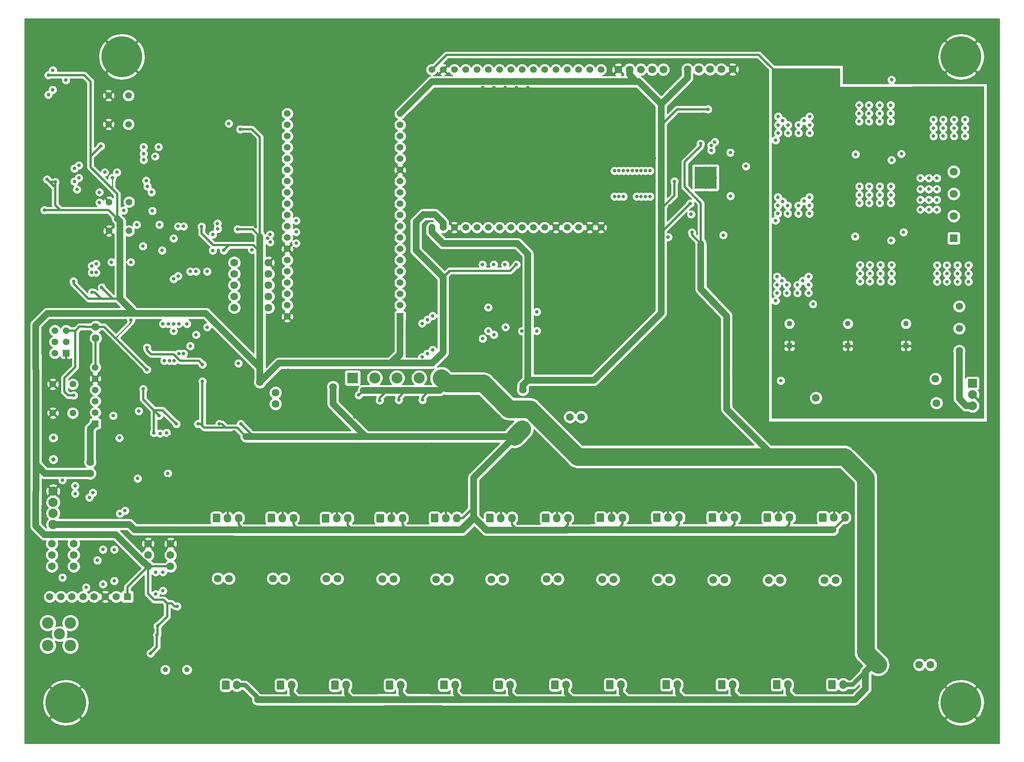
<source format=gbl>
G04 #@! TF.GenerationSoftware,KiCad,Pcbnew,(5.1.5)-3*
G04 #@! TF.CreationDate,2020-04-02T18:21:00+02:00*
G04 #@! TF.ProjectId,Pro6_Print,50726f36-5f50-4726-996e-742e6b696361,rev?*
G04 #@! TF.SameCoordinates,Original*
G04 #@! TF.FileFunction,Copper,L4,Bot*
G04 #@! TF.FilePolarity,Positive*
%FSLAX46Y46*%
G04 Gerber Fmt 4.6, Leading zero omitted, Abs format (unit mm)*
G04 Created by KiCad (PCBNEW (5.1.5)-3) date 2020-04-02 18:21:00*
%MOMM*%
%LPD*%
G04 APERTURE LIST*
%ADD10C,2.000000*%
%ADD11R,2.000000X2.000000*%
%ADD12C,1.192000*%
%ADD13C,2.600000*%
%ADD14C,2.500000*%
%ADD15C,1.650000*%
%ADD16R,1.650000X1.650000*%
%ADD17C,2.100000*%
%ADD18C,2.475000*%
%ADD19R,2.475000X2.475000*%
%ADD20C,1.725000*%
%ADD21O,1.700000X1.950000*%
%ADD22C,0.100000*%
%ADD23C,1.500000*%
%ADD24R,1.500000X1.500000*%
%ADD25C,9.200000*%
%ADD26C,1.275000*%
%ADD27R,1.275000X1.275000*%
%ADD28C,1.800000*%
%ADD29R,1.800000X1.800000*%
%ADD30C,1.524000*%
%ADD31C,1.530000*%
%ADD32R,1.530000X1.530000*%
%ADD33C,1.520000*%
%ADD34R,1.520000X1.520000*%
%ADD35C,1.000000*%
%ADD36O,1.700000X2.000000*%
%ADD37R,5.000000X5.000000*%
%ADD38C,0.500000*%
%ADD39C,0.800000*%
%ADD40C,0.500000*%
%ADD41C,0.250000*%
%ADD42C,1.500000*%
%ADD43C,4.000000*%
%ADD44C,1.000000*%
%ADD45C,0.254000*%
G04 APERTURE END LIST*
D10*
X250350000Y-109080000D03*
X250350000Y-106540000D03*
D11*
X250350000Y-104000000D03*
D12*
X68520000Y-168550000D03*
X73400000Y-168550000D03*
D13*
X42060000Y-163090000D03*
X47140000Y-163090000D03*
X47140000Y-158010000D03*
X42060000Y-158010000D03*
D14*
X44700000Y-160475000D03*
D15*
X42500000Y-152100000D03*
X45000000Y-152100000D03*
X47500000Y-152100000D03*
X50000000Y-152100000D03*
X52500000Y-152100000D03*
X55000000Y-152100000D03*
X57500000Y-152100000D03*
D16*
X60000000Y-152100000D03*
D17*
X43250000Y-128300000D03*
X43250000Y-130800000D03*
X43250000Y-133300000D03*
X43250000Y-135800000D03*
D18*
X130700000Y-102800000D03*
X125700000Y-102800000D03*
X120700000Y-102800000D03*
X115700000Y-102800000D03*
D19*
X110700000Y-102800000D03*
D15*
X247350000Y-86650000D03*
X247350000Y-91650000D03*
X247350000Y-96650000D03*
D20*
X51600000Y-121760000D03*
X51600000Y-124300000D03*
X84050000Y-76790000D03*
X84050000Y-79330000D03*
X84050000Y-81870000D03*
X84050000Y-84410000D03*
X84050000Y-86950000D03*
X91750000Y-76800000D03*
X91750000Y-79340000D03*
X91750000Y-81880000D03*
X91750000Y-84420000D03*
X91750000Y-86960000D03*
D21*
X121950000Y-134400000D03*
X119450000Y-134400000D03*
G04 #@! TA.AperFunction,ComponentPad*
D22*
G36*
X117574504Y-133426204D02*
G01*
X117598773Y-133429804D01*
X117622571Y-133435765D01*
X117645671Y-133444030D01*
X117667849Y-133454520D01*
X117688893Y-133467133D01*
X117708598Y-133481747D01*
X117726777Y-133498223D01*
X117743253Y-133516402D01*
X117757867Y-133536107D01*
X117770480Y-133557151D01*
X117780970Y-133579329D01*
X117789235Y-133602429D01*
X117795196Y-133626227D01*
X117798796Y-133650496D01*
X117800000Y-133675000D01*
X117800000Y-135125000D01*
X117798796Y-135149504D01*
X117795196Y-135173773D01*
X117789235Y-135197571D01*
X117780970Y-135220671D01*
X117770480Y-135242849D01*
X117757867Y-135263893D01*
X117743253Y-135283598D01*
X117726777Y-135301777D01*
X117708598Y-135318253D01*
X117688893Y-135332867D01*
X117667849Y-135345480D01*
X117645671Y-135355970D01*
X117622571Y-135364235D01*
X117598773Y-135370196D01*
X117574504Y-135373796D01*
X117550000Y-135375000D01*
X116350000Y-135375000D01*
X116325496Y-135373796D01*
X116301227Y-135370196D01*
X116277429Y-135364235D01*
X116254329Y-135355970D01*
X116232151Y-135345480D01*
X116211107Y-135332867D01*
X116191402Y-135318253D01*
X116173223Y-135301777D01*
X116156747Y-135283598D01*
X116142133Y-135263893D01*
X116129520Y-135242849D01*
X116119030Y-135220671D01*
X116110765Y-135197571D01*
X116104804Y-135173773D01*
X116101204Y-135149504D01*
X116100000Y-135125000D01*
X116100000Y-133675000D01*
X116101204Y-133650496D01*
X116104804Y-133626227D01*
X116110765Y-133602429D01*
X116119030Y-133579329D01*
X116129520Y-133557151D01*
X116142133Y-133536107D01*
X116156747Y-133516402D01*
X116173223Y-133498223D01*
X116191402Y-133481747D01*
X116211107Y-133467133D01*
X116232151Y-133454520D01*
X116254329Y-133444030D01*
X116277429Y-133435765D01*
X116301227Y-133429804D01*
X116325496Y-133426204D01*
X116350000Y-133425000D01*
X117550000Y-133425000D01*
X117574504Y-133426204D01*
G37*
G04 #@! TD.AperFunction*
D20*
X159660000Y-111600000D03*
X162200000Y-111600000D03*
D23*
X52750000Y-100400000D03*
X52750000Y-102940000D03*
X52750000Y-105480000D03*
X52750000Y-108020000D03*
X52750000Y-110560000D03*
D24*
X52750000Y-113100000D03*
D20*
X52850000Y-91260000D03*
X52850000Y-93800000D03*
D25*
X247750000Y-175950000D03*
X46100000Y-175950000D03*
X247750000Y-30400000D03*
X58750000Y-30400000D03*
D20*
X238360000Y-167400000D03*
X240900000Y-167400000D03*
X93350000Y-108640000D03*
X93350000Y-106100000D03*
X216960000Y-148400000D03*
X219500000Y-148400000D03*
X204450000Y-148350000D03*
X206990000Y-148350000D03*
X191950000Y-148300000D03*
X194490000Y-148300000D03*
X179500000Y-148250000D03*
X182040000Y-148250000D03*
X166950000Y-148200000D03*
X169490000Y-148200000D03*
X154450000Y-148100000D03*
X156990000Y-148100000D03*
X141960000Y-148150000D03*
X144500000Y-148150000D03*
X129550000Y-148150000D03*
X132090000Y-148150000D03*
X117400000Y-148100000D03*
X119940000Y-148100000D03*
X104800000Y-148050000D03*
X107340000Y-148050000D03*
X92750000Y-148000000D03*
X95290000Y-148000000D03*
X80350000Y-148000000D03*
X82890000Y-148000000D03*
D26*
X222250000Y-90550000D03*
D27*
X222250000Y-95550000D03*
D26*
X235350000Y-90550000D03*
D27*
X235350000Y-95550000D03*
D26*
X209100000Y-90550000D03*
D27*
X209100000Y-95550000D03*
D28*
X246100000Y-56300000D03*
X246100000Y-61300000D03*
X246100000Y-66300000D03*
D29*
X246100000Y-71300000D03*
D20*
X186140000Y-33250000D03*
X188680000Y-33250000D03*
X191220000Y-33250000D03*
X193760000Y-33250000D03*
X196300000Y-33250000D03*
X180710000Y-33300000D03*
X178170000Y-33300000D03*
X175630000Y-33300000D03*
X173090000Y-33300000D03*
X170550000Y-33300000D03*
D30*
X166650000Y-33320000D03*
X161570000Y-33320000D03*
X164110000Y-33320000D03*
X159030000Y-33320000D03*
X156490000Y-33320000D03*
X153950000Y-33320000D03*
X151410000Y-33320000D03*
X148870000Y-33320000D03*
X146330000Y-33320000D03*
X143790000Y-33320000D03*
X136170000Y-68880000D03*
X133630000Y-68880000D03*
X131090000Y-68880000D03*
X128550000Y-68880000D03*
X138710000Y-68880000D03*
X141250000Y-68880000D03*
X143790000Y-68880000D03*
X146330000Y-68880000D03*
X148870000Y-68880000D03*
X151410000Y-68880000D03*
X153950000Y-68880000D03*
X156490000Y-68880000D03*
X159030000Y-68880000D03*
X161570000Y-68880000D03*
X164110000Y-68880000D03*
X166650000Y-68880000D03*
X128550000Y-33320000D03*
X131090000Y-33320000D03*
X133630000Y-33320000D03*
X136170000Y-33320000D03*
X138710000Y-33320000D03*
X141250000Y-33320000D03*
D31*
X96000000Y-88950000D03*
X96000000Y-86410000D03*
X96000000Y-83870000D03*
X96000000Y-81330000D03*
X96000000Y-78790000D03*
X96000000Y-76250000D03*
X96000000Y-73710000D03*
X96000000Y-71170000D03*
X96000000Y-68630000D03*
X96000000Y-66090000D03*
X96000000Y-63550000D03*
X96000000Y-61010000D03*
X96000000Y-58470000D03*
X96000000Y-55930000D03*
X96000000Y-53390000D03*
X96000000Y-50850000D03*
X96000000Y-48310000D03*
X96000000Y-45770000D03*
X96000000Y-43230000D03*
X121400000Y-43230000D03*
X121400000Y-45770000D03*
X121400000Y-48310000D03*
X121400000Y-50850000D03*
X121400000Y-53390000D03*
X121400000Y-55930000D03*
X121400000Y-58470000D03*
X121400000Y-61010000D03*
X121400000Y-63550000D03*
X121400000Y-66090000D03*
X121400000Y-68630000D03*
X121400000Y-71170000D03*
X121400000Y-73710000D03*
X121400000Y-76250000D03*
X121400000Y-78790000D03*
X121400000Y-81330000D03*
X121400000Y-83870000D03*
X121400000Y-86410000D03*
D32*
X121400000Y-88950000D03*
D20*
X64650000Y-145240000D03*
X64650000Y-142700000D03*
X64650000Y-140160000D03*
X69700000Y-145240000D03*
X69700000Y-142700000D03*
X69700000Y-140160000D03*
X47900000Y-145240000D03*
X47900000Y-142700000D03*
X47900000Y-140160000D03*
D33*
X43660000Y-92120000D03*
X46200000Y-92120000D03*
X43660000Y-94660000D03*
X46200000Y-94660000D03*
X43660000Y-97200000D03*
D34*
X46200000Y-97200000D03*
D35*
X43300000Y-116270000D03*
X43300000Y-121150000D03*
D23*
X60350000Y-63150000D03*
X60350000Y-69650000D03*
X55850000Y-63150000D03*
X55850000Y-69650000D03*
X60250000Y-39150000D03*
X60250000Y-45650000D03*
X55750000Y-39150000D03*
X55750000Y-45650000D03*
X43200000Y-110700000D03*
X43200000Y-104200000D03*
X47700000Y-110700000D03*
X47700000Y-104200000D03*
D20*
X43000000Y-145240000D03*
X43000000Y-142700000D03*
X43000000Y-140160000D03*
D36*
X84650000Y-172000000D03*
G04 #@! TA.AperFunction,ComponentPad*
D22*
G36*
X82774504Y-171001204D02*
G01*
X82798773Y-171004804D01*
X82822571Y-171010765D01*
X82845671Y-171019030D01*
X82867849Y-171029520D01*
X82888893Y-171042133D01*
X82908598Y-171056747D01*
X82926777Y-171073223D01*
X82943253Y-171091402D01*
X82957867Y-171111107D01*
X82970480Y-171132151D01*
X82980970Y-171154329D01*
X82989235Y-171177429D01*
X82995196Y-171201227D01*
X82998796Y-171225496D01*
X83000000Y-171250000D01*
X83000000Y-172750000D01*
X82998796Y-172774504D01*
X82995196Y-172798773D01*
X82989235Y-172822571D01*
X82980970Y-172845671D01*
X82970480Y-172867849D01*
X82957867Y-172888893D01*
X82943253Y-172908598D01*
X82926777Y-172926777D01*
X82908598Y-172943253D01*
X82888893Y-172957867D01*
X82867849Y-172970480D01*
X82845671Y-172980970D01*
X82822571Y-172989235D01*
X82798773Y-172995196D01*
X82774504Y-172998796D01*
X82750000Y-173000000D01*
X81550000Y-173000000D01*
X81525496Y-172998796D01*
X81501227Y-172995196D01*
X81477429Y-172989235D01*
X81454329Y-172980970D01*
X81432151Y-172970480D01*
X81411107Y-172957867D01*
X81391402Y-172943253D01*
X81373223Y-172926777D01*
X81356747Y-172908598D01*
X81342133Y-172888893D01*
X81329520Y-172867849D01*
X81319030Y-172845671D01*
X81310765Y-172822571D01*
X81304804Y-172798773D01*
X81301204Y-172774504D01*
X81300000Y-172750000D01*
X81300000Y-171250000D01*
X81301204Y-171225496D01*
X81304804Y-171201227D01*
X81310765Y-171177429D01*
X81319030Y-171154329D01*
X81329520Y-171132151D01*
X81342133Y-171111107D01*
X81356747Y-171091402D01*
X81373223Y-171073223D01*
X81391402Y-171056747D01*
X81411107Y-171042133D01*
X81432151Y-171029520D01*
X81454329Y-171019030D01*
X81477429Y-171010765D01*
X81501227Y-171004804D01*
X81525496Y-171001204D01*
X81550000Y-171000000D01*
X82750000Y-171000000D01*
X82774504Y-171001204D01*
G37*
G04 #@! TD.AperFunction*
D36*
X97000000Y-172000000D03*
G04 #@! TA.AperFunction,ComponentPad*
D22*
G36*
X95124504Y-171001204D02*
G01*
X95148773Y-171004804D01*
X95172571Y-171010765D01*
X95195671Y-171019030D01*
X95217849Y-171029520D01*
X95238893Y-171042133D01*
X95258598Y-171056747D01*
X95276777Y-171073223D01*
X95293253Y-171091402D01*
X95307867Y-171111107D01*
X95320480Y-171132151D01*
X95330970Y-171154329D01*
X95339235Y-171177429D01*
X95345196Y-171201227D01*
X95348796Y-171225496D01*
X95350000Y-171250000D01*
X95350000Y-172750000D01*
X95348796Y-172774504D01*
X95345196Y-172798773D01*
X95339235Y-172822571D01*
X95330970Y-172845671D01*
X95320480Y-172867849D01*
X95307867Y-172888893D01*
X95293253Y-172908598D01*
X95276777Y-172926777D01*
X95258598Y-172943253D01*
X95238893Y-172957867D01*
X95217849Y-172970480D01*
X95195671Y-172980970D01*
X95172571Y-172989235D01*
X95148773Y-172995196D01*
X95124504Y-172998796D01*
X95100000Y-173000000D01*
X93900000Y-173000000D01*
X93875496Y-172998796D01*
X93851227Y-172995196D01*
X93827429Y-172989235D01*
X93804329Y-172980970D01*
X93782151Y-172970480D01*
X93761107Y-172957867D01*
X93741402Y-172943253D01*
X93723223Y-172926777D01*
X93706747Y-172908598D01*
X93692133Y-172888893D01*
X93679520Y-172867849D01*
X93669030Y-172845671D01*
X93660765Y-172822571D01*
X93654804Y-172798773D01*
X93651204Y-172774504D01*
X93650000Y-172750000D01*
X93650000Y-171250000D01*
X93651204Y-171225496D01*
X93654804Y-171201227D01*
X93660765Y-171177429D01*
X93669030Y-171154329D01*
X93679520Y-171132151D01*
X93692133Y-171111107D01*
X93706747Y-171091402D01*
X93723223Y-171073223D01*
X93741402Y-171056747D01*
X93761107Y-171042133D01*
X93782151Y-171029520D01*
X93804329Y-171019030D01*
X93827429Y-171010765D01*
X93851227Y-171004804D01*
X93875496Y-171001204D01*
X93900000Y-171000000D01*
X95100000Y-171000000D01*
X95124504Y-171001204D01*
G37*
G04 #@! TD.AperFunction*
D36*
X109250000Y-172000000D03*
G04 #@! TA.AperFunction,ComponentPad*
D22*
G36*
X107374504Y-171001204D02*
G01*
X107398773Y-171004804D01*
X107422571Y-171010765D01*
X107445671Y-171019030D01*
X107467849Y-171029520D01*
X107488893Y-171042133D01*
X107508598Y-171056747D01*
X107526777Y-171073223D01*
X107543253Y-171091402D01*
X107557867Y-171111107D01*
X107570480Y-171132151D01*
X107580970Y-171154329D01*
X107589235Y-171177429D01*
X107595196Y-171201227D01*
X107598796Y-171225496D01*
X107600000Y-171250000D01*
X107600000Y-172750000D01*
X107598796Y-172774504D01*
X107595196Y-172798773D01*
X107589235Y-172822571D01*
X107580970Y-172845671D01*
X107570480Y-172867849D01*
X107557867Y-172888893D01*
X107543253Y-172908598D01*
X107526777Y-172926777D01*
X107508598Y-172943253D01*
X107488893Y-172957867D01*
X107467849Y-172970480D01*
X107445671Y-172980970D01*
X107422571Y-172989235D01*
X107398773Y-172995196D01*
X107374504Y-172998796D01*
X107350000Y-173000000D01*
X106150000Y-173000000D01*
X106125496Y-172998796D01*
X106101227Y-172995196D01*
X106077429Y-172989235D01*
X106054329Y-172980970D01*
X106032151Y-172970480D01*
X106011107Y-172957867D01*
X105991402Y-172943253D01*
X105973223Y-172926777D01*
X105956747Y-172908598D01*
X105942133Y-172888893D01*
X105929520Y-172867849D01*
X105919030Y-172845671D01*
X105910765Y-172822571D01*
X105904804Y-172798773D01*
X105901204Y-172774504D01*
X105900000Y-172750000D01*
X105900000Y-171250000D01*
X105901204Y-171225496D01*
X105904804Y-171201227D01*
X105910765Y-171177429D01*
X105919030Y-171154329D01*
X105929520Y-171132151D01*
X105942133Y-171111107D01*
X105956747Y-171091402D01*
X105973223Y-171073223D01*
X105991402Y-171056747D01*
X106011107Y-171042133D01*
X106032151Y-171029520D01*
X106054329Y-171019030D01*
X106077429Y-171010765D01*
X106101227Y-171004804D01*
X106125496Y-171001204D01*
X106150000Y-171000000D01*
X107350000Y-171000000D01*
X107374504Y-171001204D01*
G37*
G04 #@! TD.AperFunction*
D36*
X121550000Y-172000000D03*
G04 #@! TA.AperFunction,ComponentPad*
D22*
G36*
X119674504Y-171001204D02*
G01*
X119698773Y-171004804D01*
X119722571Y-171010765D01*
X119745671Y-171019030D01*
X119767849Y-171029520D01*
X119788893Y-171042133D01*
X119808598Y-171056747D01*
X119826777Y-171073223D01*
X119843253Y-171091402D01*
X119857867Y-171111107D01*
X119870480Y-171132151D01*
X119880970Y-171154329D01*
X119889235Y-171177429D01*
X119895196Y-171201227D01*
X119898796Y-171225496D01*
X119900000Y-171250000D01*
X119900000Y-172750000D01*
X119898796Y-172774504D01*
X119895196Y-172798773D01*
X119889235Y-172822571D01*
X119880970Y-172845671D01*
X119870480Y-172867849D01*
X119857867Y-172888893D01*
X119843253Y-172908598D01*
X119826777Y-172926777D01*
X119808598Y-172943253D01*
X119788893Y-172957867D01*
X119767849Y-172970480D01*
X119745671Y-172980970D01*
X119722571Y-172989235D01*
X119698773Y-172995196D01*
X119674504Y-172998796D01*
X119650000Y-173000000D01*
X118450000Y-173000000D01*
X118425496Y-172998796D01*
X118401227Y-172995196D01*
X118377429Y-172989235D01*
X118354329Y-172980970D01*
X118332151Y-172970480D01*
X118311107Y-172957867D01*
X118291402Y-172943253D01*
X118273223Y-172926777D01*
X118256747Y-172908598D01*
X118242133Y-172888893D01*
X118229520Y-172867849D01*
X118219030Y-172845671D01*
X118210765Y-172822571D01*
X118204804Y-172798773D01*
X118201204Y-172774504D01*
X118200000Y-172750000D01*
X118200000Y-171250000D01*
X118201204Y-171225496D01*
X118204804Y-171201227D01*
X118210765Y-171177429D01*
X118219030Y-171154329D01*
X118229520Y-171132151D01*
X118242133Y-171111107D01*
X118256747Y-171091402D01*
X118273223Y-171073223D01*
X118291402Y-171056747D01*
X118311107Y-171042133D01*
X118332151Y-171029520D01*
X118354329Y-171019030D01*
X118377429Y-171010765D01*
X118401227Y-171004804D01*
X118425496Y-171001204D01*
X118450000Y-171000000D01*
X119650000Y-171000000D01*
X119674504Y-171001204D01*
G37*
G04 #@! TD.AperFunction*
D36*
X133800000Y-171950000D03*
G04 #@! TA.AperFunction,ComponentPad*
D22*
G36*
X131924504Y-170951204D02*
G01*
X131948773Y-170954804D01*
X131972571Y-170960765D01*
X131995671Y-170969030D01*
X132017849Y-170979520D01*
X132038893Y-170992133D01*
X132058598Y-171006747D01*
X132076777Y-171023223D01*
X132093253Y-171041402D01*
X132107867Y-171061107D01*
X132120480Y-171082151D01*
X132130970Y-171104329D01*
X132139235Y-171127429D01*
X132145196Y-171151227D01*
X132148796Y-171175496D01*
X132150000Y-171200000D01*
X132150000Y-172700000D01*
X132148796Y-172724504D01*
X132145196Y-172748773D01*
X132139235Y-172772571D01*
X132130970Y-172795671D01*
X132120480Y-172817849D01*
X132107867Y-172838893D01*
X132093253Y-172858598D01*
X132076777Y-172876777D01*
X132058598Y-172893253D01*
X132038893Y-172907867D01*
X132017849Y-172920480D01*
X131995671Y-172930970D01*
X131972571Y-172939235D01*
X131948773Y-172945196D01*
X131924504Y-172948796D01*
X131900000Y-172950000D01*
X130700000Y-172950000D01*
X130675496Y-172948796D01*
X130651227Y-172945196D01*
X130627429Y-172939235D01*
X130604329Y-172930970D01*
X130582151Y-172920480D01*
X130561107Y-172907867D01*
X130541402Y-172893253D01*
X130523223Y-172876777D01*
X130506747Y-172858598D01*
X130492133Y-172838893D01*
X130479520Y-172817849D01*
X130469030Y-172795671D01*
X130460765Y-172772571D01*
X130454804Y-172748773D01*
X130451204Y-172724504D01*
X130450000Y-172700000D01*
X130450000Y-171200000D01*
X130451204Y-171175496D01*
X130454804Y-171151227D01*
X130460765Y-171127429D01*
X130469030Y-171104329D01*
X130479520Y-171082151D01*
X130492133Y-171061107D01*
X130506747Y-171041402D01*
X130523223Y-171023223D01*
X130541402Y-171006747D01*
X130561107Y-170992133D01*
X130582151Y-170979520D01*
X130604329Y-170969030D01*
X130627429Y-170960765D01*
X130651227Y-170954804D01*
X130675496Y-170951204D01*
X130700000Y-170950000D01*
X131900000Y-170950000D01*
X131924504Y-170951204D01*
G37*
G04 #@! TD.AperFunction*
D36*
X146200000Y-171950000D03*
G04 #@! TA.AperFunction,ComponentPad*
D22*
G36*
X144324504Y-170951204D02*
G01*
X144348773Y-170954804D01*
X144372571Y-170960765D01*
X144395671Y-170969030D01*
X144417849Y-170979520D01*
X144438893Y-170992133D01*
X144458598Y-171006747D01*
X144476777Y-171023223D01*
X144493253Y-171041402D01*
X144507867Y-171061107D01*
X144520480Y-171082151D01*
X144530970Y-171104329D01*
X144539235Y-171127429D01*
X144545196Y-171151227D01*
X144548796Y-171175496D01*
X144550000Y-171200000D01*
X144550000Y-172700000D01*
X144548796Y-172724504D01*
X144545196Y-172748773D01*
X144539235Y-172772571D01*
X144530970Y-172795671D01*
X144520480Y-172817849D01*
X144507867Y-172838893D01*
X144493253Y-172858598D01*
X144476777Y-172876777D01*
X144458598Y-172893253D01*
X144438893Y-172907867D01*
X144417849Y-172920480D01*
X144395671Y-172930970D01*
X144372571Y-172939235D01*
X144348773Y-172945196D01*
X144324504Y-172948796D01*
X144300000Y-172950000D01*
X143100000Y-172950000D01*
X143075496Y-172948796D01*
X143051227Y-172945196D01*
X143027429Y-172939235D01*
X143004329Y-172930970D01*
X142982151Y-172920480D01*
X142961107Y-172907867D01*
X142941402Y-172893253D01*
X142923223Y-172876777D01*
X142906747Y-172858598D01*
X142892133Y-172838893D01*
X142879520Y-172817849D01*
X142869030Y-172795671D01*
X142860765Y-172772571D01*
X142854804Y-172748773D01*
X142851204Y-172724504D01*
X142850000Y-172700000D01*
X142850000Y-171200000D01*
X142851204Y-171175496D01*
X142854804Y-171151227D01*
X142860765Y-171127429D01*
X142869030Y-171104329D01*
X142879520Y-171082151D01*
X142892133Y-171061107D01*
X142906747Y-171041402D01*
X142923223Y-171023223D01*
X142941402Y-171006747D01*
X142961107Y-170992133D01*
X142982151Y-170979520D01*
X143004329Y-170969030D01*
X143027429Y-170960765D01*
X143051227Y-170954804D01*
X143075496Y-170951204D01*
X143100000Y-170950000D01*
X144300000Y-170950000D01*
X144324504Y-170951204D01*
G37*
G04 #@! TD.AperFunction*
D36*
X158800000Y-171950000D03*
G04 #@! TA.AperFunction,ComponentPad*
D22*
G36*
X156924504Y-170951204D02*
G01*
X156948773Y-170954804D01*
X156972571Y-170960765D01*
X156995671Y-170969030D01*
X157017849Y-170979520D01*
X157038893Y-170992133D01*
X157058598Y-171006747D01*
X157076777Y-171023223D01*
X157093253Y-171041402D01*
X157107867Y-171061107D01*
X157120480Y-171082151D01*
X157130970Y-171104329D01*
X157139235Y-171127429D01*
X157145196Y-171151227D01*
X157148796Y-171175496D01*
X157150000Y-171200000D01*
X157150000Y-172700000D01*
X157148796Y-172724504D01*
X157145196Y-172748773D01*
X157139235Y-172772571D01*
X157130970Y-172795671D01*
X157120480Y-172817849D01*
X157107867Y-172838893D01*
X157093253Y-172858598D01*
X157076777Y-172876777D01*
X157058598Y-172893253D01*
X157038893Y-172907867D01*
X157017849Y-172920480D01*
X156995671Y-172930970D01*
X156972571Y-172939235D01*
X156948773Y-172945196D01*
X156924504Y-172948796D01*
X156900000Y-172950000D01*
X155700000Y-172950000D01*
X155675496Y-172948796D01*
X155651227Y-172945196D01*
X155627429Y-172939235D01*
X155604329Y-172930970D01*
X155582151Y-172920480D01*
X155561107Y-172907867D01*
X155541402Y-172893253D01*
X155523223Y-172876777D01*
X155506747Y-172858598D01*
X155492133Y-172838893D01*
X155479520Y-172817849D01*
X155469030Y-172795671D01*
X155460765Y-172772571D01*
X155454804Y-172748773D01*
X155451204Y-172724504D01*
X155450000Y-172700000D01*
X155450000Y-171200000D01*
X155451204Y-171175496D01*
X155454804Y-171151227D01*
X155460765Y-171127429D01*
X155469030Y-171104329D01*
X155479520Y-171082151D01*
X155492133Y-171061107D01*
X155506747Y-171041402D01*
X155523223Y-171023223D01*
X155541402Y-171006747D01*
X155561107Y-170992133D01*
X155582151Y-170979520D01*
X155604329Y-170969030D01*
X155627429Y-170960765D01*
X155651227Y-170954804D01*
X155675496Y-170951204D01*
X155700000Y-170950000D01*
X156900000Y-170950000D01*
X156924504Y-170951204D01*
G37*
G04 #@! TD.AperFunction*
D36*
X171150000Y-171900000D03*
G04 #@! TA.AperFunction,ComponentPad*
D22*
G36*
X169274504Y-170901204D02*
G01*
X169298773Y-170904804D01*
X169322571Y-170910765D01*
X169345671Y-170919030D01*
X169367849Y-170929520D01*
X169388893Y-170942133D01*
X169408598Y-170956747D01*
X169426777Y-170973223D01*
X169443253Y-170991402D01*
X169457867Y-171011107D01*
X169470480Y-171032151D01*
X169480970Y-171054329D01*
X169489235Y-171077429D01*
X169495196Y-171101227D01*
X169498796Y-171125496D01*
X169500000Y-171150000D01*
X169500000Y-172650000D01*
X169498796Y-172674504D01*
X169495196Y-172698773D01*
X169489235Y-172722571D01*
X169480970Y-172745671D01*
X169470480Y-172767849D01*
X169457867Y-172788893D01*
X169443253Y-172808598D01*
X169426777Y-172826777D01*
X169408598Y-172843253D01*
X169388893Y-172857867D01*
X169367849Y-172870480D01*
X169345671Y-172880970D01*
X169322571Y-172889235D01*
X169298773Y-172895196D01*
X169274504Y-172898796D01*
X169250000Y-172900000D01*
X168050000Y-172900000D01*
X168025496Y-172898796D01*
X168001227Y-172895196D01*
X167977429Y-172889235D01*
X167954329Y-172880970D01*
X167932151Y-172870480D01*
X167911107Y-172857867D01*
X167891402Y-172843253D01*
X167873223Y-172826777D01*
X167856747Y-172808598D01*
X167842133Y-172788893D01*
X167829520Y-172767849D01*
X167819030Y-172745671D01*
X167810765Y-172722571D01*
X167804804Y-172698773D01*
X167801204Y-172674504D01*
X167800000Y-172650000D01*
X167800000Y-171150000D01*
X167801204Y-171125496D01*
X167804804Y-171101227D01*
X167810765Y-171077429D01*
X167819030Y-171054329D01*
X167829520Y-171032151D01*
X167842133Y-171011107D01*
X167856747Y-170991402D01*
X167873223Y-170973223D01*
X167891402Y-170956747D01*
X167911107Y-170942133D01*
X167932151Y-170929520D01*
X167954329Y-170919030D01*
X167977429Y-170910765D01*
X168001227Y-170904804D01*
X168025496Y-170901204D01*
X168050000Y-170900000D01*
X169250000Y-170900000D01*
X169274504Y-170901204D01*
G37*
G04 #@! TD.AperFunction*
D36*
X183850000Y-171900000D03*
G04 #@! TA.AperFunction,ComponentPad*
D22*
G36*
X181974504Y-170901204D02*
G01*
X181998773Y-170904804D01*
X182022571Y-170910765D01*
X182045671Y-170919030D01*
X182067849Y-170929520D01*
X182088893Y-170942133D01*
X182108598Y-170956747D01*
X182126777Y-170973223D01*
X182143253Y-170991402D01*
X182157867Y-171011107D01*
X182170480Y-171032151D01*
X182180970Y-171054329D01*
X182189235Y-171077429D01*
X182195196Y-171101227D01*
X182198796Y-171125496D01*
X182200000Y-171150000D01*
X182200000Y-172650000D01*
X182198796Y-172674504D01*
X182195196Y-172698773D01*
X182189235Y-172722571D01*
X182180970Y-172745671D01*
X182170480Y-172767849D01*
X182157867Y-172788893D01*
X182143253Y-172808598D01*
X182126777Y-172826777D01*
X182108598Y-172843253D01*
X182088893Y-172857867D01*
X182067849Y-172870480D01*
X182045671Y-172880970D01*
X182022571Y-172889235D01*
X181998773Y-172895196D01*
X181974504Y-172898796D01*
X181950000Y-172900000D01*
X180750000Y-172900000D01*
X180725496Y-172898796D01*
X180701227Y-172895196D01*
X180677429Y-172889235D01*
X180654329Y-172880970D01*
X180632151Y-172870480D01*
X180611107Y-172857867D01*
X180591402Y-172843253D01*
X180573223Y-172826777D01*
X180556747Y-172808598D01*
X180542133Y-172788893D01*
X180529520Y-172767849D01*
X180519030Y-172745671D01*
X180510765Y-172722571D01*
X180504804Y-172698773D01*
X180501204Y-172674504D01*
X180500000Y-172650000D01*
X180500000Y-171150000D01*
X180501204Y-171125496D01*
X180504804Y-171101227D01*
X180510765Y-171077429D01*
X180519030Y-171054329D01*
X180529520Y-171032151D01*
X180542133Y-171011107D01*
X180556747Y-170991402D01*
X180573223Y-170973223D01*
X180591402Y-170956747D01*
X180611107Y-170942133D01*
X180632151Y-170929520D01*
X180654329Y-170919030D01*
X180677429Y-170910765D01*
X180701227Y-170904804D01*
X180725496Y-170901204D01*
X180750000Y-170900000D01*
X181950000Y-170900000D01*
X181974504Y-170901204D01*
G37*
G04 #@! TD.AperFunction*
D36*
X196350000Y-171900000D03*
G04 #@! TA.AperFunction,ComponentPad*
D22*
G36*
X194474504Y-170901204D02*
G01*
X194498773Y-170904804D01*
X194522571Y-170910765D01*
X194545671Y-170919030D01*
X194567849Y-170929520D01*
X194588893Y-170942133D01*
X194608598Y-170956747D01*
X194626777Y-170973223D01*
X194643253Y-170991402D01*
X194657867Y-171011107D01*
X194670480Y-171032151D01*
X194680970Y-171054329D01*
X194689235Y-171077429D01*
X194695196Y-171101227D01*
X194698796Y-171125496D01*
X194700000Y-171150000D01*
X194700000Y-172650000D01*
X194698796Y-172674504D01*
X194695196Y-172698773D01*
X194689235Y-172722571D01*
X194680970Y-172745671D01*
X194670480Y-172767849D01*
X194657867Y-172788893D01*
X194643253Y-172808598D01*
X194626777Y-172826777D01*
X194608598Y-172843253D01*
X194588893Y-172857867D01*
X194567849Y-172870480D01*
X194545671Y-172880970D01*
X194522571Y-172889235D01*
X194498773Y-172895196D01*
X194474504Y-172898796D01*
X194450000Y-172900000D01*
X193250000Y-172900000D01*
X193225496Y-172898796D01*
X193201227Y-172895196D01*
X193177429Y-172889235D01*
X193154329Y-172880970D01*
X193132151Y-172870480D01*
X193111107Y-172857867D01*
X193091402Y-172843253D01*
X193073223Y-172826777D01*
X193056747Y-172808598D01*
X193042133Y-172788893D01*
X193029520Y-172767849D01*
X193019030Y-172745671D01*
X193010765Y-172722571D01*
X193004804Y-172698773D01*
X193001204Y-172674504D01*
X193000000Y-172650000D01*
X193000000Y-171150000D01*
X193001204Y-171125496D01*
X193004804Y-171101227D01*
X193010765Y-171077429D01*
X193019030Y-171054329D01*
X193029520Y-171032151D01*
X193042133Y-171011107D01*
X193056747Y-170991402D01*
X193073223Y-170973223D01*
X193091402Y-170956747D01*
X193111107Y-170942133D01*
X193132151Y-170929520D01*
X193154329Y-170919030D01*
X193177429Y-170910765D01*
X193201227Y-170904804D01*
X193225496Y-170901204D01*
X193250000Y-170900000D01*
X194450000Y-170900000D01*
X194474504Y-170901204D01*
G37*
G04 #@! TD.AperFunction*
D36*
X208750000Y-171900000D03*
G04 #@! TA.AperFunction,ComponentPad*
D22*
G36*
X206874504Y-170901204D02*
G01*
X206898773Y-170904804D01*
X206922571Y-170910765D01*
X206945671Y-170919030D01*
X206967849Y-170929520D01*
X206988893Y-170942133D01*
X207008598Y-170956747D01*
X207026777Y-170973223D01*
X207043253Y-170991402D01*
X207057867Y-171011107D01*
X207070480Y-171032151D01*
X207080970Y-171054329D01*
X207089235Y-171077429D01*
X207095196Y-171101227D01*
X207098796Y-171125496D01*
X207100000Y-171150000D01*
X207100000Y-172650000D01*
X207098796Y-172674504D01*
X207095196Y-172698773D01*
X207089235Y-172722571D01*
X207080970Y-172745671D01*
X207070480Y-172767849D01*
X207057867Y-172788893D01*
X207043253Y-172808598D01*
X207026777Y-172826777D01*
X207008598Y-172843253D01*
X206988893Y-172857867D01*
X206967849Y-172870480D01*
X206945671Y-172880970D01*
X206922571Y-172889235D01*
X206898773Y-172895196D01*
X206874504Y-172898796D01*
X206850000Y-172900000D01*
X205650000Y-172900000D01*
X205625496Y-172898796D01*
X205601227Y-172895196D01*
X205577429Y-172889235D01*
X205554329Y-172880970D01*
X205532151Y-172870480D01*
X205511107Y-172857867D01*
X205491402Y-172843253D01*
X205473223Y-172826777D01*
X205456747Y-172808598D01*
X205442133Y-172788893D01*
X205429520Y-172767849D01*
X205419030Y-172745671D01*
X205410765Y-172722571D01*
X205404804Y-172698773D01*
X205401204Y-172674504D01*
X205400000Y-172650000D01*
X205400000Y-171150000D01*
X205401204Y-171125496D01*
X205404804Y-171101227D01*
X205410765Y-171077429D01*
X205419030Y-171054329D01*
X205429520Y-171032151D01*
X205442133Y-171011107D01*
X205456747Y-170991402D01*
X205473223Y-170973223D01*
X205491402Y-170956747D01*
X205511107Y-170942133D01*
X205532151Y-170929520D01*
X205554329Y-170919030D01*
X205577429Y-170910765D01*
X205601227Y-170904804D01*
X205625496Y-170901204D01*
X205650000Y-170900000D01*
X206850000Y-170900000D01*
X206874504Y-170901204D01*
G37*
G04 #@! TD.AperFunction*
D36*
X221200000Y-171900000D03*
G04 #@! TA.AperFunction,ComponentPad*
D22*
G36*
X219324504Y-170901204D02*
G01*
X219348773Y-170904804D01*
X219372571Y-170910765D01*
X219395671Y-170919030D01*
X219417849Y-170929520D01*
X219438893Y-170942133D01*
X219458598Y-170956747D01*
X219476777Y-170973223D01*
X219493253Y-170991402D01*
X219507867Y-171011107D01*
X219520480Y-171032151D01*
X219530970Y-171054329D01*
X219539235Y-171077429D01*
X219545196Y-171101227D01*
X219548796Y-171125496D01*
X219550000Y-171150000D01*
X219550000Y-172650000D01*
X219548796Y-172674504D01*
X219545196Y-172698773D01*
X219539235Y-172722571D01*
X219530970Y-172745671D01*
X219520480Y-172767849D01*
X219507867Y-172788893D01*
X219493253Y-172808598D01*
X219476777Y-172826777D01*
X219458598Y-172843253D01*
X219438893Y-172857867D01*
X219417849Y-172870480D01*
X219395671Y-172880970D01*
X219372571Y-172889235D01*
X219348773Y-172895196D01*
X219324504Y-172898796D01*
X219300000Y-172900000D01*
X218100000Y-172900000D01*
X218075496Y-172898796D01*
X218051227Y-172895196D01*
X218027429Y-172889235D01*
X218004329Y-172880970D01*
X217982151Y-172870480D01*
X217961107Y-172857867D01*
X217941402Y-172843253D01*
X217923223Y-172826777D01*
X217906747Y-172808598D01*
X217892133Y-172788893D01*
X217879520Y-172767849D01*
X217869030Y-172745671D01*
X217860765Y-172722571D01*
X217854804Y-172698773D01*
X217851204Y-172674504D01*
X217850000Y-172650000D01*
X217850000Y-171150000D01*
X217851204Y-171125496D01*
X217854804Y-171101227D01*
X217860765Y-171077429D01*
X217869030Y-171054329D01*
X217879520Y-171032151D01*
X217892133Y-171011107D01*
X217906747Y-170991402D01*
X217923223Y-170973223D01*
X217941402Y-170956747D01*
X217961107Y-170942133D01*
X217982151Y-170929520D01*
X218004329Y-170919030D01*
X218027429Y-170910765D01*
X218051227Y-170904804D01*
X218075496Y-170901204D01*
X218100000Y-170900000D01*
X219300000Y-170900000D01*
X219324504Y-170901204D01*
G37*
G04 #@! TD.AperFunction*
D21*
X85050000Y-134350000D03*
X82550000Y-134350000D03*
G04 #@! TA.AperFunction,ComponentPad*
D22*
G36*
X80674504Y-133376204D02*
G01*
X80698773Y-133379804D01*
X80722571Y-133385765D01*
X80745671Y-133394030D01*
X80767849Y-133404520D01*
X80788893Y-133417133D01*
X80808598Y-133431747D01*
X80826777Y-133448223D01*
X80843253Y-133466402D01*
X80857867Y-133486107D01*
X80870480Y-133507151D01*
X80880970Y-133529329D01*
X80889235Y-133552429D01*
X80895196Y-133576227D01*
X80898796Y-133600496D01*
X80900000Y-133625000D01*
X80900000Y-135075000D01*
X80898796Y-135099504D01*
X80895196Y-135123773D01*
X80889235Y-135147571D01*
X80880970Y-135170671D01*
X80870480Y-135192849D01*
X80857867Y-135213893D01*
X80843253Y-135233598D01*
X80826777Y-135251777D01*
X80808598Y-135268253D01*
X80788893Y-135282867D01*
X80767849Y-135295480D01*
X80745671Y-135305970D01*
X80722571Y-135314235D01*
X80698773Y-135320196D01*
X80674504Y-135323796D01*
X80650000Y-135325000D01*
X79450000Y-135325000D01*
X79425496Y-135323796D01*
X79401227Y-135320196D01*
X79377429Y-135314235D01*
X79354329Y-135305970D01*
X79332151Y-135295480D01*
X79311107Y-135282867D01*
X79291402Y-135268253D01*
X79273223Y-135251777D01*
X79256747Y-135233598D01*
X79242133Y-135213893D01*
X79229520Y-135192849D01*
X79219030Y-135170671D01*
X79210765Y-135147571D01*
X79204804Y-135123773D01*
X79201204Y-135099504D01*
X79200000Y-135075000D01*
X79200000Y-133625000D01*
X79201204Y-133600496D01*
X79204804Y-133576227D01*
X79210765Y-133552429D01*
X79219030Y-133529329D01*
X79229520Y-133507151D01*
X79242133Y-133486107D01*
X79256747Y-133466402D01*
X79273223Y-133448223D01*
X79291402Y-133431747D01*
X79311107Y-133417133D01*
X79332151Y-133404520D01*
X79354329Y-133394030D01*
X79377429Y-133385765D01*
X79401227Y-133379804D01*
X79425496Y-133376204D01*
X79450000Y-133375000D01*
X80650000Y-133375000D01*
X80674504Y-133376204D01*
G37*
G04 #@! TD.AperFunction*
D21*
X97400000Y-134350000D03*
X94900000Y-134350000D03*
G04 #@! TA.AperFunction,ComponentPad*
D22*
G36*
X93024504Y-133376204D02*
G01*
X93048773Y-133379804D01*
X93072571Y-133385765D01*
X93095671Y-133394030D01*
X93117849Y-133404520D01*
X93138893Y-133417133D01*
X93158598Y-133431747D01*
X93176777Y-133448223D01*
X93193253Y-133466402D01*
X93207867Y-133486107D01*
X93220480Y-133507151D01*
X93230970Y-133529329D01*
X93239235Y-133552429D01*
X93245196Y-133576227D01*
X93248796Y-133600496D01*
X93250000Y-133625000D01*
X93250000Y-135075000D01*
X93248796Y-135099504D01*
X93245196Y-135123773D01*
X93239235Y-135147571D01*
X93230970Y-135170671D01*
X93220480Y-135192849D01*
X93207867Y-135213893D01*
X93193253Y-135233598D01*
X93176777Y-135251777D01*
X93158598Y-135268253D01*
X93138893Y-135282867D01*
X93117849Y-135295480D01*
X93095671Y-135305970D01*
X93072571Y-135314235D01*
X93048773Y-135320196D01*
X93024504Y-135323796D01*
X93000000Y-135325000D01*
X91800000Y-135325000D01*
X91775496Y-135323796D01*
X91751227Y-135320196D01*
X91727429Y-135314235D01*
X91704329Y-135305970D01*
X91682151Y-135295480D01*
X91661107Y-135282867D01*
X91641402Y-135268253D01*
X91623223Y-135251777D01*
X91606747Y-135233598D01*
X91592133Y-135213893D01*
X91579520Y-135192849D01*
X91569030Y-135170671D01*
X91560765Y-135147571D01*
X91554804Y-135123773D01*
X91551204Y-135099504D01*
X91550000Y-135075000D01*
X91550000Y-133625000D01*
X91551204Y-133600496D01*
X91554804Y-133576227D01*
X91560765Y-133552429D01*
X91569030Y-133529329D01*
X91579520Y-133507151D01*
X91592133Y-133486107D01*
X91606747Y-133466402D01*
X91623223Y-133448223D01*
X91641402Y-133431747D01*
X91661107Y-133417133D01*
X91682151Y-133404520D01*
X91704329Y-133394030D01*
X91727429Y-133385765D01*
X91751227Y-133379804D01*
X91775496Y-133376204D01*
X91800000Y-133375000D01*
X93000000Y-133375000D01*
X93024504Y-133376204D01*
G37*
G04 #@! TD.AperFunction*
D21*
X109650000Y-134400000D03*
X107150000Y-134400000D03*
G04 #@! TA.AperFunction,ComponentPad*
D22*
G36*
X105274504Y-133426204D02*
G01*
X105298773Y-133429804D01*
X105322571Y-133435765D01*
X105345671Y-133444030D01*
X105367849Y-133454520D01*
X105388893Y-133467133D01*
X105408598Y-133481747D01*
X105426777Y-133498223D01*
X105443253Y-133516402D01*
X105457867Y-133536107D01*
X105470480Y-133557151D01*
X105480970Y-133579329D01*
X105489235Y-133602429D01*
X105495196Y-133626227D01*
X105498796Y-133650496D01*
X105500000Y-133675000D01*
X105500000Y-135125000D01*
X105498796Y-135149504D01*
X105495196Y-135173773D01*
X105489235Y-135197571D01*
X105480970Y-135220671D01*
X105470480Y-135242849D01*
X105457867Y-135263893D01*
X105443253Y-135283598D01*
X105426777Y-135301777D01*
X105408598Y-135318253D01*
X105388893Y-135332867D01*
X105367849Y-135345480D01*
X105345671Y-135355970D01*
X105322571Y-135364235D01*
X105298773Y-135370196D01*
X105274504Y-135373796D01*
X105250000Y-135375000D01*
X104050000Y-135375000D01*
X104025496Y-135373796D01*
X104001227Y-135370196D01*
X103977429Y-135364235D01*
X103954329Y-135355970D01*
X103932151Y-135345480D01*
X103911107Y-135332867D01*
X103891402Y-135318253D01*
X103873223Y-135301777D01*
X103856747Y-135283598D01*
X103842133Y-135263893D01*
X103829520Y-135242849D01*
X103819030Y-135220671D01*
X103810765Y-135197571D01*
X103804804Y-135173773D01*
X103801204Y-135149504D01*
X103800000Y-135125000D01*
X103800000Y-133675000D01*
X103801204Y-133650496D01*
X103804804Y-133626227D01*
X103810765Y-133602429D01*
X103819030Y-133579329D01*
X103829520Y-133557151D01*
X103842133Y-133536107D01*
X103856747Y-133516402D01*
X103873223Y-133498223D01*
X103891402Y-133481747D01*
X103911107Y-133467133D01*
X103932151Y-133454520D01*
X103954329Y-133444030D01*
X103977429Y-133435765D01*
X104001227Y-133429804D01*
X104025496Y-133426204D01*
X104050000Y-133425000D01*
X105250000Y-133425000D01*
X105274504Y-133426204D01*
G37*
G04 #@! TD.AperFunction*
D21*
X134200000Y-134350000D03*
X131700000Y-134350000D03*
G04 #@! TA.AperFunction,ComponentPad*
D22*
G36*
X129824504Y-133376204D02*
G01*
X129848773Y-133379804D01*
X129872571Y-133385765D01*
X129895671Y-133394030D01*
X129917849Y-133404520D01*
X129938893Y-133417133D01*
X129958598Y-133431747D01*
X129976777Y-133448223D01*
X129993253Y-133466402D01*
X130007867Y-133486107D01*
X130020480Y-133507151D01*
X130030970Y-133529329D01*
X130039235Y-133552429D01*
X130045196Y-133576227D01*
X130048796Y-133600496D01*
X130050000Y-133625000D01*
X130050000Y-135075000D01*
X130048796Y-135099504D01*
X130045196Y-135123773D01*
X130039235Y-135147571D01*
X130030970Y-135170671D01*
X130020480Y-135192849D01*
X130007867Y-135213893D01*
X129993253Y-135233598D01*
X129976777Y-135251777D01*
X129958598Y-135268253D01*
X129938893Y-135282867D01*
X129917849Y-135295480D01*
X129895671Y-135305970D01*
X129872571Y-135314235D01*
X129848773Y-135320196D01*
X129824504Y-135323796D01*
X129800000Y-135325000D01*
X128600000Y-135325000D01*
X128575496Y-135323796D01*
X128551227Y-135320196D01*
X128527429Y-135314235D01*
X128504329Y-135305970D01*
X128482151Y-135295480D01*
X128461107Y-135282867D01*
X128441402Y-135268253D01*
X128423223Y-135251777D01*
X128406747Y-135233598D01*
X128392133Y-135213893D01*
X128379520Y-135192849D01*
X128369030Y-135170671D01*
X128360765Y-135147571D01*
X128354804Y-135123773D01*
X128351204Y-135099504D01*
X128350000Y-135075000D01*
X128350000Y-133625000D01*
X128351204Y-133600496D01*
X128354804Y-133576227D01*
X128360765Y-133552429D01*
X128369030Y-133529329D01*
X128379520Y-133507151D01*
X128392133Y-133486107D01*
X128406747Y-133466402D01*
X128423223Y-133448223D01*
X128441402Y-133431747D01*
X128461107Y-133417133D01*
X128482151Y-133404520D01*
X128504329Y-133394030D01*
X128527429Y-133385765D01*
X128551227Y-133379804D01*
X128575496Y-133376204D01*
X128600000Y-133375000D01*
X129800000Y-133375000D01*
X129824504Y-133376204D01*
G37*
G04 #@! TD.AperFunction*
D21*
X146600000Y-134350000D03*
X144100000Y-134350000D03*
G04 #@! TA.AperFunction,ComponentPad*
D22*
G36*
X142224504Y-133376204D02*
G01*
X142248773Y-133379804D01*
X142272571Y-133385765D01*
X142295671Y-133394030D01*
X142317849Y-133404520D01*
X142338893Y-133417133D01*
X142358598Y-133431747D01*
X142376777Y-133448223D01*
X142393253Y-133466402D01*
X142407867Y-133486107D01*
X142420480Y-133507151D01*
X142430970Y-133529329D01*
X142439235Y-133552429D01*
X142445196Y-133576227D01*
X142448796Y-133600496D01*
X142450000Y-133625000D01*
X142450000Y-135075000D01*
X142448796Y-135099504D01*
X142445196Y-135123773D01*
X142439235Y-135147571D01*
X142430970Y-135170671D01*
X142420480Y-135192849D01*
X142407867Y-135213893D01*
X142393253Y-135233598D01*
X142376777Y-135251777D01*
X142358598Y-135268253D01*
X142338893Y-135282867D01*
X142317849Y-135295480D01*
X142295671Y-135305970D01*
X142272571Y-135314235D01*
X142248773Y-135320196D01*
X142224504Y-135323796D01*
X142200000Y-135325000D01*
X141000000Y-135325000D01*
X140975496Y-135323796D01*
X140951227Y-135320196D01*
X140927429Y-135314235D01*
X140904329Y-135305970D01*
X140882151Y-135295480D01*
X140861107Y-135282867D01*
X140841402Y-135268253D01*
X140823223Y-135251777D01*
X140806747Y-135233598D01*
X140792133Y-135213893D01*
X140779520Y-135192849D01*
X140769030Y-135170671D01*
X140760765Y-135147571D01*
X140754804Y-135123773D01*
X140751204Y-135099504D01*
X140750000Y-135075000D01*
X140750000Y-133625000D01*
X140751204Y-133600496D01*
X140754804Y-133576227D01*
X140760765Y-133552429D01*
X140769030Y-133529329D01*
X140779520Y-133507151D01*
X140792133Y-133486107D01*
X140806747Y-133466402D01*
X140823223Y-133448223D01*
X140841402Y-133431747D01*
X140861107Y-133417133D01*
X140882151Y-133404520D01*
X140904329Y-133394030D01*
X140927429Y-133385765D01*
X140951227Y-133379804D01*
X140975496Y-133376204D01*
X141000000Y-133375000D01*
X142200000Y-133375000D01*
X142224504Y-133376204D01*
G37*
G04 #@! TD.AperFunction*
D21*
X159200000Y-134350000D03*
X156700000Y-134350000D03*
G04 #@! TA.AperFunction,ComponentPad*
D22*
G36*
X154824504Y-133376204D02*
G01*
X154848773Y-133379804D01*
X154872571Y-133385765D01*
X154895671Y-133394030D01*
X154917849Y-133404520D01*
X154938893Y-133417133D01*
X154958598Y-133431747D01*
X154976777Y-133448223D01*
X154993253Y-133466402D01*
X155007867Y-133486107D01*
X155020480Y-133507151D01*
X155030970Y-133529329D01*
X155039235Y-133552429D01*
X155045196Y-133576227D01*
X155048796Y-133600496D01*
X155050000Y-133625000D01*
X155050000Y-135075000D01*
X155048796Y-135099504D01*
X155045196Y-135123773D01*
X155039235Y-135147571D01*
X155030970Y-135170671D01*
X155020480Y-135192849D01*
X155007867Y-135213893D01*
X154993253Y-135233598D01*
X154976777Y-135251777D01*
X154958598Y-135268253D01*
X154938893Y-135282867D01*
X154917849Y-135295480D01*
X154895671Y-135305970D01*
X154872571Y-135314235D01*
X154848773Y-135320196D01*
X154824504Y-135323796D01*
X154800000Y-135325000D01*
X153600000Y-135325000D01*
X153575496Y-135323796D01*
X153551227Y-135320196D01*
X153527429Y-135314235D01*
X153504329Y-135305970D01*
X153482151Y-135295480D01*
X153461107Y-135282867D01*
X153441402Y-135268253D01*
X153423223Y-135251777D01*
X153406747Y-135233598D01*
X153392133Y-135213893D01*
X153379520Y-135192849D01*
X153369030Y-135170671D01*
X153360765Y-135147571D01*
X153354804Y-135123773D01*
X153351204Y-135099504D01*
X153350000Y-135075000D01*
X153350000Y-133625000D01*
X153351204Y-133600496D01*
X153354804Y-133576227D01*
X153360765Y-133552429D01*
X153369030Y-133529329D01*
X153379520Y-133507151D01*
X153392133Y-133486107D01*
X153406747Y-133466402D01*
X153423223Y-133448223D01*
X153441402Y-133431747D01*
X153461107Y-133417133D01*
X153482151Y-133404520D01*
X153504329Y-133394030D01*
X153527429Y-133385765D01*
X153551227Y-133379804D01*
X153575496Y-133376204D01*
X153600000Y-133375000D01*
X154800000Y-133375000D01*
X154824504Y-133376204D01*
G37*
G04 #@! TD.AperFunction*
D21*
X171550000Y-134300000D03*
X169050000Y-134300000D03*
G04 #@! TA.AperFunction,ComponentPad*
D22*
G36*
X167174504Y-133326204D02*
G01*
X167198773Y-133329804D01*
X167222571Y-133335765D01*
X167245671Y-133344030D01*
X167267849Y-133354520D01*
X167288893Y-133367133D01*
X167308598Y-133381747D01*
X167326777Y-133398223D01*
X167343253Y-133416402D01*
X167357867Y-133436107D01*
X167370480Y-133457151D01*
X167380970Y-133479329D01*
X167389235Y-133502429D01*
X167395196Y-133526227D01*
X167398796Y-133550496D01*
X167400000Y-133575000D01*
X167400000Y-135025000D01*
X167398796Y-135049504D01*
X167395196Y-135073773D01*
X167389235Y-135097571D01*
X167380970Y-135120671D01*
X167370480Y-135142849D01*
X167357867Y-135163893D01*
X167343253Y-135183598D01*
X167326777Y-135201777D01*
X167308598Y-135218253D01*
X167288893Y-135232867D01*
X167267849Y-135245480D01*
X167245671Y-135255970D01*
X167222571Y-135264235D01*
X167198773Y-135270196D01*
X167174504Y-135273796D01*
X167150000Y-135275000D01*
X165950000Y-135275000D01*
X165925496Y-135273796D01*
X165901227Y-135270196D01*
X165877429Y-135264235D01*
X165854329Y-135255970D01*
X165832151Y-135245480D01*
X165811107Y-135232867D01*
X165791402Y-135218253D01*
X165773223Y-135201777D01*
X165756747Y-135183598D01*
X165742133Y-135163893D01*
X165729520Y-135142849D01*
X165719030Y-135120671D01*
X165710765Y-135097571D01*
X165704804Y-135073773D01*
X165701204Y-135049504D01*
X165700000Y-135025000D01*
X165700000Y-133575000D01*
X165701204Y-133550496D01*
X165704804Y-133526227D01*
X165710765Y-133502429D01*
X165719030Y-133479329D01*
X165729520Y-133457151D01*
X165742133Y-133436107D01*
X165756747Y-133416402D01*
X165773223Y-133398223D01*
X165791402Y-133381747D01*
X165811107Y-133367133D01*
X165832151Y-133354520D01*
X165854329Y-133344030D01*
X165877429Y-133335765D01*
X165901227Y-133329804D01*
X165925496Y-133326204D01*
X165950000Y-133325000D01*
X167150000Y-133325000D01*
X167174504Y-133326204D01*
G37*
G04 #@! TD.AperFunction*
D21*
X184250000Y-134250000D03*
X181750000Y-134250000D03*
G04 #@! TA.AperFunction,ComponentPad*
D22*
G36*
X179874504Y-133276204D02*
G01*
X179898773Y-133279804D01*
X179922571Y-133285765D01*
X179945671Y-133294030D01*
X179967849Y-133304520D01*
X179988893Y-133317133D01*
X180008598Y-133331747D01*
X180026777Y-133348223D01*
X180043253Y-133366402D01*
X180057867Y-133386107D01*
X180070480Y-133407151D01*
X180080970Y-133429329D01*
X180089235Y-133452429D01*
X180095196Y-133476227D01*
X180098796Y-133500496D01*
X180100000Y-133525000D01*
X180100000Y-134975000D01*
X180098796Y-134999504D01*
X180095196Y-135023773D01*
X180089235Y-135047571D01*
X180080970Y-135070671D01*
X180070480Y-135092849D01*
X180057867Y-135113893D01*
X180043253Y-135133598D01*
X180026777Y-135151777D01*
X180008598Y-135168253D01*
X179988893Y-135182867D01*
X179967849Y-135195480D01*
X179945671Y-135205970D01*
X179922571Y-135214235D01*
X179898773Y-135220196D01*
X179874504Y-135223796D01*
X179850000Y-135225000D01*
X178650000Y-135225000D01*
X178625496Y-135223796D01*
X178601227Y-135220196D01*
X178577429Y-135214235D01*
X178554329Y-135205970D01*
X178532151Y-135195480D01*
X178511107Y-135182867D01*
X178491402Y-135168253D01*
X178473223Y-135151777D01*
X178456747Y-135133598D01*
X178442133Y-135113893D01*
X178429520Y-135092849D01*
X178419030Y-135070671D01*
X178410765Y-135047571D01*
X178404804Y-135023773D01*
X178401204Y-134999504D01*
X178400000Y-134975000D01*
X178400000Y-133525000D01*
X178401204Y-133500496D01*
X178404804Y-133476227D01*
X178410765Y-133452429D01*
X178419030Y-133429329D01*
X178429520Y-133407151D01*
X178442133Y-133386107D01*
X178456747Y-133366402D01*
X178473223Y-133348223D01*
X178491402Y-133331747D01*
X178511107Y-133317133D01*
X178532151Y-133304520D01*
X178554329Y-133294030D01*
X178577429Y-133285765D01*
X178601227Y-133279804D01*
X178625496Y-133276204D01*
X178650000Y-133275000D01*
X179850000Y-133275000D01*
X179874504Y-133276204D01*
G37*
G04 #@! TD.AperFunction*
D21*
X196750000Y-134250000D03*
X194250000Y-134250000D03*
G04 #@! TA.AperFunction,ComponentPad*
D22*
G36*
X192374504Y-133276204D02*
G01*
X192398773Y-133279804D01*
X192422571Y-133285765D01*
X192445671Y-133294030D01*
X192467849Y-133304520D01*
X192488893Y-133317133D01*
X192508598Y-133331747D01*
X192526777Y-133348223D01*
X192543253Y-133366402D01*
X192557867Y-133386107D01*
X192570480Y-133407151D01*
X192580970Y-133429329D01*
X192589235Y-133452429D01*
X192595196Y-133476227D01*
X192598796Y-133500496D01*
X192600000Y-133525000D01*
X192600000Y-134975000D01*
X192598796Y-134999504D01*
X192595196Y-135023773D01*
X192589235Y-135047571D01*
X192580970Y-135070671D01*
X192570480Y-135092849D01*
X192557867Y-135113893D01*
X192543253Y-135133598D01*
X192526777Y-135151777D01*
X192508598Y-135168253D01*
X192488893Y-135182867D01*
X192467849Y-135195480D01*
X192445671Y-135205970D01*
X192422571Y-135214235D01*
X192398773Y-135220196D01*
X192374504Y-135223796D01*
X192350000Y-135225000D01*
X191150000Y-135225000D01*
X191125496Y-135223796D01*
X191101227Y-135220196D01*
X191077429Y-135214235D01*
X191054329Y-135205970D01*
X191032151Y-135195480D01*
X191011107Y-135182867D01*
X190991402Y-135168253D01*
X190973223Y-135151777D01*
X190956747Y-135133598D01*
X190942133Y-135113893D01*
X190929520Y-135092849D01*
X190919030Y-135070671D01*
X190910765Y-135047571D01*
X190904804Y-135023773D01*
X190901204Y-134999504D01*
X190900000Y-134975000D01*
X190900000Y-133525000D01*
X190901204Y-133500496D01*
X190904804Y-133476227D01*
X190910765Y-133452429D01*
X190919030Y-133429329D01*
X190929520Y-133407151D01*
X190942133Y-133386107D01*
X190956747Y-133366402D01*
X190973223Y-133348223D01*
X190991402Y-133331747D01*
X191011107Y-133317133D01*
X191032151Y-133304520D01*
X191054329Y-133294030D01*
X191077429Y-133285765D01*
X191101227Y-133279804D01*
X191125496Y-133276204D01*
X191150000Y-133275000D01*
X192350000Y-133275000D01*
X192374504Y-133276204D01*
G37*
G04 #@! TD.AperFunction*
D21*
X209150000Y-134250000D03*
X206650000Y-134250000D03*
G04 #@! TA.AperFunction,ComponentPad*
D22*
G36*
X204774504Y-133276204D02*
G01*
X204798773Y-133279804D01*
X204822571Y-133285765D01*
X204845671Y-133294030D01*
X204867849Y-133304520D01*
X204888893Y-133317133D01*
X204908598Y-133331747D01*
X204926777Y-133348223D01*
X204943253Y-133366402D01*
X204957867Y-133386107D01*
X204970480Y-133407151D01*
X204980970Y-133429329D01*
X204989235Y-133452429D01*
X204995196Y-133476227D01*
X204998796Y-133500496D01*
X205000000Y-133525000D01*
X205000000Y-134975000D01*
X204998796Y-134999504D01*
X204995196Y-135023773D01*
X204989235Y-135047571D01*
X204980970Y-135070671D01*
X204970480Y-135092849D01*
X204957867Y-135113893D01*
X204943253Y-135133598D01*
X204926777Y-135151777D01*
X204908598Y-135168253D01*
X204888893Y-135182867D01*
X204867849Y-135195480D01*
X204845671Y-135205970D01*
X204822571Y-135214235D01*
X204798773Y-135220196D01*
X204774504Y-135223796D01*
X204750000Y-135225000D01*
X203550000Y-135225000D01*
X203525496Y-135223796D01*
X203501227Y-135220196D01*
X203477429Y-135214235D01*
X203454329Y-135205970D01*
X203432151Y-135195480D01*
X203411107Y-135182867D01*
X203391402Y-135168253D01*
X203373223Y-135151777D01*
X203356747Y-135133598D01*
X203342133Y-135113893D01*
X203329520Y-135092849D01*
X203319030Y-135070671D01*
X203310765Y-135047571D01*
X203304804Y-135023773D01*
X203301204Y-134999504D01*
X203300000Y-134975000D01*
X203300000Y-133525000D01*
X203301204Y-133500496D01*
X203304804Y-133476227D01*
X203310765Y-133452429D01*
X203319030Y-133429329D01*
X203329520Y-133407151D01*
X203342133Y-133386107D01*
X203356747Y-133366402D01*
X203373223Y-133348223D01*
X203391402Y-133331747D01*
X203411107Y-133317133D01*
X203432151Y-133304520D01*
X203454329Y-133294030D01*
X203477429Y-133285765D01*
X203501227Y-133279804D01*
X203525496Y-133276204D01*
X203550000Y-133275000D01*
X204750000Y-133275000D01*
X204774504Y-133276204D01*
G37*
G04 #@! TD.AperFunction*
D21*
X221600000Y-134250000D03*
X219100000Y-134250000D03*
G04 #@! TA.AperFunction,ComponentPad*
D22*
G36*
X217224504Y-133276204D02*
G01*
X217248773Y-133279804D01*
X217272571Y-133285765D01*
X217295671Y-133294030D01*
X217317849Y-133304520D01*
X217338893Y-133317133D01*
X217358598Y-133331747D01*
X217376777Y-133348223D01*
X217393253Y-133366402D01*
X217407867Y-133386107D01*
X217420480Y-133407151D01*
X217430970Y-133429329D01*
X217439235Y-133452429D01*
X217445196Y-133476227D01*
X217448796Y-133500496D01*
X217450000Y-133525000D01*
X217450000Y-134975000D01*
X217448796Y-134999504D01*
X217445196Y-135023773D01*
X217439235Y-135047571D01*
X217430970Y-135070671D01*
X217420480Y-135092849D01*
X217407867Y-135113893D01*
X217393253Y-135133598D01*
X217376777Y-135151777D01*
X217358598Y-135168253D01*
X217338893Y-135182867D01*
X217317849Y-135195480D01*
X217295671Y-135205970D01*
X217272571Y-135214235D01*
X217248773Y-135220196D01*
X217224504Y-135223796D01*
X217200000Y-135225000D01*
X216000000Y-135225000D01*
X215975496Y-135223796D01*
X215951227Y-135220196D01*
X215927429Y-135214235D01*
X215904329Y-135205970D01*
X215882151Y-135195480D01*
X215861107Y-135182867D01*
X215841402Y-135168253D01*
X215823223Y-135151777D01*
X215806747Y-135133598D01*
X215792133Y-135113893D01*
X215779520Y-135092849D01*
X215769030Y-135070671D01*
X215760765Y-135047571D01*
X215754804Y-135023773D01*
X215751204Y-134999504D01*
X215750000Y-134975000D01*
X215750000Y-133525000D01*
X215751204Y-133500496D01*
X215754804Y-133476227D01*
X215760765Y-133452429D01*
X215769030Y-133429329D01*
X215779520Y-133407151D01*
X215792133Y-133386107D01*
X215806747Y-133366402D01*
X215823223Y-133348223D01*
X215841402Y-133331747D01*
X215861107Y-133317133D01*
X215882151Y-133304520D01*
X215904329Y-133294030D01*
X215927429Y-133285765D01*
X215951227Y-133279804D01*
X215975496Y-133276204D01*
X216000000Y-133275000D01*
X217200000Y-133275000D01*
X217224504Y-133276204D01*
G37*
G04 #@! TD.AperFunction*
D37*
X190250000Y-57650000D03*
D38*
X188000000Y-59900000D03*
X188000000Y-58775000D03*
X188000000Y-57650000D03*
X188000000Y-56525000D03*
X188000000Y-55400000D03*
X189125000Y-59900000D03*
X189125000Y-58775000D03*
X189125000Y-57650000D03*
X189125000Y-56525000D03*
X189125000Y-55400000D03*
X190250000Y-59900000D03*
X190250000Y-58775000D03*
X190250000Y-57650000D03*
X190250000Y-56525000D03*
X190250000Y-55400000D03*
X191375000Y-59900000D03*
X191375000Y-58775000D03*
X191375000Y-57650000D03*
X191375000Y-56525000D03*
X191375000Y-55400000D03*
X192500000Y-59900000D03*
X192500000Y-58775000D03*
X192500000Y-57650000D03*
X192500000Y-56525000D03*
X192500000Y-55400000D03*
D39*
X183200000Y-58500000D03*
X186750000Y-63500000D03*
X190750000Y-42250000D03*
X85550000Y-113150000D03*
X80700000Y-113150000D03*
X75900000Y-113150000D03*
D20*
X148900000Y-114300000D03*
X149050000Y-105450000D03*
X106300000Y-104820000D03*
D39*
X64400000Y-95950000D03*
X76900000Y-99750000D03*
X76900000Y-103550000D03*
X80600000Y-103550000D03*
X85400000Y-103550000D03*
X207600000Y-44850000D03*
X206550000Y-43900000D03*
X211150000Y-47600000D03*
X206550000Y-47600000D03*
X208750000Y-45800000D03*
X213650000Y-43900000D03*
X208750000Y-47600000D03*
X211150000Y-45800000D03*
X213650000Y-45800000D03*
X213650000Y-47600000D03*
X212400000Y-44850000D03*
X206550000Y-45800000D03*
X207600000Y-63050000D03*
X206500000Y-62050000D03*
X211100000Y-65750000D03*
X206500000Y-65750000D03*
X208700000Y-63950000D03*
X213600000Y-62050000D03*
X208700000Y-65750000D03*
X211100000Y-63950000D03*
X213600000Y-63950000D03*
X213600000Y-65750000D03*
X212400000Y-62950000D03*
X206500000Y-63950000D03*
X207400000Y-80900000D03*
X206300000Y-79950000D03*
X210900000Y-83650000D03*
X206300000Y-83650000D03*
X208500000Y-81850000D03*
X213400000Y-79950000D03*
X208500000Y-83650000D03*
X210900000Y-81850000D03*
X213400000Y-81850000D03*
X213400000Y-83650000D03*
X212100000Y-80900000D03*
X206300000Y-81850000D03*
X224000000Y-52400000D03*
X234300000Y-52300000D03*
X223900000Y-70900000D03*
X198400000Y-59500000D03*
X178650000Y-58450000D03*
X201300000Y-64900000D03*
X223900000Y-34400000D03*
X196950000Y-52300000D03*
X54950000Y-77550000D03*
X50800000Y-79100000D03*
X66100000Y-155000000D03*
X70500000Y-157100000D03*
X86450000Y-66595000D03*
X44600000Y-56500000D03*
X44500000Y-45300000D03*
X50200000Y-49905000D03*
X74650000Y-56750000D03*
X50650000Y-77100000D03*
X45800000Y-83600000D03*
X45800000Y-73150000D03*
X49050000Y-53650000D03*
X64300000Y-115000000D03*
X58000000Y-119300000D03*
X74600000Y-128000000D03*
X69500000Y-116100000D03*
X55300000Y-71500000D03*
X61700000Y-83250000D03*
X61700000Y-78500000D03*
X88200000Y-49200000D03*
X47550000Y-59750000D03*
X58000000Y-50600000D03*
X65950000Y-69500000D03*
X54150000Y-54650000D03*
X58100000Y-58450000D03*
X41900000Y-59650000D03*
X59450000Y-131050000D03*
X63050000Y-126650000D03*
X49300000Y-115050000D03*
X49250000Y-118700000D03*
X69075000Y-125375000D03*
X124950000Y-85400000D03*
X185550000Y-70000000D03*
X77200000Y-151565000D03*
X89600000Y-151565000D03*
X101735000Y-151550000D03*
X114200000Y-151565000D03*
X126300000Y-151515000D03*
X138800000Y-151565000D03*
X151350000Y-151515000D03*
X163800000Y-151515000D03*
X176400000Y-151565000D03*
X188900000Y-151565000D03*
X201450000Y-151615000D03*
X213800000Y-151565000D03*
X67300000Y-107850000D03*
X71600000Y-128400000D03*
X63450000Y-97050000D03*
X56350000Y-91100000D03*
X66200000Y-94200000D03*
X178750000Y-53250000D03*
X182200000Y-64050000D03*
X145100000Y-70300000D03*
X142550000Y-70300000D03*
X98550000Y-60650000D03*
X98700000Y-49850000D03*
X98950000Y-47400000D03*
X119250000Y-57600000D03*
X62700000Y-160750000D03*
X61850000Y-163950000D03*
X69250000Y-164950000D03*
X50650000Y-160715000D03*
X57350000Y-165050000D03*
X71000000Y-171450000D03*
X51955000Y-141495000D03*
X73450000Y-155150000D03*
X75050000Y-162800000D03*
X74350000Y-170900000D03*
X50650000Y-143550000D03*
X46400000Y-146150000D03*
X44500000Y-149800000D03*
X199350000Y-69150000D03*
X71050000Y-107950000D03*
X59950000Y-143350000D03*
X93900000Y-54150000D03*
X93950000Y-56700000D03*
X93950000Y-59300000D03*
X93950000Y-62900000D03*
X93950000Y-65200000D03*
X91300000Y-65200000D03*
X119250000Y-60150000D03*
X119250000Y-62700000D03*
X119250000Y-65200000D03*
X119250000Y-67750000D03*
X119250000Y-70300000D03*
X119250000Y-72800000D03*
X119250000Y-75350000D03*
X119250000Y-77900000D03*
X119250000Y-80450000D03*
X119250000Y-83000000D03*
X203550000Y-54100000D03*
X140000000Y-37400000D03*
X142550000Y-37400000D03*
X145100000Y-37400000D03*
X147650000Y-37400000D03*
X150150000Y-37400000D03*
X42195000Y-36755000D03*
X234800000Y-69950000D03*
X194100000Y-53750000D03*
X69350000Y-74050000D03*
X189550000Y-43400000D03*
X184100000Y-50200000D03*
X186150000Y-39650000D03*
X84000000Y-114950000D03*
X192400000Y-35100000D03*
X44650000Y-157900000D03*
X41900000Y-160500000D03*
X44650000Y-163050000D03*
X49900000Y-46250000D03*
X47600000Y-37550000D03*
X173100000Y-39650000D03*
X63800000Y-55550000D03*
X61900000Y-50650000D03*
X88900000Y-68650000D03*
X72050000Y-100100000D03*
X74500000Y-110050000D03*
X79100000Y-109900000D03*
D20*
X215062500Y-107287500D03*
X223900000Y-118400000D03*
X202550000Y-111650000D03*
X208200000Y-116800000D03*
X183450000Y-94900000D03*
X187000000Y-94850000D03*
X190600000Y-94900000D03*
D39*
X75700000Y-116300000D03*
D20*
X245100000Y-124000000D03*
X248900000Y-120450000D03*
X251250000Y-151200000D03*
X252050000Y-113900000D03*
X252050000Y-117500000D03*
X230750000Y-118050000D03*
X237300000Y-123050000D03*
X233900000Y-123050000D03*
X230500000Y-123050000D03*
X239850000Y-117550000D03*
X96150000Y-101550000D03*
X94400000Y-111200000D03*
D39*
X50850000Y-92900000D03*
X42550000Y-101000000D03*
X234350000Y-151750000D03*
X237700000Y-151750000D03*
D20*
X236150000Y-164500000D03*
X179000000Y-106200000D03*
X156200000Y-121200000D03*
D39*
X207150000Y-103400000D03*
X74800000Y-103600000D03*
X61550000Y-107250000D03*
X55750000Y-113400000D03*
X55250000Y-94050000D03*
X58100000Y-100400000D03*
X60650000Y-100400000D03*
X111250000Y-111600000D03*
X129000000Y-113500000D03*
X244900000Y-115950000D03*
X214400000Y-86150000D03*
X88100000Y-77700000D03*
X46350000Y-31950000D03*
X75300000Y-73700000D03*
X77650000Y-73450000D03*
X59250000Y-90450000D03*
X107250000Y-101750000D03*
D20*
X242000000Y-103000000D03*
D39*
X196550000Y-102150000D03*
D20*
X242200000Y-108450000D03*
D39*
X136050000Y-107950000D03*
D20*
X165150000Y-114300000D03*
X132750000Y-120790000D03*
X117600000Y-120740000D03*
X102900000Y-120740000D03*
X87850000Y-120690000D03*
D39*
X91450000Y-113450000D03*
X98550000Y-117950000D03*
X128450000Y-117750000D03*
X117700000Y-111850000D03*
X57700000Y-107600000D03*
X51350000Y-133950000D03*
X62950000Y-151450000D03*
X72700000Y-166550000D03*
X49800000Y-122700000D03*
X70575000Y-160925000D03*
X54150000Y-130750000D03*
X55850000Y-128850000D03*
X65200000Y-164850000D03*
X84800000Y-69300000D03*
X54200000Y-82400000D03*
X47875000Y-81025000D03*
X43750000Y-58650000D03*
X85400000Y-46750000D03*
X41900000Y-58050000D03*
X147595000Y-77245000D03*
X76700000Y-68700000D03*
X66800000Y-158700000D03*
X66650000Y-160750000D03*
X41300000Y-64975000D03*
X56600000Y-57700000D03*
X54000000Y-50550000D03*
X42195000Y-34555000D03*
X52050000Y-83500000D03*
D20*
X89850000Y-103750000D03*
D39*
X81695000Y-74050000D03*
X71200000Y-154250000D03*
X208700000Y-72000000D03*
X206500000Y-72000000D03*
X211100000Y-75700000D03*
X206500000Y-75700000D03*
X208700000Y-73900000D03*
X213600000Y-72000000D03*
X208700000Y-75700000D03*
X211100000Y-73900000D03*
X213600000Y-73900000D03*
X213600000Y-75700000D03*
X211100000Y-72000000D03*
X206500000Y-73900000D03*
X208850000Y-53300000D03*
X206650000Y-53300000D03*
X211250000Y-57000000D03*
X206650000Y-57000000D03*
X208850000Y-55200000D03*
X213750000Y-53300000D03*
X208850000Y-57000000D03*
X211250000Y-55200000D03*
X213750000Y-55200000D03*
X213750000Y-57000000D03*
X211250000Y-53300000D03*
X206650000Y-55200000D03*
X208700000Y-35200000D03*
X194200000Y-70600000D03*
X211100000Y-35200000D03*
X213600000Y-35200000D03*
X213600000Y-37100000D03*
X211100000Y-37100000D03*
X208700000Y-37100000D03*
X208700000Y-38900000D03*
X211100000Y-38900000D03*
X213600000Y-38900000D03*
X206500000Y-35200000D03*
X206500000Y-37100000D03*
X206500000Y-38900000D03*
D20*
X223950000Y-109700000D03*
X230450000Y-109400000D03*
D39*
X189100000Y-50000000D03*
X187150000Y-70000000D03*
D20*
X229050000Y-167400000D03*
D39*
X112075000Y-106650000D03*
X116800000Y-107850000D03*
X126450000Y-107750000D03*
X121100000Y-107750000D03*
X227000000Y-41300000D03*
X224800000Y-41300000D03*
X229400000Y-45000000D03*
X224800000Y-45000000D03*
X227000000Y-43200000D03*
X231900000Y-41300000D03*
X227000000Y-45000000D03*
X229400000Y-43200000D03*
X231900000Y-43200000D03*
X231900000Y-45000000D03*
X229400000Y-41300000D03*
X224800000Y-43200000D03*
X227050000Y-59650000D03*
X224850000Y-59650000D03*
X229450000Y-63350000D03*
X224850000Y-63350000D03*
X227050000Y-61550000D03*
X231950000Y-59650000D03*
X227050000Y-63350000D03*
X229450000Y-61550000D03*
X231950000Y-61550000D03*
X231950000Y-63350000D03*
X229450000Y-59650000D03*
X224850000Y-61550000D03*
X227200000Y-77350000D03*
X225000000Y-77350000D03*
X229600000Y-81050000D03*
X225000000Y-81050000D03*
X227200000Y-79250000D03*
X232100000Y-77350000D03*
X227200000Y-81050000D03*
X229600000Y-79250000D03*
X232100000Y-79250000D03*
X232100000Y-81050000D03*
X229600000Y-77350000D03*
X225000000Y-79250000D03*
X71605000Y-90595000D03*
X71600000Y-97300000D03*
X72655000Y-68645000D03*
X72655000Y-97295000D03*
X68300000Y-98900000D03*
X68000000Y-90600000D03*
X67350000Y-115300000D03*
X69500000Y-98900000D03*
X69200000Y-90600000D03*
X68800000Y-115150000D03*
X140000000Y-93900000D03*
X139975000Y-77225000D03*
X176700000Y-56100000D03*
X176700000Y-61900000D03*
X142550000Y-93050000D03*
X142515000Y-77235000D03*
X75450000Y-93050000D03*
X75450000Y-78800000D03*
X52200000Y-128650000D03*
X48200000Y-127100000D03*
X91550000Y-71350000D03*
X98000000Y-69900000D03*
X148850000Y-92250000D03*
X70400000Y-71350000D03*
X70400000Y-90600000D03*
X70400000Y-92200000D03*
X64475000Y-59625000D03*
X43195000Y-33455000D03*
X70400000Y-80500000D03*
X141250000Y-92200000D03*
X141250000Y-86900000D03*
X45350000Y-125800000D03*
X174700000Y-56100000D03*
X174700000Y-61900000D03*
X145150000Y-91350000D03*
X145050000Y-77250000D03*
X77950000Y-91350000D03*
X77950000Y-78800000D03*
X51425000Y-129725000D03*
X48200000Y-128850000D03*
X243750000Y-44600000D03*
X241550000Y-44600000D03*
X246150000Y-48300000D03*
X241550000Y-48300000D03*
X243750000Y-46500000D03*
X248650000Y-44600000D03*
X243750000Y-48300000D03*
X246150000Y-46500000D03*
X248650000Y-46500000D03*
X248650000Y-48300000D03*
X246150000Y-44600000D03*
X241550000Y-46500000D03*
X238600000Y-62650000D03*
X238600000Y-64850000D03*
X242300000Y-60250000D03*
X242300000Y-64850000D03*
X240500000Y-62650000D03*
X238600000Y-57750000D03*
X242300000Y-62650000D03*
X240500000Y-60250000D03*
X240500000Y-57750000D03*
X242300000Y-57750000D03*
X238600000Y-60250000D03*
X240500000Y-64850000D03*
X244550000Y-77400000D03*
X242350000Y-77400000D03*
X246950000Y-81100000D03*
X242350000Y-81100000D03*
X244550000Y-79300000D03*
X249450000Y-77400000D03*
X244550000Y-81100000D03*
X246950000Y-79300000D03*
X249450000Y-79300000D03*
X249450000Y-81100000D03*
X246950000Y-77400000D03*
X242350000Y-79300000D03*
X67200000Y-68250000D03*
X62100000Y-68250000D03*
X82815000Y-45465000D03*
X67000000Y-50750000D03*
X63650000Y-50750000D03*
X65600000Y-65150000D03*
X59150000Y-65050000D03*
X63650000Y-53650000D03*
X54900000Y-56450000D03*
X57650000Y-56450000D03*
X48625000Y-60325000D03*
X88050000Y-73900000D03*
X63500000Y-73100000D03*
X58200000Y-116300000D03*
X60750000Y-76700000D03*
X56400000Y-76700000D03*
X59450000Y-132700000D03*
X177700000Y-56100000D03*
X177700000Y-61900000D03*
X74150000Y-95600000D03*
X74150000Y-78800000D03*
X66220000Y-52880000D03*
X63650000Y-52250000D03*
X71385000Y-68635000D03*
X71412500Y-79837500D03*
X50700000Y-150000000D03*
X169700000Y-56100000D03*
X169700000Y-61900000D03*
X128750000Y-88800000D03*
X128750000Y-96450000D03*
X170700000Y-56100000D03*
X170700000Y-61900000D03*
X127550000Y-89650000D03*
X127550000Y-97300000D03*
X171700000Y-56100000D03*
X171700000Y-61900000D03*
X126350000Y-90500000D03*
X126350000Y-98100000D03*
X49050000Y-57700000D03*
X49050000Y-54900000D03*
X48050000Y-55600000D03*
X48050000Y-58550000D03*
X172700000Y-56100000D03*
X173700000Y-56100000D03*
X53225000Y-143875000D03*
X58300000Y-133350000D03*
X57035000Y-141465000D03*
X57035000Y-148515000D03*
X54500000Y-141450000D03*
X54500000Y-149250000D03*
X45350000Y-147750000D03*
X73400000Y-90600000D03*
X70550000Y-98950000D03*
X92150000Y-72200000D03*
X98000000Y-72450000D03*
X64215000Y-58335000D03*
X46145000Y-35655000D03*
X79225000Y-70475000D03*
X92125000Y-70475000D03*
X98000000Y-67350000D03*
X43145000Y-37855000D03*
X65425000Y-60925000D03*
X79225000Y-74075000D03*
X42195000Y-38955000D03*
X67800000Y-74050000D03*
X51950000Y-77550000D03*
X51950000Y-79050000D03*
X186950000Y-65900000D03*
X181800000Y-71050000D03*
X85000000Y-99500000D03*
X62550000Y-110250000D03*
X69100000Y-124300000D03*
X62300000Y-125450000D03*
X63550000Y-105300000D03*
X63550000Y-105300000D03*
X71000000Y-113150000D03*
X67142046Y-111257954D03*
X65950000Y-115150000D03*
X47900000Y-106725000D03*
X64410000Y-100910000D03*
X60800000Y-89750000D03*
X53700000Y-60950000D03*
X80275000Y-67975000D03*
X53700000Y-63250000D03*
X80350000Y-69200000D03*
X56800000Y-111300000D03*
X175700000Y-56100000D03*
X175700000Y-61900000D03*
X152200000Y-87900000D03*
X152200000Y-92200000D03*
X66350000Y-146550000D03*
X66350000Y-151500000D03*
X206000000Y-49200000D03*
X191500000Y-50400000D03*
X232100000Y-35600000D03*
X195800000Y-52000000D03*
X206000000Y-67300000D03*
X191500000Y-51500000D03*
X232100000Y-53700000D03*
X199300000Y-55100000D03*
X206000000Y-85400000D03*
X192300000Y-49600000D03*
X232000000Y-71800000D03*
X195800000Y-61800000D03*
X52950000Y-77050000D03*
X52950000Y-79050000D03*
X68000000Y-146550000D03*
X68000000Y-150750000D03*
D40*
X171550000Y-134175000D02*
X171550000Y-134300000D01*
X221600000Y-134375000D02*
X221600000Y-134250000D01*
X218925000Y-137050000D02*
X221600000Y-134375000D01*
X207825000Y-137050000D02*
X205500000Y-137050000D01*
X209150000Y-135725000D02*
X207825000Y-137050000D01*
X209150000Y-134250000D02*
X209150000Y-135725000D01*
X205500000Y-137050000D02*
X218925000Y-137050000D01*
X195425000Y-137050000D02*
X194050000Y-137050000D01*
X196750000Y-135725000D02*
X195425000Y-137050000D01*
X196750000Y-134250000D02*
X196750000Y-135725000D01*
X182925000Y-137050000D02*
X182150000Y-137050000D01*
X184250000Y-135725000D02*
X182925000Y-137050000D01*
X184250000Y-134250000D02*
X184250000Y-135725000D01*
X85050000Y-135825000D02*
X86275000Y-137050000D01*
X85050000Y-134350000D02*
X85050000Y-135825000D01*
X87250000Y-137050000D02*
X86200000Y-137050000D01*
X98625000Y-137050000D02*
X99450000Y-137050000D01*
X97400000Y-135825000D02*
X98625000Y-137050000D01*
X97400000Y-134350000D02*
X97400000Y-135825000D01*
X110825000Y-137050000D02*
X113300000Y-137050000D01*
X109650000Y-135875000D02*
X110825000Y-137050000D01*
X109650000Y-134400000D02*
X109650000Y-135875000D01*
X113300000Y-137050000D02*
X99450000Y-137050000D01*
X121950000Y-134400000D02*
X121950000Y-134525000D01*
X147825000Y-137050000D02*
X148200000Y-137050000D01*
X146600000Y-135825000D02*
X147825000Y-137050000D01*
X146600000Y-134350000D02*
X146600000Y-135825000D01*
X160425000Y-137050000D02*
X160850000Y-137050000D01*
D41*
X78650000Y-137050000D02*
X87000000Y-137050000D01*
D40*
X86275000Y-137050000D02*
X87000000Y-137050000D01*
X87000000Y-137050000D02*
X87250000Y-137050000D01*
X86275000Y-137050000D02*
X78650000Y-137050000D01*
D41*
X180200000Y-70050000D02*
X180200000Y-70300000D01*
X186750000Y-63500000D02*
X180200000Y-70050000D01*
D40*
X180200000Y-77200000D02*
X180200000Y-70300000D01*
X180200000Y-70300000D02*
X180200000Y-64700000D01*
X99450000Y-137050000D02*
X89850000Y-137050000D01*
X89850000Y-137050000D02*
X87250000Y-137050000D01*
X180200000Y-56300000D02*
X180200000Y-64700000D01*
X161300000Y-137050000D02*
X160850000Y-137050000D01*
D42*
X218875000Y-137000000D02*
X218925000Y-137050000D01*
D40*
X170325000Y-137000000D02*
X168650000Y-137000000D01*
X171550000Y-135775000D02*
X170325000Y-137000000D01*
X171550000Y-134300000D02*
X171550000Y-135775000D01*
D42*
X164450000Y-137000000D02*
X168650000Y-137000000D01*
X168650000Y-137000000D02*
X218875000Y-137000000D01*
D40*
X123125000Y-137050000D02*
X123500000Y-137050000D01*
X121950000Y-135875000D02*
X123125000Y-137050000D01*
X121950000Y-134400000D02*
X121950000Y-135875000D01*
D42*
X173090000Y-34519759D02*
X174170241Y-35600000D01*
X173090000Y-33300000D02*
X173090000Y-34519759D01*
X122164999Y-42465001D02*
X121400000Y-43230000D01*
X128580001Y-36049999D02*
X122164999Y-42465001D01*
X173700001Y-36049999D02*
X128580001Y-36049999D01*
X174150000Y-35600000D02*
X173700001Y-36049999D01*
D40*
X183200000Y-58500000D02*
X183200000Y-61700000D01*
X183200000Y-61700000D02*
X180200000Y-64700000D01*
X180450000Y-69800000D02*
X180200000Y-69800000D01*
X186750000Y-63500000D02*
X180450000Y-69800000D01*
D42*
X180200000Y-77200000D02*
X180200000Y-69800000D01*
X173700001Y-36049999D02*
X175149999Y-36049999D01*
X175149999Y-36049999D02*
X180200000Y-41100000D01*
X180200000Y-69800000D02*
X180200000Y-57900000D01*
X180200000Y-57900000D02*
X180200000Y-56300000D01*
X186140000Y-35160000D02*
X180200000Y-41100000D01*
D40*
X183800000Y-42250000D02*
X180200000Y-45850000D01*
X190750000Y-42250000D02*
X183800000Y-42250000D01*
D42*
X180200000Y-41100000D02*
X180200000Y-45850000D01*
X180200000Y-45850000D02*
X180200000Y-57900000D01*
X218825000Y-137050000D02*
X218875000Y-137000000D01*
X161300000Y-137050000D02*
X218825000Y-137050000D01*
D40*
X157925000Y-137100000D02*
X157050000Y-137100000D01*
X159200000Y-135825000D02*
X157925000Y-137100000D01*
X159200000Y-134350000D02*
X159200000Y-135825000D01*
D42*
X161300000Y-137050000D02*
X157050000Y-137100000D01*
X148900000Y-114300000D02*
X148900000Y-114300000D01*
X149050000Y-104400000D02*
X149050000Y-105450000D01*
X150150000Y-103300000D02*
X149050000Y-104400000D01*
X165050000Y-103300000D02*
X150150000Y-103300000D01*
X180200000Y-77200000D02*
X180200000Y-88150000D01*
X180200000Y-88150000D02*
X165050000Y-103300000D01*
X150200001Y-103249999D02*
X150150000Y-103300000D01*
X128550000Y-69957630D02*
X131092370Y-72500000D01*
X128550000Y-68880000D02*
X128550000Y-69957630D01*
X131092370Y-72500000D02*
X147850000Y-72500000D01*
X150200001Y-74850001D02*
X150200001Y-103249999D01*
X147850000Y-72500000D02*
X150200001Y-74850001D01*
X137971567Y-134503433D02*
X135425000Y-137050000D01*
X137971567Y-134171567D02*
X137971567Y-134503433D01*
X137971567Y-134171567D02*
X137971567Y-125228433D01*
X137971567Y-134171567D02*
X140900000Y-137100000D01*
X157050000Y-137100000D02*
X140900000Y-137100000D01*
X135093134Y-137050000D02*
X137971567Y-134171567D01*
X123500000Y-137050000D02*
X135093134Y-137050000D01*
D40*
X137971567Y-131928433D02*
X137971567Y-125228433D01*
X135550000Y-134350000D02*
X137971567Y-131928433D01*
X134200000Y-134350000D02*
X135550000Y-134350000D01*
D42*
X113680241Y-116050000D02*
X147200000Y-116050000D01*
X106300000Y-108669759D02*
X113680241Y-116050000D01*
X137971567Y-125228433D02*
X147200000Y-116050000D01*
X106300000Y-104820000D02*
X106300000Y-108669759D01*
D40*
X86700000Y-116000000D02*
X84700000Y-114000000D01*
X86700000Y-116050000D02*
X86700000Y-116000000D01*
X88450000Y-116050000D02*
X88850000Y-116050000D01*
X85550000Y-113150000D02*
X88450000Y-116050000D01*
D42*
X113680241Y-116050000D02*
X88850000Y-116050000D01*
X88850000Y-116050000D02*
X86700000Y-116050000D01*
D40*
X81265685Y-113150000D02*
X82115685Y-114000000D01*
X82115685Y-114000000D02*
X84700000Y-114000000D01*
X80700000Y-113150000D02*
X81265685Y-113150000D01*
X76465685Y-113150000D02*
X77315685Y-114000000D01*
X75900000Y-113150000D02*
X76465685Y-113150000D01*
X79850000Y-114000000D02*
X80850000Y-114000000D01*
X77315685Y-114000000D02*
X80850000Y-114000000D01*
X80850000Y-114000000D02*
X84700000Y-114000000D01*
X64400000Y-96515685D02*
X65334315Y-97450000D01*
X64400000Y-95950000D02*
X64400000Y-96515685D01*
X65334315Y-97450000D02*
X70300000Y-97450000D01*
X70300000Y-97450000D02*
X70400000Y-97450000D01*
X70400000Y-97450000D02*
X71900000Y-98950000D01*
X71900000Y-98950000D02*
X76000000Y-98950000D01*
X76000000Y-98950000D02*
X76100000Y-98950000D01*
X76100000Y-98950000D02*
X76900000Y-99750000D01*
X76900000Y-99750000D02*
X76900000Y-99750000D01*
X76900000Y-113584315D02*
X77315685Y-114000000D01*
X76900000Y-103550000D02*
X76900000Y-113584315D01*
D42*
X89050000Y-137050000D02*
X123500000Y-137050000D01*
X79100000Y-137000000D02*
X89050000Y-137050000D01*
X61600000Y-137000000D02*
X79100000Y-137000000D01*
D43*
X148037501Y-115212499D02*
X147200000Y-116050000D01*
X148037501Y-115162499D02*
X148037501Y-115212499D01*
X148900000Y-114300000D02*
X148037501Y-115162499D01*
D42*
X60400000Y-135800000D02*
X61600000Y-137000000D01*
X43250000Y-135800000D02*
X60400000Y-135800000D01*
X186140000Y-33250000D02*
X186140000Y-35160000D01*
D41*
X121400000Y-98450000D02*
X120250000Y-99600000D01*
D40*
X120250000Y-99600000D02*
X128550000Y-99600000D01*
X128550000Y-99600000D02*
X131100000Y-97050000D01*
D41*
X131090000Y-97040000D02*
X131100000Y-97050000D01*
X132750000Y-78650000D02*
X131100000Y-80300000D01*
D40*
X131090000Y-80310000D02*
X131100000Y-80300000D01*
X131090000Y-97040000D02*
X131090000Y-80310000D01*
D41*
X46525000Y-64975000D02*
X44775000Y-64975000D01*
X46525000Y-64975000D02*
X55775000Y-64975000D01*
X41300000Y-64975000D02*
X41300000Y-64975000D01*
X43750000Y-63950000D02*
X43750000Y-58650000D01*
X44775000Y-64975000D02*
X43750000Y-63950000D01*
X56600000Y-57700000D02*
X56600000Y-57700000D01*
X47875000Y-81590685D02*
X48684315Y-82400000D01*
D40*
X89850000Y-98100000D02*
X89850000Y-77900000D01*
X89850000Y-74350000D02*
X89850000Y-71500000D01*
D41*
X89850000Y-71500000D02*
X89850000Y-48550000D01*
D40*
X89850000Y-71500000D02*
X89850000Y-70950000D01*
D41*
X131090000Y-80310000D02*
X131090000Y-80290000D01*
X131090000Y-80290000D02*
X125000000Y-74200000D01*
D40*
X49650000Y-88250000D02*
X41950000Y-88250000D01*
D42*
X131090000Y-80140000D02*
X125000000Y-74050000D01*
X131090000Y-97040000D02*
X131090000Y-80140000D01*
D41*
X125000000Y-74200000D02*
X125000000Y-74050000D01*
D42*
X125000000Y-67600000D02*
X126650000Y-65950000D01*
X125000000Y-73850000D02*
X125000000Y-67600000D01*
D41*
X125000000Y-74050000D02*
X125000000Y-73850000D01*
D42*
X126650000Y-65950000D02*
X129237630Y-65950000D01*
X129237630Y-65950000D02*
X131090000Y-67802370D01*
X131090000Y-67802370D02*
X131090000Y-68880000D01*
D40*
X88200000Y-69300000D02*
X89850000Y-70950000D01*
X84800000Y-69300000D02*
X88200000Y-69300000D01*
X88050000Y-46750000D02*
X89850000Y-48550000D01*
X85400000Y-46750000D02*
X88050000Y-46750000D01*
X89850000Y-48550000D02*
X89850000Y-74800000D01*
X89850000Y-77900000D02*
X89850000Y-74800000D01*
X89850000Y-74800000D02*
X89850000Y-74350000D01*
X76700000Y-70250000D02*
X79300000Y-72850000D01*
X76700000Y-68700000D02*
X76700000Y-70250000D01*
X88350000Y-72850000D02*
X89850000Y-74350000D01*
X147595000Y-77245000D02*
X146190000Y-78650000D01*
X146190000Y-78650000D02*
X132750000Y-78650000D01*
X132580000Y-78650000D02*
X131090000Y-80140000D01*
X132750000Y-78650000D02*
X132580000Y-78650000D01*
D42*
X41950000Y-88250000D02*
X39350000Y-90850000D01*
D40*
X64650000Y-145240000D02*
X69700000Y-145240000D01*
X60000000Y-149890000D02*
X60000000Y-152100000D01*
X64650000Y-145240000D02*
X60000000Y-149890000D01*
X66800000Y-158700000D02*
X68950000Y-156550000D01*
X68950000Y-153600000D02*
X68950000Y-156550000D01*
X66800000Y-160600000D02*
X66650000Y-160750000D01*
X66800000Y-158700000D02*
X66800000Y-160600000D01*
X66650000Y-163400000D02*
X65200000Y-164850000D01*
X66650000Y-160750000D02*
X66650000Y-163400000D01*
X42195000Y-34555000D02*
X42195000Y-34555000D01*
X56600000Y-60250000D02*
X57700000Y-61350000D01*
X57700000Y-66900000D02*
X57750001Y-66950001D01*
X57700000Y-61350000D02*
X57700000Y-66900000D01*
X55775000Y-64975000D02*
X57700000Y-66900000D01*
X43750000Y-63850000D02*
X44875000Y-64975000D01*
X41300000Y-64975000D02*
X44875000Y-64975000D01*
X44875000Y-64975000D02*
X55775000Y-64975000D01*
D41*
X41300000Y-64975000D02*
X46525000Y-64975000D01*
X56600000Y-57700000D02*
X56600000Y-60250000D01*
D40*
X54000000Y-50550000D02*
X54000000Y-50550000D01*
D42*
X131090000Y-97040000D02*
X128679999Y-99450001D01*
X121400000Y-91215000D02*
X121400000Y-97650000D01*
X121400000Y-88950000D02*
X121400000Y-91215000D01*
D41*
X121400000Y-97650000D02*
X121400000Y-98450000D01*
D42*
X121100000Y-97650000D02*
X119299999Y-99450001D01*
X121400000Y-97650000D02*
X121100000Y-97650000D01*
X128679999Y-99450001D02*
X119299999Y-99450001D01*
X119599999Y-99450001D02*
X121400000Y-97650000D01*
X118350001Y-99450001D02*
X119599999Y-99450001D01*
X119299999Y-99450001D02*
X118350001Y-99450001D01*
D40*
X68150000Y-152800000D02*
X68950000Y-153600000D01*
X66000000Y-152800000D02*
X68150000Y-152800000D01*
X64650000Y-145240000D02*
X64650000Y-151450000D01*
X64650000Y-151450000D02*
X66000000Y-152800000D01*
D42*
X49898002Y-88250000D02*
X41950000Y-88250000D01*
X94599999Y-99450001D02*
X118350001Y-99450001D01*
X89850000Y-103750000D02*
X94149999Y-99450001D01*
X94149999Y-99450001D02*
X94599999Y-99450001D01*
X49650000Y-88250000D02*
X55498002Y-88250000D01*
D40*
X56600000Y-60250000D02*
X51700000Y-55350000D01*
X54000000Y-50550000D02*
X51700000Y-52850000D01*
X51700000Y-52850000D02*
X51700000Y-53150000D01*
X51700000Y-55350000D02*
X51700000Y-53150000D01*
X51700000Y-53150000D02*
X51700000Y-36000000D01*
X50255000Y-34555000D02*
X51700000Y-36000000D01*
X42195000Y-34555000D02*
X50255000Y-34555000D01*
X43750000Y-58650000D02*
X43750000Y-60250000D01*
X43750000Y-59900000D02*
X43750000Y-60250000D01*
X43750000Y-60250000D02*
X43750000Y-63850000D01*
X43184315Y-58650000D02*
X42500000Y-58650000D01*
X43750000Y-58650000D02*
X43184315Y-58650000D01*
X41900000Y-58050000D02*
X42500000Y-58650000D01*
X42500000Y-58650000D02*
X43750000Y-59900000D01*
D42*
X89850000Y-90800000D02*
X89850000Y-70950000D01*
X57700000Y-66900000D02*
X57750000Y-66900000D01*
X57750000Y-66900000D02*
X58350000Y-67500000D01*
X58350000Y-84950000D02*
X61650000Y-88250000D01*
X58350000Y-67500000D02*
X58350000Y-84950000D01*
X55498002Y-88250000D02*
X61650000Y-88250000D01*
D40*
X51234315Y-84950000D02*
X58350000Y-84950000D01*
X47875000Y-81590685D02*
X51234315Y-84950000D01*
X47875000Y-81025000D02*
X47875000Y-81590685D01*
X52615685Y-83500000D02*
X54065685Y-84950000D01*
X52050000Y-83500000D02*
X52615685Y-83500000D01*
X56750000Y-84950000D02*
X56800000Y-84950000D01*
X54200000Y-82400000D02*
X56750000Y-84950000D01*
X54065685Y-84950000D02*
X56800000Y-84950000D01*
X56800000Y-84950000D02*
X58350000Y-84950000D01*
D42*
X39350000Y-90850000D02*
X39400000Y-110850000D01*
X89850000Y-98100000D02*
X89850000Y-96350000D01*
X89850000Y-96350000D02*
X89850000Y-90800000D01*
X77650000Y-88250000D02*
X89850000Y-100450000D01*
X89850000Y-103750000D02*
X89850000Y-100450000D01*
X89850000Y-100450000D02*
X89850000Y-98100000D01*
X73800000Y-88250000D02*
X77650000Y-88250000D01*
X61650000Y-88250000D02*
X73800000Y-88250000D01*
D40*
X82895000Y-72850000D02*
X83200000Y-72850000D01*
X81695000Y-74050000D02*
X82895000Y-72850000D01*
X79300000Y-72850000D02*
X83200000Y-72850000D01*
X83200000Y-72850000D02*
X88350000Y-72850000D01*
D42*
X39400000Y-110850000D02*
X39400000Y-120400000D01*
X41400000Y-124300000D02*
X39400000Y-122300000D01*
X51600000Y-124300000D02*
X41400000Y-124300000D01*
X39400000Y-120400000D02*
X39400000Y-122300000D01*
X63787501Y-144377501D02*
X64650000Y-145240000D01*
X39350000Y-134650000D02*
X39350000Y-136150000D01*
X39400000Y-122300000D02*
X39350000Y-134650000D01*
X39350000Y-136150000D02*
X41300000Y-138100000D01*
X41300000Y-138100000D02*
X57367498Y-138100000D01*
X57367498Y-138100000D02*
X63644999Y-144377501D01*
X63644999Y-144377501D02*
X63787501Y-144377501D01*
D40*
X69984315Y-153600000D02*
X68950000Y-153600000D01*
X70634315Y-154250000D02*
X69984315Y-153600000D01*
X71200000Y-154250000D02*
X70634315Y-154250000D01*
X202200000Y-30000000D02*
X211100000Y-38900000D01*
X128550000Y-33320000D02*
X131870000Y-30000000D01*
X131870000Y-30000000D02*
X202200000Y-30000000D01*
X98800000Y-175300000D02*
X101350000Y-175300000D01*
X97000000Y-173500000D02*
X98800000Y-175300000D01*
D44*
X97000000Y-172000000D02*
X97000000Y-173500000D01*
D40*
X101350000Y-175300000D02*
X89300000Y-175300000D01*
X111050000Y-175300000D02*
X112250000Y-175300000D01*
X109250000Y-173500000D02*
X111050000Y-175300000D01*
D44*
X109250000Y-172000000D02*
X109250000Y-173500000D01*
D40*
X112250000Y-175300000D02*
X101350000Y-175300000D01*
X123350000Y-175300000D02*
X124050000Y-175300000D01*
X121550000Y-173500000D02*
X123350000Y-175300000D01*
D44*
X121550000Y-172000000D02*
X121550000Y-173500000D01*
D40*
X124050000Y-175300000D02*
X112250000Y-175300000D01*
X135650000Y-175300000D02*
X136350000Y-175300000D01*
X133800000Y-173450000D02*
X135650000Y-175300000D01*
D44*
X133800000Y-171950000D02*
X133800000Y-173450000D01*
D40*
X136350000Y-175300000D02*
X124050000Y-175300000D01*
X149400000Y-175300000D02*
X149750000Y-175300000D01*
D44*
X146200000Y-171950000D02*
X146200000Y-172100000D01*
D40*
X149750000Y-175300000D02*
X136350000Y-175300000D01*
X160650000Y-175300000D02*
X162050000Y-175300000D01*
X158800000Y-173450000D02*
X160650000Y-175300000D01*
D44*
X158800000Y-171950000D02*
X158800000Y-173450000D01*
D40*
X162050000Y-175300000D02*
X149750000Y-175300000D01*
X173050000Y-175300000D02*
X173600000Y-175300000D01*
X171150000Y-173400000D02*
X173050000Y-175300000D01*
D44*
X171150000Y-171900000D02*
X171150000Y-173400000D01*
D40*
X173600000Y-175300000D02*
X162050000Y-175300000D01*
X185750000Y-175300000D02*
X186800000Y-175300000D01*
X183850000Y-173400000D02*
X185750000Y-175300000D01*
D44*
X183850000Y-171900000D02*
X183850000Y-173400000D01*
D40*
X186800000Y-175300000D02*
X173600000Y-175300000D01*
X198250000Y-175300000D02*
X198850000Y-175300000D01*
X196350000Y-173400000D02*
X198250000Y-175300000D01*
D44*
X196350000Y-171900000D02*
X196350000Y-173400000D01*
D40*
X198850000Y-175300000D02*
X186800000Y-175300000D01*
X210650000Y-175300000D02*
X211850000Y-175300000D01*
X208750000Y-173400000D02*
X210650000Y-175300000D01*
D44*
X208750000Y-171900000D02*
X208750000Y-173400000D01*
D40*
X211850000Y-175300000D02*
X198850000Y-175300000D01*
X223100000Y-175300000D02*
X223778355Y-175300000D01*
D42*
X223800000Y-175300000D02*
X223778355Y-175300000D01*
D40*
X189100000Y-50565685D02*
X185500000Y-54165685D01*
X189100000Y-50000000D02*
X189100000Y-50565685D01*
X185500000Y-59750000D02*
X189150000Y-63400000D01*
X185500000Y-54165685D02*
X185500000Y-59750000D01*
X189150000Y-63400000D02*
X189150000Y-68000000D01*
X189150000Y-68000000D02*
X189150000Y-82750000D01*
X187150000Y-70565685D02*
X189150000Y-72565685D01*
X187150000Y-70000000D02*
X187150000Y-70565685D01*
D42*
X226250000Y-172850000D02*
X223800000Y-175300000D01*
D44*
X221200000Y-171900000D02*
X221200000Y-171750000D01*
D42*
X226250000Y-158380241D02*
X226250000Y-165700000D01*
X226300000Y-155469759D02*
X226300000Y-131650000D01*
X189150000Y-82750000D02*
X189150000Y-72565685D01*
X226250000Y-168980241D02*
X226250000Y-172850000D01*
X227830241Y-167400000D02*
X226250000Y-168980241D01*
X226250000Y-165819759D02*
X226250000Y-158380241D01*
X227830241Y-167400000D02*
X226250000Y-165819759D01*
X229050000Y-167400000D02*
X227830241Y-167400000D01*
X226250000Y-158380241D02*
X226250000Y-131600000D01*
X226300000Y-131650000D02*
X226300000Y-126800000D01*
X226300000Y-126800000D02*
X222500000Y-123000000D01*
X220050000Y-120550000D02*
X226300000Y-126800000D01*
X215250000Y-120500000D02*
X220050000Y-120550000D01*
X200550000Y-115450000D02*
X205700000Y-120600000D01*
X205700000Y-120600000D02*
X220050000Y-120550000D01*
X200550000Y-115450000D02*
X200550000Y-115400000D01*
X194950000Y-109800000D02*
X194950000Y-88800000D01*
X200550000Y-115400000D02*
X194950000Y-109800000D01*
X189150000Y-82750000D02*
X194950000Y-88800000D01*
D40*
X112474999Y-106250001D02*
X113125000Y-105600000D01*
X112075000Y-106650000D02*
X112474999Y-106250001D01*
X118484315Y-105600000D02*
X118900000Y-105600000D01*
X116800000Y-107850000D02*
X116800000Y-107284315D01*
X116800000Y-107284315D02*
X118484315Y-105600000D01*
D42*
X113125000Y-105600000D02*
X118900000Y-105600000D01*
D40*
X124700000Y-105600000D02*
X125250000Y-105600000D01*
X128034315Y-105600000D02*
X128250000Y-105600000D01*
D42*
X125250000Y-105600000D02*
X128250000Y-105600000D01*
D40*
X126450000Y-107184315D02*
X128034315Y-105600000D01*
X126450000Y-107750000D02*
X126450000Y-107184315D01*
D44*
X89300000Y-174800000D02*
X89300000Y-175300000D01*
X86500000Y-172000000D02*
X89300000Y-174800000D01*
X84650000Y-172000000D02*
X86500000Y-172000000D01*
X98300000Y-175300000D02*
X101000000Y-175300000D01*
X97000000Y-174000000D02*
X98300000Y-175300000D01*
X97000000Y-172000000D02*
X97000000Y-174000000D01*
D42*
X101000000Y-175300000D02*
X89300000Y-175300000D01*
D44*
X110550000Y-175300000D02*
X112300000Y-175300000D01*
X109250000Y-174000000D02*
X110550000Y-175300000D01*
X109250000Y-172000000D02*
X109250000Y-174000000D01*
D42*
X112300000Y-175300000D02*
X101000000Y-175300000D01*
D44*
X133800000Y-173950000D02*
X135150000Y-175300000D01*
X135150000Y-175300000D02*
X138500000Y-175300000D01*
X133800000Y-171950000D02*
X133800000Y-173950000D01*
X121550000Y-174000000D02*
X122800000Y-175250000D01*
X121550000Y-172000000D02*
X121550000Y-174000000D01*
D42*
X138500000Y-175300000D02*
X123450000Y-175250000D01*
D44*
X122800000Y-175250000D02*
X123450000Y-175250000D01*
D42*
X123450000Y-175250000D02*
X112300000Y-175300000D01*
D44*
X147550000Y-175300000D02*
X148400000Y-175300000D01*
X146200000Y-173950000D02*
X147550000Y-175300000D01*
X146200000Y-171950000D02*
X146200000Y-173950000D01*
D42*
X148400000Y-175300000D02*
X138500000Y-175300000D01*
D44*
X160150000Y-175300000D02*
X163800000Y-175300000D01*
X158800000Y-171950000D02*
X158800000Y-173950000D01*
X158800000Y-173950000D02*
X160150000Y-175300000D01*
D42*
X163800000Y-175300000D02*
X148400000Y-175300000D01*
D44*
X172550000Y-175300000D02*
X177200000Y-175300000D01*
X171150000Y-173900000D02*
X172550000Y-175300000D01*
X171150000Y-171900000D02*
X171150000Y-173900000D01*
D42*
X177200000Y-175300000D02*
X163800000Y-175300000D01*
D44*
X185250000Y-175300000D02*
X186100000Y-175300000D01*
X183850000Y-173900000D02*
X185250000Y-175300000D01*
X183850000Y-171900000D02*
X183850000Y-173900000D01*
D42*
X186100000Y-175300000D02*
X177200000Y-175300000D01*
D44*
X196350000Y-173900000D02*
X197750000Y-175300000D01*
X197750000Y-175300000D02*
X199700000Y-175300000D01*
D42*
X223800000Y-175300000D02*
X199700000Y-175300000D01*
D44*
X196350000Y-171900000D02*
X196350000Y-173900000D01*
D42*
X199700000Y-175300000D02*
X186100000Y-175300000D01*
D44*
X208750000Y-171900000D02*
X208750000Y-173900000D01*
X210150000Y-175300000D02*
X212750000Y-175300000D01*
D40*
X223778355Y-175300000D02*
X212750000Y-175300000D01*
D44*
X208750000Y-173900000D02*
X210150000Y-175300000D01*
D40*
X212750000Y-175300000D02*
X211850000Y-175300000D01*
D44*
X223330241Y-171900000D02*
X227830241Y-167400000D01*
X221200000Y-171900000D02*
X223330241Y-171900000D01*
D43*
X150650000Y-109800000D02*
X153300000Y-112450000D01*
X145950000Y-109800000D02*
X150650000Y-109800000D01*
D42*
X161400000Y-120550000D02*
X205700000Y-120600000D01*
X159900000Y-120550000D02*
X161400000Y-120550000D01*
D43*
X131937499Y-104037499D02*
X140187499Y-104037499D01*
X130700000Y-102800000D02*
X131937499Y-104037499D01*
X140187499Y-104037499D02*
X145950000Y-109800000D01*
X226300000Y-125332502D02*
X226300000Y-126800000D01*
X221517498Y-120550000D02*
X226300000Y-125332502D01*
X161400000Y-120550000D02*
X221517498Y-120550000D01*
X226300000Y-164650000D02*
X229050000Y-167400000D01*
X226300000Y-125332502D02*
X226300000Y-164650000D01*
X153300000Y-112450000D02*
X161400000Y-120550000D01*
D42*
X130374998Y-105600000D02*
X131937499Y-104037499D01*
X128034315Y-105600000D02*
X130374998Y-105600000D01*
D40*
X122600000Y-105684315D02*
X122600000Y-105600000D01*
X121100000Y-107184315D02*
X122600000Y-105684315D01*
D42*
X118900000Y-105600000D02*
X122600000Y-105600000D01*
D40*
X121100000Y-107750000D02*
X121100000Y-107184315D01*
D42*
X122600000Y-105600000D02*
X125250000Y-105600000D01*
D40*
X63550000Y-107600000D02*
X63550000Y-105300000D01*
X65950000Y-114584315D02*
X65950000Y-110050000D01*
X65950000Y-115150000D02*
X65950000Y-114584315D01*
X67142046Y-111257954D02*
X65950000Y-110050000D01*
X65950000Y-110050000D02*
X63550000Y-107600000D01*
X67900000Y-110050000D02*
X71000000Y-113150000D01*
X65950000Y-110050000D02*
X67900000Y-110050000D01*
X47900000Y-106725000D02*
X46625000Y-106725000D01*
X46625000Y-106725000D02*
X45800000Y-105900000D01*
X45800000Y-105900000D02*
X45800000Y-102800000D01*
X45800000Y-102800000D02*
X48250000Y-100350000D01*
X48250000Y-100350000D02*
X48250000Y-95550000D01*
X48250000Y-95550000D02*
X48250000Y-95000000D01*
X52850000Y-91260000D02*
X51160000Y-91260000D01*
X51630241Y-91260000D02*
X52850000Y-91260000D01*
X48250000Y-92200000D02*
X49200000Y-91250000D01*
X48250000Y-95550000D02*
X48250000Y-92200000D01*
X49200000Y-91250000D02*
X51630241Y-91260000D01*
X48330000Y-92120000D02*
X49200000Y-91250000D01*
X46200000Y-92120000D02*
X48330000Y-92120000D01*
X54760000Y-91260000D02*
X52850000Y-91260000D01*
D41*
X57315685Y-93800000D02*
X57300000Y-93800000D01*
X60800000Y-90315685D02*
X57315685Y-93800000D01*
X60800000Y-89750000D02*
X60800000Y-90315685D01*
D40*
X64410000Y-100910000D02*
X57300000Y-93800000D01*
X57300000Y-93800000D02*
X54760000Y-91260000D01*
D42*
X51600000Y-114250000D02*
X52750000Y-113100000D01*
X51600000Y-121760000D02*
X51600000Y-114250000D01*
X248935787Y-109080000D02*
X250350000Y-109080000D01*
X247350000Y-107494213D02*
X248935787Y-109080000D01*
X247350000Y-96650000D02*
X247350000Y-107494213D01*
D40*
X52850000Y-100300000D02*
X52750000Y-100400000D01*
X52850000Y-93800000D02*
X52850000Y-100300000D01*
D45*
G36*
X220373000Y-37150000D02*
G01*
X220375440Y-37174776D01*
X220382667Y-37198601D01*
X220394403Y-37220557D01*
X220410197Y-37239803D01*
X220429443Y-37255597D01*
X220451399Y-37267333D01*
X220475224Y-37274560D01*
X220500196Y-37277000D01*
X252773000Y-37227196D01*
X252773000Y-111823000D01*
X205227000Y-111823000D01*
X205227000Y-107140009D01*
X213565000Y-107140009D01*
X213565000Y-107434991D01*
X213622548Y-107724305D01*
X213735433Y-107996832D01*
X213899316Y-108242101D01*
X214107899Y-108450684D01*
X214353168Y-108614567D01*
X214625695Y-108727452D01*
X214915009Y-108785000D01*
X215209991Y-108785000D01*
X215499305Y-108727452D01*
X215771832Y-108614567D01*
X216017101Y-108450684D01*
X216165276Y-108302509D01*
X240702500Y-108302509D01*
X240702500Y-108597491D01*
X240760048Y-108886805D01*
X240872933Y-109159332D01*
X241036816Y-109404601D01*
X241245399Y-109613184D01*
X241490668Y-109777067D01*
X241763195Y-109889952D01*
X242052509Y-109947500D01*
X242347491Y-109947500D01*
X242636805Y-109889952D01*
X242909332Y-109777067D01*
X243154601Y-109613184D01*
X243363184Y-109404601D01*
X243527067Y-109159332D01*
X243639952Y-108886805D01*
X243697500Y-108597491D01*
X243697500Y-108302509D01*
X243639952Y-108013195D01*
X243527067Y-107740668D01*
X243363184Y-107495399D01*
X243154601Y-107286816D01*
X242909332Y-107122933D01*
X242636805Y-107010048D01*
X242347491Y-106952500D01*
X242052509Y-106952500D01*
X241763195Y-107010048D01*
X241490668Y-107122933D01*
X241245399Y-107286816D01*
X241036816Y-107495399D01*
X240872933Y-107740668D01*
X240760048Y-108013195D01*
X240702500Y-108302509D01*
X216165276Y-108302509D01*
X216225684Y-108242101D01*
X216389567Y-107996832D01*
X216502452Y-107724305D01*
X216560000Y-107434991D01*
X216560000Y-107140009D01*
X216502452Y-106850695D01*
X216389567Y-106578168D01*
X216225684Y-106332899D01*
X216017101Y-106124316D01*
X215771832Y-105960433D01*
X215499305Y-105847548D01*
X215209991Y-105790000D01*
X214915009Y-105790000D01*
X214625695Y-105847548D01*
X214353168Y-105960433D01*
X214107899Y-106124316D01*
X213899316Y-106332899D01*
X213735433Y-106578168D01*
X213622548Y-106850695D01*
X213565000Y-107140009D01*
X205227000Y-107140009D01*
X205227000Y-103298061D01*
X206115000Y-103298061D01*
X206115000Y-103501939D01*
X206154774Y-103701898D01*
X206232795Y-103890256D01*
X206346063Y-104059774D01*
X206490226Y-104203937D01*
X206659744Y-104317205D01*
X206848102Y-104395226D01*
X207048061Y-104435000D01*
X207251939Y-104435000D01*
X207451898Y-104395226D01*
X207640256Y-104317205D01*
X207809774Y-104203937D01*
X207953937Y-104059774D01*
X208067205Y-103890256D01*
X208145226Y-103701898D01*
X208185000Y-103501939D01*
X208185000Y-103298061D01*
X208145226Y-103098102D01*
X208067205Y-102909744D01*
X208028962Y-102852509D01*
X240502500Y-102852509D01*
X240502500Y-103147491D01*
X240560048Y-103436805D01*
X240672933Y-103709332D01*
X240836816Y-103954601D01*
X241045399Y-104163184D01*
X241290668Y-104327067D01*
X241563195Y-104439952D01*
X241852509Y-104497500D01*
X242147491Y-104497500D01*
X242436805Y-104439952D01*
X242709332Y-104327067D01*
X242954601Y-104163184D01*
X243163184Y-103954601D01*
X243327067Y-103709332D01*
X243439952Y-103436805D01*
X243497500Y-103147491D01*
X243497500Y-102852509D01*
X243439952Y-102563195D01*
X243327067Y-102290668D01*
X243163184Y-102045399D01*
X242954601Y-101836816D01*
X242709332Y-101672933D01*
X242436805Y-101560048D01*
X242147491Y-101502500D01*
X241852509Y-101502500D01*
X241563195Y-101560048D01*
X241290668Y-101672933D01*
X241045399Y-101836816D01*
X240836816Y-102045399D01*
X240672933Y-102290668D01*
X240560048Y-102563195D01*
X240502500Y-102852509D01*
X208028962Y-102852509D01*
X207953937Y-102740226D01*
X207809774Y-102596063D01*
X207640256Y-102482795D01*
X207451898Y-102404774D01*
X207251939Y-102365000D01*
X207048061Y-102365000D01*
X206848102Y-102404774D01*
X206659744Y-102482795D01*
X206490226Y-102596063D01*
X206346063Y-102740226D01*
X206232795Y-102909744D01*
X206154774Y-103098102D01*
X206115000Y-103298061D01*
X205227000Y-103298061D01*
X205227000Y-96187500D01*
X207824428Y-96187500D01*
X207836688Y-96311982D01*
X207872998Y-96431680D01*
X207931963Y-96541994D01*
X208011315Y-96638685D01*
X208108006Y-96718037D01*
X208218320Y-96777002D01*
X208338018Y-96813312D01*
X208462500Y-96825572D01*
X208814250Y-96822500D01*
X208973000Y-96663750D01*
X208973000Y-95677000D01*
X209227000Y-95677000D01*
X209227000Y-96663750D01*
X209385750Y-96822500D01*
X209737500Y-96825572D01*
X209861982Y-96813312D01*
X209981680Y-96777002D01*
X210091994Y-96718037D01*
X210188685Y-96638685D01*
X210268037Y-96541994D01*
X210327002Y-96431680D01*
X210363312Y-96311982D01*
X210375572Y-96187500D01*
X220974428Y-96187500D01*
X220986688Y-96311982D01*
X221022998Y-96431680D01*
X221081963Y-96541994D01*
X221161315Y-96638685D01*
X221258006Y-96718037D01*
X221368320Y-96777002D01*
X221488018Y-96813312D01*
X221612500Y-96825572D01*
X221964250Y-96822500D01*
X222123000Y-96663750D01*
X222123000Y-95677000D01*
X222377000Y-95677000D01*
X222377000Y-96663750D01*
X222535750Y-96822500D01*
X222887500Y-96825572D01*
X223011982Y-96813312D01*
X223131680Y-96777002D01*
X223241994Y-96718037D01*
X223338685Y-96638685D01*
X223418037Y-96541994D01*
X223477002Y-96431680D01*
X223513312Y-96311982D01*
X223525572Y-96187500D01*
X234074428Y-96187500D01*
X234086688Y-96311982D01*
X234122998Y-96431680D01*
X234181963Y-96541994D01*
X234261315Y-96638685D01*
X234358006Y-96718037D01*
X234468320Y-96777002D01*
X234588018Y-96813312D01*
X234712500Y-96825572D01*
X235064250Y-96822500D01*
X235223000Y-96663750D01*
X235223000Y-95677000D01*
X235477000Y-95677000D01*
X235477000Y-96663750D01*
X235635750Y-96822500D01*
X235987500Y-96825572D01*
X236111982Y-96813312D01*
X236231680Y-96777002D01*
X236341994Y-96718037D01*
X236438685Y-96638685D01*
X236518037Y-96541994D01*
X236537167Y-96506203D01*
X245890000Y-96506203D01*
X245890000Y-96793797D01*
X245946107Y-97075866D01*
X245965000Y-97121478D01*
X245965001Y-107426174D01*
X245958300Y-107494213D01*
X245985040Y-107765720D01*
X246064236Y-108026793D01*
X246192844Y-108267401D01*
X246322548Y-108425446D01*
X246322551Y-108425449D01*
X246365920Y-108478294D01*
X246418765Y-108521663D01*
X247908333Y-110011231D01*
X247951706Y-110064081D01*
X248162599Y-110237157D01*
X248403206Y-110365764D01*
X248664280Y-110444960D01*
X248867750Y-110465000D01*
X248867759Y-110465000D01*
X248935786Y-110471700D01*
X249003813Y-110465000D01*
X249479877Y-110465000D01*
X249575537Y-110528918D01*
X249873088Y-110652168D01*
X250188967Y-110715000D01*
X250511033Y-110715000D01*
X250826912Y-110652168D01*
X251124463Y-110528918D01*
X251392252Y-110349987D01*
X251619987Y-110122252D01*
X251798918Y-109854463D01*
X251922168Y-109556912D01*
X251985000Y-109241033D01*
X251985000Y-108918967D01*
X251922168Y-108603088D01*
X251798918Y-108305537D01*
X251619987Y-108037748D01*
X251392252Y-107810013D01*
X251283400Y-107737280D01*
X251305808Y-107675413D01*
X250350000Y-106719605D01*
X250335858Y-106733748D01*
X250156253Y-106554143D01*
X250170395Y-106540000D01*
X250156253Y-106525858D01*
X250335858Y-106346253D01*
X250350000Y-106360395D01*
X250364143Y-106346253D01*
X250543748Y-106525858D01*
X250529605Y-106540000D01*
X251485413Y-107495808D01*
X251749814Y-107400044D01*
X251890704Y-107110429D01*
X251972384Y-106798892D01*
X251991718Y-106477405D01*
X251947961Y-106158325D01*
X251842795Y-105853912D01*
X251749814Y-105679956D01*
X251542967Y-105605037D01*
X251594180Y-105589502D01*
X251704494Y-105530537D01*
X251801185Y-105451185D01*
X251880537Y-105354494D01*
X251939502Y-105244180D01*
X251975812Y-105124482D01*
X251988072Y-105000000D01*
X251988072Y-103000000D01*
X251975812Y-102875518D01*
X251939502Y-102755820D01*
X251880537Y-102645506D01*
X251801185Y-102548815D01*
X251704494Y-102469463D01*
X251594180Y-102410498D01*
X251474482Y-102374188D01*
X251350000Y-102361928D01*
X249350000Y-102361928D01*
X249225518Y-102374188D01*
X249105820Y-102410498D01*
X248995506Y-102469463D01*
X248898815Y-102548815D01*
X248819463Y-102645506D01*
X248760498Y-102755820D01*
X248735000Y-102839876D01*
X248735000Y-97121478D01*
X248753893Y-97075866D01*
X248810000Y-96793797D01*
X248810000Y-96506203D01*
X248753893Y-96224134D01*
X248643835Y-95958431D01*
X248484056Y-95719304D01*
X248280696Y-95515944D01*
X248041569Y-95356165D01*
X247775866Y-95246107D01*
X247493797Y-95190000D01*
X247206203Y-95190000D01*
X246924134Y-95246107D01*
X246658431Y-95356165D01*
X246419304Y-95515944D01*
X246215944Y-95719304D01*
X246056165Y-95958431D01*
X245946107Y-96224134D01*
X245890000Y-96506203D01*
X236537167Y-96506203D01*
X236577002Y-96431680D01*
X236613312Y-96311982D01*
X236625572Y-96187500D01*
X236622500Y-95835750D01*
X236463750Y-95677000D01*
X235477000Y-95677000D01*
X235223000Y-95677000D01*
X234236250Y-95677000D01*
X234077500Y-95835750D01*
X234074428Y-96187500D01*
X223525572Y-96187500D01*
X223522500Y-95835750D01*
X223363750Y-95677000D01*
X222377000Y-95677000D01*
X222123000Y-95677000D01*
X221136250Y-95677000D01*
X220977500Y-95835750D01*
X220974428Y-96187500D01*
X210375572Y-96187500D01*
X210372500Y-95835750D01*
X210213750Y-95677000D01*
X209227000Y-95677000D01*
X208973000Y-95677000D01*
X207986250Y-95677000D01*
X207827500Y-95835750D01*
X207824428Y-96187500D01*
X205227000Y-96187500D01*
X205227000Y-94912500D01*
X207824428Y-94912500D01*
X207827500Y-95264250D01*
X207986250Y-95423000D01*
X208973000Y-95423000D01*
X208973000Y-94436250D01*
X209227000Y-94436250D01*
X209227000Y-95423000D01*
X210213750Y-95423000D01*
X210372500Y-95264250D01*
X210375572Y-94912500D01*
X220974428Y-94912500D01*
X220977500Y-95264250D01*
X221136250Y-95423000D01*
X222123000Y-95423000D01*
X222123000Y-94436250D01*
X222377000Y-94436250D01*
X222377000Y-95423000D01*
X223363750Y-95423000D01*
X223522500Y-95264250D01*
X223525572Y-94912500D01*
X234074428Y-94912500D01*
X234077500Y-95264250D01*
X234236250Y-95423000D01*
X235223000Y-95423000D01*
X235223000Y-94436250D01*
X235477000Y-94436250D01*
X235477000Y-95423000D01*
X236463750Y-95423000D01*
X236622500Y-95264250D01*
X236625572Y-94912500D01*
X236613312Y-94788018D01*
X236577002Y-94668320D01*
X236518037Y-94558006D01*
X236438685Y-94461315D01*
X236341994Y-94381963D01*
X236231680Y-94322998D01*
X236111982Y-94286688D01*
X235987500Y-94274428D01*
X235635750Y-94277500D01*
X235477000Y-94436250D01*
X235223000Y-94436250D01*
X235064250Y-94277500D01*
X234712500Y-94274428D01*
X234588018Y-94286688D01*
X234468320Y-94322998D01*
X234358006Y-94381963D01*
X234261315Y-94461315D01*
X234181963Y-94558006D01*
X234122998Y-94668320D01*
X234086688Y-94788018D01*
X234074428Y-94912500D01*
X223525572Y-94912500D01*
X223513312Y-94788018D01*
X223477002Y-94668320D01*
X223418037Y-94558006D01*
X223338685Y-94461315D01*
X223241994Y-94381963D01*
X223131680Y-94322998D01*
X223011982Y-94286688D01*
X222887500Y-94274428D01*
X222535750Y-94277500D01*
X222377000Y-94436250D01*
X222123000Y-94436250D01*
X221964250Y-94277500D01*
X221612500Y-94274428D01*
X221488018Y-94286688D01*
X221368320Y-94322998D01*
X221258006Y-94381963D01*
X221161315Y-94461315D01*
X221081963Y-94558006D01*
X221022998Y-94668320D01*
X220986688Y-94788018D01*
X220974428Y-94912500D01*
X210375572Y-94912500D01*
X210363312Y-94788018D01*
X210327002Y-94668320D01*
X210268037Y-94558006D01*
X210188685Y-94461315D01*
X210091994Y-94381963D01*
X209981680Y-94322998D01*
X209861982Y-94286688D01*
X209737500Y-94274428D01*
X209385750Y-94277500D01*
X209227000Y-94436250D01*
X208973000Y-94436250D01*
X208814250Y-94277500D01*
X208462500Y-94274428D01*
X208338018Y-94286688D01*
X208218320Y-94322998D01*
X208108006Y-94381963D01*
X208011315Y-94461315D01*
X207931963Y-94558006D01*
X207872998Y-94668320D01*
X207836688Y-94788018D01*
X207824428Y-94912500D01*
X205227000Y-94912500D01*
X205227000Y-90424670D01*
X207827500Y-90424670D01*
X207827500Y-90675330D01*
X207876402Y-90921175D01*
X207972325Y-91152755D01*
X208111585Y-91361171D01*
X208288829Y-91538415D01*
X208497245Y-91677675D01*
X208728825Y-91773598D01*
X208974670Y-91822500D01*
X209225330Y-91822500D01*
X209471175Y-91773598D01*
X209702755Y-91677675D01*
X209911171Y-91538415D01*
X210088415Y-91361171D01*
X210227675Y-91152755D01*
X210323598Y-90921175D01*
X210372500Y-90675330D01*
X210372500Y-90424670D01*
X220977500Y-90424670D01*
X220977500Y-90675330D01*
X221026402Y-90921175D01*
X221122325Y-91152755D01*
X221261585Y-91361171D01*
X221438829Y-91538415D01*
X221647245Y-91677675D01*
X221878825Y-91773598D01*
X222124670Y-91822500D01*
X222375330Y-91822500D01*
X222621175Y-91773598D01*
X222852755Y-91677675D01*
X223061171Y-91538415D01*
X223238415Y-91361171D01*
X223377675Y-91152755D01*
X223473598Y-90921175D01*
X223522500Y-90675330D01*
X223522500Y-90424670D01*
X234077500Y-90424670D01*
X234077500Y-90675330D01*
X234126402Y-90921175D01*
X234222325Y-91152755D01*
X234361585Y-91361171D01*
X234538829Y-91538415D01*
X234747245Y-91677675D01*
X234978825Y-91773598D01*
X235224670Y-91822500D01*
X235475330Y-91822500D01*
X235721175Y-91773598D01*
X235952755Y-91677675D01*
X236161171Y-91538415D01*
X236193383Y-91506203D01*
X245890000Y-91506203D01*
X245890000Y-91793797D01*
X245946107Y-92075866D01*
X246056165Y-92341569D01*
X246215944Y-92580696D01*
X246419304Y-92784056D01*
X246658431Y-92943835D01*
X246924134Y-93053893D01*
X247206203Y-93110000D01*
X247493797Y-93110000D01*
X247775866Y-93053893D01*
X248041569Y-92943835D01*
X248280696Y-92784056D01*
X248484056Y-92580696D01*
X248643835Y-92341569D01*
X248753893Y-92075866D01*
X248810000Y-91793797D01*
X248810000Y-91506203D01*
X248753893Y-91224134D01*
X248643835Y-90958431D01*
X248484056Y-90719304D01*
X248280696Y-90515944D01*
X248041569Y-90356165D01*
X247775866Y-90246107D01*
X247493797Y-90190000D01*
X247206203Y-90190000D01*
X246924134Y-90246107D01*
X246658431Y-90356165D01*
X246419304Y-90515944D01*
X246215944Y-90719304D01*
X246056165Y-90958431D01*
X245946107Y-91224134D01*
X245890000Y-91506203D01*
X236193383Y-91506203D01*
X236338415Y-91361171D01*
X236477675Y-91152755D01*
X236573598Y-90921175D01*
X236622500Y-90675330D01*
X236622500Y-90424670D01*
X236573598Y-90178825D01*
X236477675Y-89947245D01*
X236338415Y-89738829D01*
X236161171Y-89561585D01*
X235952755Y-89422325D01*
X235721175Y-89326402D01*
X235475330Y-89277500D01*
X235224670Y-89277500D01*
X234978825Y-89326402D01*
X234747245Y-89422325D01*
X234538829Y-89561585D01*
X234361585Y-89738829D01*
X234222325Y-89947245D01*
X234126402Y-90178825D01*
X234077500Y-90424670D01*
X223522500Y-90424670D01*
X223473598Y-90178825D01*
X223377675Y-89947245D01*
X223238415Y-89738829D01*
X223061171Y-89561585D01*
X222852755Y-89422325D01*
X222621175Y-89326402D01*
X222375330Y-89277500D01*
X222124670Y-89277500D01*
X221878825Y-89326402D01*
X221647245Y-89422325D01*
X221438829Y-89561585D01*
X221261585Y-89738829D01*
X221122325Y-89947245D01*
X221026402Y-90178825D01*
X220977500Y-90424670D01*
X210372500Y-90424670D01*
X210323598Y-90178825D01*
X210227675Y-89947245D01*
X210088415Y-89738829D01*
X209911171Y-89561585D01*
X209702755Y-89422325D01*
X209471175Y-89326402D01*
X209225330Y-89277500D01*
X208974670Y-89277500D01*
X208728825Y-89326402D01*
X208497245Y-89422325D01*
X208288829Y-89561585D01*
X208111585Y-89738829D01*
X207972325Y-89947245D01*
X207876402Y-90178825D01*
X207827500Y-90424670D01*
X205227000Y-90424670D01*
X205227000Y-86090711D01*
X205340226Y-86203937D01*
X205509744Y-86317205D01*
X205698102Y-86395226D01*
X205898061Y-86435000D01*
X206101939Y-86435000D01*
X206301898Y-86395226D01*
X206490256Y-86317205D01*
X206659774Y-86203937D01*
X206803937Y-86059774D01*
X206811763Y-86048061D01*
X213365000Y-86048061D01*
X213365000Y-86251939D01*
X213404774Y-86451898D01*
X213482795Y-86640256D01*
X213596063Y-86809774D01*
X213740226Y-86953937D01*
X213909744Y-87067205D01*
X214098102Y-87145226D01*
X214298061Y-87185000D01*
X214501939Y-87185000D01*
X214701898Y-87145226D01*
X214890256Y-87067205D01*
X215059774Y-86953937D01*
X215203937Y-86809774D01*
X215317205Y-86640256D01*
X215372731Y-86506203D01*
X245890000Y-86506203D01*
X245890000Y-86793797D01*
X245946107Y-87075866D01*
X246056165Y-87341569D01*
X246215944Y-87580696D01*
X246419304Y-87784056D01*
X246658431Y-87943835D01*
X246924134Y-88053893D01*
X247206203Y-88110000D01*
X247493797Y-88110000D01*
X247775866Y-88053893D01*
X248041569Y-87943835D01*
X248280696Y-87784056D01*
X248484056Y-87580696D01*
X248643835Y-87341569D01*
X248753893Y-87075866D01*
X248810000Y-86793797D01*
X248810000Y-86506203D01*
X248753893Y-86224134D01*
X248643835Y-85958431D01*
X248484056Y-85719304D01*
X248280696Y-85515944D01*
X248041569Y-85356165D01*
X247775866Y-85246107D01*
X247493797Y-85190000D01*
X247206203Y-85190000D01*
X246924134Y-85246107D01*
X246658431Y-85356165D01*
X246419304Y-85515944D01*
X246215944Y-85719304D01*
X246056165Y-85958431D01*
X245946107Y-86224134D01*
X245890000Y-86506203D01*
X215372731Y-86506203D01*
X215395226Y-86451898D01*
X215435000Y-86251939D01*
X215435000Y-86048061D01*
X215395226Y-85848102D01*
X215317205Y-85659744D01*
X215203937Y-85490226D01*
X215059774Y-85346063D01*
X214890256Y-85232795D01*
X214701898Y-85154774D01*
X214501939Y-85115000D01*
X214298061Y-85115000D01*
X214098102Y-85154774D01*
X213909744Y-85232795D01*
X213740226Y-85346063D01*
X213596063Y-85490226D01*
X213482795Y-85659744D01*
X213404774Y-85848102D01*
X213365000Y-86048061D01*
X206811763Y-86048061D01*
X206917205Y-85890256D01*
X206995226Y-85701898D01*
X207035000Y-85501939D01*
X207035000Y-85298061D01*
X206995226Y-85098102D01*
X206917205Y-84909744D01*
X206803937Y-84740226D01*
X206677586Y-84613875D01*
X206790256Y-84567205D01*
X206959774Y-84453937D01*
X207103937Y-84309774D01*
X207217205Y-84140256D01*
X207295226Y-83951898D01*
X207335000Y-83751939D01*
X207335000Y-83548061D01*
X207295226Y-83348102D01*
X207217205Y-83159744D01*
X207103937Y-82990226D01*
X206959774Y-82846063D01*
X206816005Y-82750000D01*
X206959774Y-82653937D01*
X207103937Y-82509774D01*
X207217205Y-82340256D01*
X207295226Y-82151898D01*
X207335000Y-81951939D01*
X207335000Y-81935000D01*
X207465000Y-81935000D01*
X207465000Y-81951939D01*
X207504774Y-82151898D01*
X207582795Y-82340256D01*
X207696063Y-82509774D01*
X207840226Y-82653937D01*
X207983995Y-82750000D01*
X207840226Y-82846063D01*
X207696063Y-82990226D01*
X207582795Y-83159744D01*
X207504774Y-83348102D01*
X207465000Y-83548061D01*
X207465000Y-83751939D01*
X207504774Y-83951898D01*
X207582795Y-84140256D01*
X207696063Y-84309774D01*
X207840226Y-84453937D01*
X208009744Y-84567205D01*
X208198102Y-84645226D01*
X208398061Y-84685000D01*
X208601939Y-84685000D01*
X208801898Y-84645226D01*
X208990256Y-84567205D01*
X209159774Y-84453937D01*
X209303937Y-84309774D01*
X209417205Y-84140256D01*
X209495226Y-83951898D01*
X209535000Y-83751939D01*
X209535000Y-83548061D01*
X209495226Y-83348102D01*
X209417205Y-83159744D01*
X209303937Y-82990226D01*
X209159774Y-82846063D01*
X209016005Y-82750000D01*
X209159774Y-82653937D01*
X209303937Y-82509774D01*
X209417205Y-82340256D01*
X209495226Y-82151898D01*
X209535000Y-81951939D01*
X209535000Y-81748061D01*
X209865000Y-81748061D01*
X209865000Y-81951939D01*
X209904774Y-82151898D01*
X209982795Y-82340256D01*
X210096063Y-82509774D01*
X210240226Y-82653937D01*
X210383995Y-82750000D01*
X210240226Y-82846063D01*
X210096063Y-82990226D01*
X209982795Y-83159744D01*
X209904774Y-83348102D01*
X209865000Y-83548061D01*
X209865000Y-83751939D01*
X209904774Y-83951898D01*
X209982795Y-84140256D01*
X210096063Y-84309774D01*
X210240226Y-84453937D01*
X210409744Y-84567205D01*
X210598102Y-84645226D01*
X210798061Y-84685000D01*
X211001939Y-84685000D01*
X211201898Y-84645226D01*
X211390256Y-84567205D01*
X211559774Y-84453937D01*
X211703937Y-84309774D01*
X211817205Y-84140256D01*
X211895226Y-83951898D01*
X211935000Y-83751939D01*
X211935000Y-83548061D01*
X211895226Y-83348102D01*
X211817205Y-83159744D01*
X211703937Y-82990226D01*
X211559774Y-82846063D01*
X211416005Y-82750000D01*
X211559774Y-82653937D01*
X211703937Y-82509774D01*
X211817205Y-82340256D01*
X211895226Y-82151898D01*
X211935000Y-81951939D01*
X211935000Y-81922456D01*
X211998061Y-81935000D01*
X212201939Y-81935000D01*
X212365000Y-81902565D01*
X212365000Y-81951939D01*
X212404774Y-82151898D01*
X212482795Y-82340256D01*
X212596063Y-82509774D01*
X212740226Y-82653937D01*
X212883995Y-82750000D01*
X212740226Y-82846063D01*
X212596063Y-82990226D01*
X212482795Y-83159744D01*
X212404774Y-83348102D01*
X212365000Y-83548061D01*
X212365000Y-83751939D01*
X212404774Y-83951898D01*
X212482795Y-84140256D01*
X212596063Y-84309774D01*
X212740226Y-84453937D01*
X212909744Y-84567205D01*
X213098102Y-84645226D01*
X213298061Y-84685000D01*
X213501939Y-84685000D01*
X213701898Y-84645226D01*
X213890256Y-84567205D01*
X214059774Y-84453937D01*
X214203937Y-84309774D01*
X214317205Y-84140256D01*
X214395226Y-83951898D01*
X214435000Y-83751939D01*
X214435000Y-83548061D01*
X214395226Y-83348102D01*
X214317205Y-83159744D01*
X214203937Y-82990226D01*
X214059774Y-82846063D01*
X213916005Y-82750000D01*
X214059774Y-82653937D01*
X214203937Y-82509774D01*
X214317205Y-82340256D01*
X214395226Y-82151898D01*
X214435000Y-81951939D01*
X214435000Y-81748061D01*
X214395226Y-81548102D01*
X214317205Y-81359744D01*
X214203937Y-81190226D01*
X214059774Y-81046063D01*
X213890256Y-80932795D01*
X213811082Y-80900000D01*
X213890256Y-80867205D01*
X214059774Y-80753937D01*
X214203937Y-80609774D01*
X214317205Y-80440256D01*
X214395226Y-80251898D01*
X214435000Y-80051939D01*
X214435000Y-79848061D01*
X214395226Y-79648102D01*
X214317205Y-79459744D01*
X214203937Y-79290226D01*
X214059774Y-79146063D01*
X213890256Y-79032795D01*
X213701898Y-78954774D01*
X213501939Y-78915000D01*
X213298061Y-78915000D01*
X213098102Y-78954774D01*
X212909744Y-79032795D01*
X212740226Y-79146063D01*
X212596063Y-79290226D01*
X212482795Y-79459744D01*
X212404774Y-79648102D01*
X212365000Y-79848061D01*
X212365000Y-79897435D01*
X212201939Y-79865000D01*
X211998061Y-79865000D01*
X211798102Y-79904774D01*
X211609744Y-79982795D01*
X211440226Y-80096063D01*
X211296063Y-80240226D01*
X211182795Y-80409744D01*
X211104774Y-80598102D01*
X211065000Y-80798061D01*
X211065000Y-80827544D01*
X211001939Y-80815000D01*
X210798061Y-80815000D01*
X210598102Y-80854774D01*
X210409744Y-80932795D01*
X210240226Y-81046063D01*
X210096063Y-81190226D01*
X209982795Y-81359744D01*
X209904774Y-81548102D01*
X209865000Y-81748061D01*
X209535000Y-81748061D01*
X209495226Y-81548102D01*
X209417205Y-81359744D01*
X209303937Y-81190226D01*
X209159774Y-81046063D01*
X208990256Y-80932795D01*
X208801898Y-80854774D01*
X208601939Y-80815000D01*
X208435000Y-80815000D01*
X208435000Y-80798061D01*
X208395226Y-80598102D01*
X208317205Y-80409744D01*
X208203937Y-80240226D01*
X208059774Y-80096063D01*
X207890256Y-79982795D01*
X207701898Y-79904774D01*
X207501939Y-79865000D01*
X207335000Y-79865000D01*
X207335000Y-79848061D01*
X207295226Y-79648102D01*
X207217205Y-79459744D01*
X207103937Y-79290226D01*
X206959774Y-79146063D01*
X206790256Y-79032795D01*
X206601898Y-78954774D01*
X206401939Y-78915000D01*
X206198061Y-78915000D01*
X205998102Y-78954774D01*
X205809744Y-79032795D01*
X205640226Y-79146063D01*
X205496063Y-79290226D01*
X205382795Y-79459744D01*
X205304774Y-79648102D01*
X205265000Y-79848061D01*
X205265000Y-80051939D01*
X205304774Y-80251898D01*
X205382795Y-80440256D01*
X205496063Y-80609774D01*
X205640226Y-80753937D01*
X205809744Y-80867205D01*
X205888918Y-80900000D01*
X205809744Y-80932795D01*
X205640226Y-81046063D01*
X205496063Y-81190226D01*
X205382795Y-81359744D01*
X205304774Y-81548102D01*
X205265000Y-81748061D01*
X205265000Y-81951939D01*
X205304774Y-82151898D01*
X205382795Y-82340256D01*
X205496063Y-82509774D01*
X205640226Y-82653937D01*
X205783995Y-82750000D01*
X205640226Y-82846063D01*
X205496063Y-82990226D01*
X205382795Y-83159744D01*
X205304774Y-83348102D01*
X205265000Y-83548061D01*
X205265000Y-83751939D01*
X205304774Y-83951898D01*
X205382795Y-84140256D01*
X205496063Y-84309774D01*
X205622414Y-84436125D01*
X205509744Y-84482795D01*
X205340226Y-84596063D01*
X205227000Y-84709289D01*
X205227000Y-77248061D01*
X223965000Y-77248061D01*
X223965000Y-77451939D01*
X224004774Y-77651898D01*
X224082795Y-77840256D01*
X224196063Y-78009774D01*
X224340226Y-78153937D01*
X224509744Y-78267205D01*
X224588918Y-78300000D01*
X224509744Y-78332795D01*
X224340226Y-78446063D01*
X224196063Y-78590226D01*
X224082795Y-78759744D01*
X224004774Y-78948102D01*
X223965000Y-79148061D01*
X223965000Y-79351939D01*
X224004774Y-79551898D01*
X224082795Y-79740256D01*
X224196063Y-79909774D01*
X224340226Y-80053937D01*
X224483995Y-80150000D01*
X224340226Y-80246063D01*
X224196063Y-80390226D01*
X224082795Y-80559744D01*
X224004774Y-80748102D01*
X223965000Y-80948061D01*
X223965000Y-81151939D01*
X224004774Y-81351898D01*
X224082795Y-81540256D01*
X224196063Y-81709774D01*
X224340226Y-81853937D01*
X224509744Y-81967205D01*
X224698102Y-82045226D01*
X224898061Y-82085000D01*
X225101939Y-82085000D01*
X225301898Y-82045226D01*
X225490256Y-81967205D01*
X225659774Y-81853937D01*
X225803937Y-81709774D01*
X225917205Y-81540256D01*
X225995226Y-81351898D01*
X226035000Y-81151939D01*
X226035000Y-80948061D01*
X225995226Y-80748102D01*
X225917205Y-80559744D01*
X225803937Y-80390226D01*
X225659774Y-80246063D01*
X225516005Y-80150000D01*
X225659774Y-80053937D01*
X225803937Y-79909774D01*
X225917205Y-79740256D01*
X225995226Y-79551898D01*
X226035000Y-79351939D01*
X226035000Y-79148061D01*
X225995226Y-78948102D01*
X225917205Y-78759744D01*
X225803937Y-78590226D01*
X225659774Y-78446063D01*
X225490256Y-78332795D01*
X225411082Y-78300000D01*
X225490256Y-78267205D01*
X225659774Y-78153937D01*
X225803937Y-78009774D01*
X225917205Y-77840256D01*
X225995226Y-77651898D01*
X226035000Y-77451939D01*
X226035000Y-77248061D01*
X226165000Y-77248061D01*
X226165000Y-77451939D01*
X226204774Y-77651898D01*
X226282795Y-77840256D01*
X226396063Y-78009774D01*
X226540226Y-78153937D01*
X226709744Y-78267205D01*
X226788918Y-78300000D01*
X226709744Y-78332795D01*
X226540226Y-78446063D01*
X226396063Y-78590226D01*
X226282795Y-78759744D01*
X226204774Y-78948102D01*
X226165000Y-79148061D01*
X226165000Y-79351939D01*
X226204774Y-79551898D01*
X226282795Y-79740256D01*
X226396063Y-79909774D01*
X226540226Y-80053937D01*
X226683995Y-80150000D01*
X226540226Y-80246063D01*
X226396063Y-80390226D01*
X226282795Y-80559744D01*
X226204774Y-80748102D01*
X226165000Y-80948061D01*
X226165000Y-81151939D01*
X226204774Y-81351898D01*
X226282795Y-81540256D01*
X226396063Y-81709774D01*
X226540226Y-81853937D01*
X226709744Y-81967205D01*
X226898102Y-82045226D01*
X227098061Y-82085000D01*
X227301939Y-82085000D01*
X227501898Y-82045226D01*
X227690256Y-81967205D01*
X227859774Y-81853937D01*
X228003937Y-81709774D01*
X228117205Y-81540256D01*
X228195226Y-81351898D01*
X228235000Y-81151939D01*
X228235000Y-80948061D01*
X228195226Y-80748102D01*
X228117205Y-80559744D01*
X228003937Y-80390226D01*
X227859774Y-80246063D01*
X227716005Y-80150000D01*
X227859774Y-80053937D01*
X228003937Y-79909774D01*
X228117205Y-79740256D01*
X228195226Y-79551898D01*
X228235000Y-79351939D01*
X228235000Y-79148061D01*
X228195226Y-78948102D01*
X228117205Y-78759744D01*
X228003937Y-78590226D01*
X227859774Y-78446063D01*
X227690256Y-78332795D01*
X227611082Y-78300000D01*
X227690256Y-78267205D01*
X227859774Y-78153937D01*
X228003937Y-78009774D01*
X228117205Y-77840256D01*
X228195226Y-77651898D01*
X228235000Y-77451939D01*
X228235000Y-77248061D01*
X228565000Y-77248061D01*
X228565000Y-77451939D01*
X228604774Y-77651898D01*
X228682795Y-77840256D01*
X228796063Y-78009774D01*
X228940226Y-78153937D01*
X229109744Y-78267205D01*
X229188918Y-78300000D01*
X229109744Y-78332795D01*
X228940226Y-78446063D01*
X228796063Y-78590226D01*
X228682795Y-78759744D01*
X228604774Y-78948102D01*
X228565000Y-79148061D01*
X228565000Y-79351939D01*
X228604774Y-79551898D01*
X228682795Y-79740256D01*
X228796063Y-79909774D01*
X228940226Y-80053937D01*
X229083995Y-80150000D01*
X228940226Y-80246063D01*
X228796063Y-80390226D01*
X228682795Y-80559744D01*
X228604774Y-80748102D01*
X228565000Y-80948061D01*
X228565000Y-81151939D01*
X228604774Y-81351898D01*
X228682795Y-81540256D01*
X228796063Y-81709774D01*
X228940226Y-81853937D01*
X229109744Y-81967205D01*
X229298102Y-82045226D01*
X229498061Y-82085000D01*
X229701939Y-82085000D01*
X229901898Y-82045226D01*
X230090256Y-81967205D01*
X230259774Y-81853937D01*
X230403937Y-81709774D01*
X230517205Y-81540256D01*
X230595226Y-81351898D01*
X230635000Y-81151939D01*
X230635000Y-80948061D01*
X230595226Y-80748102D01*
X230517205Y-80559744D01*
X230403937Y-80390226D01*
X230259774Y-80246063D01*
X230116005Y-80150000D01*
X230259774Y-80053937D01*
X230403937Y-79909774D01*
X230517205Y-79740256D01*
X230595226Y-79551898D01*
X230635000Y-79351939D01*
X230635000Y-79148061D01*
X230595226Y-78948102D01*
X230517205Y-78759744D01*
X230403937Y-78590226D01*
X230259774Y-78446063D01*
X230090256Y-78332795D01*
X230011082Y-78300000D01*
X230090256Y-78267205D01*
X230259774Y-78153937D01*
X230403937Y-78009774D01*
X230517205Y-77840256D01*
X230595226Y-77651898D01*
X230635000Y-77451939D01*
X230635000Y-77248061D01*
X231065000Y-77248061D01*
X231065000Y-77451939D01*
X231104774Y-77651898D01*
X231182795Y-77840256D01*
X231296063Y-78009774D01*
X231440226Y-78153937D01*
X231609744Y-78267205D01*
X231688918Y-78300000D01*
X231609744Y-78332795D01*
X231440226Y-78446063D01*
X231296063Y-78590226D01*
X231182795Y-78759744D01*
X231104774Y-78948102D01*
X231065000Y-79148061D01*
X231065000Y-79351939D01*
X231104774Y-79551898D01*
X231182795Y-79740256D01*
X231296063Y-79909774D01*
X231440226Y-80053937D01*
X231583995Y-80150000D01*
X231440226Y-80246063D01*
X231296063Y-80390226D01*
X231182795Y-80559744D01*
X231104774Y-80748102D01*
X231065000Y-80948061D01*
X231065000Y-81151939D01*
X231104774Y-81351898D01*
X231182795Y-81540256D01*
X231296063Y-81709774D01*
X231440226Y-81853937D01*
X231609744Y-81967205D01*
X231798102Y-82045226D01*
X231998061Y-82085000D01*
X232201939Y-82085000D01*
X232401898Y-82045226D01*
X232590256Y-81967205D01*
X232759774Y-81853937D01*
X232903937Y-81709774D01*
X233017205Y-81540256D01*
X233095226Y-81351898D01*
X233135000Y-81151939D01*
X233135000Y-80948061D01*
X233095226Y-80748102D01*
X233017205Y-80559744D01*
X232903937Y-80390226D01*
X232759774Y-80246063D01*
X232616005Y-80150000D01*
X232759774Y-80053937D01*
X232903937Y-79909774D01*
X233017205Y-79740256D01*
X233095226Y-79551898D01*
X233135000Y-79351939D01*
X233135000Y-79148061D01*
X233095226Y-78948102D01*
X233017205Y-78759744D01*
X232903937Y-78590226D01*
X232759774Y-78446063D01*
X232590256Y-78332795D01*
X232511082Y-78300000D01*
X232590256Y-78267205D01*
X232759774Y-78153937D01*
X232903937Y-78009774D01*
X233017205Y-77840256D01*
X233095226Y-77651898D01*
X233135000Y-77451939D01*
X233135000Y-77298061D01*
X241315000Y-77298061D01*
X241315000Y-77501939D01*
X241354774Y-77701898D01*
X241432795Y-77890256D01*
X241546063Y-78059774D01*
X241690226Y-78203937D01*
X241859744Y-78317205D01*
X241938918Y-78350000D01*
X241859744Y-78382795D01*
X241690226Y-78496063D01*
X241546063Y-78640226D01*
X241432795Y-78809744D01*
X241354774Y-78998102D01*
X241315000Y-79198061D01*
X241315000Y-79401939D01*
X241354774Y-79601898D01*
X241432795Y-79790256D01*
X241546063Y-79959774D01*
X241690226Y-80103937D01*
X241833995Y-80200000D01*
X241690226Y-80296063D01*
X241546063Y-80440226D01*
X241432795Y-80609744D01*
X241354774Y-80798102D01*
X241315000Y-80998061D01*
X241315000Y-81201939D01*
X241354774Y-81401898D01*
X241432795Y-81590256D01*
X241546063Y-81759774D01*
X241690226Y-81903937D01*
X241859744Y-82017205D01*
X242048102Y-82095226D01*
X242248061Y-82135000D01*
X242451939Y-82135000D01*
X242651898Y-82095226D01*
X242840256Y-82017205D01*
X243009774Y-81903937D01*
X243153937Y-81759774D01*
X243267205Y-81590256D01*
X243345226Y-81401898D01*
X243385000Y-81201939D01*
X243385000Y-80998061D01*
X243345226Y-80798102D01*
X243267205Y-80609744D01*
X243153937Y-80440226D01*
X243009774Y-80296063D01*
X242866005Y-80200000D01*
X243009774Y-80103937D01*
X243153937Y-79959774D01*
X243267205Y-79790256D01*
X243345226Y-79601898D01*
X243385000Y-79401939D01*
X243385000Y-79198061D01*
X243345226Y-78998102D01*
X243267205Y-78809744D01*
X243153937Y-78640226D01*
X243009774Y-78496063D01*
X242840256Y-78382795D01*
X242761082Y-78350000D01*
X242840256Y-78317205D01*
X243009774Y-78203937D01*
X243153937Y-78059774D01*
X243267205Y-77890256D01*
X243345226Y-77701898D01*
X243385000Y-77501939D01*
X243385000Y-77298061D01*
X243515000Y-77298061D01*
X243515000Y-77501939D01*
X243554774Y-77701898D01*
X243632795Y-77890256D01*
X243746063Y-78059774D01*
X243890226Y-78203937D01*
X244059744Y-78317205D01*
X244138918Y-78350000D01*
X244059744Y-78382795D01*
X243890226Y-78496063D01*
X243746063Y-78640226D01*
X243632795Y-78809744D01*
X243554774Y-78998102D01*
X243515000Y-79198061D01*
X243515000Y-79401939D01*
X243554774Y-79601898D01*
X243632795Y-79790256D01*
X243746063Y-79959774D01*
X243890226Y-80103937D01*
X244033995Y-80200000D01*
X243890226Y-80296063D01*
X243746063Y-80440226D01*
X243632795Y-80609744D01*
X243554774Y-80798102D01*
X243515000Y-80998061D01*
X243515000Y-81201939D01*
X243554774Y-81401898D01*
X243632795Y-81590256D01*
X243746063Y-81759774D01*
X243890226Y-81903937D01*
X244059744Y-82017205D01*
X244248102Y-82095226D01*
X244448061Y-82135000D01*
X244651939Y-82135000D01*
X244851898Y-82095226D01*
X245040256Y-82017205D01*
X245209774Y-81903937D01*
X245353937Y-81759774D01*
X245467205Y-81590256D01*
X245545226Y-81401898D01*
X245585000Y-81201939D01*
X245585000Y-80998061D01*
X245545226Y-80798102D01*
X245467205Y-80609744D01*
X245353937Y-80440226D01*
X245209774Y-80296063D01*
X245066005Y-80200000D01*
X245209774Y-80103937D01*
X245353937Y-79959774D01*
X245467205Y-79790256D01*
X245545226Y-79601898D01*
X245585000Y-79401939D01*
X245585000Y-79198061D01*
X245545226Y-78998102D01*
X245467205Y-78809744D01*
X245353937Y-78640226D01*
X245209774Y-78496063D01*
X245040256Y-78382795D01*
X244961082Y-78350000D01*
X245040256Y-78317205D01*
X245209774Y-78203937D01*
X245353937Y-78059774D01*
X245467205Y-77890256D01*
X245545226Y-77701898D01*
X245585000Y-77501939D01*
X245585000Y-77298061D01*
X245915000Y-77298061D01*
X245915000Y-77501939D01*
X245954774Y-77701898D01*
X246032795Y-77890256D01*
X246146063Y-78059774D01*
X246290226Y-78203937D01*
X246459744Y-78317205D01*
X246538918Y-78350000D01*
X246459744Y-78382795D01*
X246290226Y-78496063D01*
X246146063Y-78640226D01*
X246032795Y-78809744D01*
X245954774Y-78998102D01*
X245915000Y-79198061D01*
X245915000Y-79401939D01*
X245954774Y-79601898D01*
X246032795Y-79790256D01*
X246146063Y-79959774D01*
X246290226Y-80103937D01*
X246433995Y-80200000D01*
X246290226Y-80296063D01*
X246146063Y-80440226D01*
X246032795Y-80609744D01*
X245954774Y-80798102D01*
X245915000Y-80998061D01*
X245915000Y-81201939D01*
X245954774Y-81401898D01*
X246032795Y-81590256D01*
X246146063Y-81759774D01*
X246290226Y-81903937D01*
X246459744Y-82017205D01*
X246648102Y-82095226D01*
X246848061Y-82135000D01*
X247051939Y-82135000D01*
X247251898Y-82095226D01*
X247440256Y-82017205D01*
X247609774Y-81903937D01*
X247753937Y-81759774D01*
X247867205Y-81590256D01*
X247945226Y-81401898D01*
X247985000Y-81201939D01*
X247985000Y-80998061D01*
X247945226Y-80798102D01*
X247867205Y-80609744D01*
X247753937Y-80440226D01*
X247609774Y-80296063D01*
X247466005Y-80200000D01*
X247609774Y-80103937D01*
X247753937Y-79959774D01*
X247867205Y-79790256D01*
X247945226Y-79601898D01*
X247985000Y-79401939D01*
X247985000Y-79198061D01*
X247945226Y-78998102D01*
X247867205Y-78809744D01*
X247753937Y-78640226D01*
X247609774Y-78496063D01*
X247440256Y-78382795D01*
X247361082Y-78350000D01*
X247440256Y-78317205D01*
X247609774Y-78203937D01*
X247753937Y-78059774D01*
X247867205Y-77890256D01*
X247945226Y-77701898D01*
X247985000Y-77501939D01*
X247985000Y-77298061D01*
X248415000Y-77298061D01*
X248415000Y-77501939D01*
X248454774Y-77701898D01*
X248532795Y-77890256D01*
X248646063Y-78059774D01*
X248790226Y-78203937D01*
X248959744Y-78317205D01*
X249038918Y-78350000D01*
X248959744Y-78382795D01*
X248790226Y-78496063D01*
X248646063Y-78640226D01*
X248532795Y-78809744D01*
X248454774Y-78998102D01*
X248415000Y-79198061D01*
X248415000Y-79401939D01*
X248454774Y-79601898D01*
X248532795Y-79790256D01*
X248646063Y-79959774D01*
X248790226Y-80103937D01*
X248933995Y-80200000D01*
X248790226Y-80296063D01*
X248646063Y-80440226D01*
X248532795Y-80609744D01*
X248454774Y-80798102D01*
X248415000Y-80998061D01*
X248415000Y-81201939D01*
X248454774Y-81401898D01*
X248532795Y-81590256D01*
X248646063Y-81759774D01*
X248790226Y-81903937D01*
X248959744Y-82017205D01*
X249148102Y-82095226D01*
X249348061Y-82135000D01*
X249551939Y-82135000D01*
X249751898Y-82095226D01*
X249940256Y-82017205D01*
X250109774Y-81903937D01*
X250253937Y-81759774D01*
X250367205Y-81590256D01*
X250445226Y-81401898D01*
X250485000Y-81201939D01*
X250485000Y-80998061D01*
X250445226Y-80798102D01*
X250367205Y-80609744D01*
X250253937Y-80440226D01*
X250109774Y-80296063D01*
X249966005Y-80200000D01*
X250109774Y-80103937D01*
X250253937Y-79959774D01*
X250367205Y-79790256D01*
X250445226Y-79601898D01*
X250485000Y-79401939D01*
X250485000Y-79198061D01*
X250445226Y-78998102D01*
X250367205Y-78809744D01*
X250253937Y-78640226D01*
X250109774Y-78496063D01*
X249940256Y-78382795D01*
X249861082Y-78350000D01*
X249940256Y-78317205D01*
X250109774Y-78203937D01*
X250253937Y-78059774D01*
X250367205Y-77890256D01*
X250445226Y-77701898D01*
X250485000Y-77501939D01*
X250485000Y-77298061D01*
X250445226Y-77098102D01*
X250367205Y-76909744D01*
X250253937Y-76740226D01*
X250109774Y-76596063D01*
X249940256Y-76482795D01*
X249751898Y-76404774D01*
X249551939Y-76365000D01*
X249348061Y-76365000D01*
X249148102Y-76404774D01*
X248959744Y-76482795D01*
X248790226Y-76596063D01*
X248646063Y-76740226D01*
X248532795Y-76909744D01*
X248454774Y-77098102D01*
X248415000Y-77298061D01*
X247985000Y-77298061D01*
X247945226Y-77098102D01*
X247867205Y-76909744D01*
X247753937Y-76740226D01*
X247609774Y-76596063D01*
X247440256Y-76482795D01*
X247251898Y-76404774D01*
X247051939Y-76365000D01*
X246848061Y-76365000D01*
X246648102Y-76404774D01*
X246459744Y-76482795D01*
X246290226Y-76596063D01*
X246146063Y-76740226D01*
X246032795Y-76909744D01*
X245954774Y-77098102D01*
X245915000Y-77298061D01*
X245585000Y-77298061D01*
X245545226Y-77098102D01*
X245467205Y-76909744D01*
X245353937Y-76740226D01*
X245209774Y-76596063D01*
X245040256Y-76482795D01*
X244851898Y-76404774D01*
X244651939Y-76365000D01*
X244448061Y-76365000D01*
X244248102Y-76404774D01*
X244059744Y-76482795D01*
X243890226Y-76596063D01*
X243746063Y-76740226D01*
X243632795Y-76909744D01*
X243554774Y-77098102D01*
X243515000Y-77298061D01*
X243385000Y-77298061D01*
X243345226Y-77098102D01*
X243267205Y-76909744D01*
X243153937Y-76740226D01*
X243009774Y-76596063D01*
X242840256Y-76482795D01*
X242651898Y-76404774D01*
X242451939Y-76365000D01*
X242248061Y-76365000D01*
X242048102Y-76404774D01*
X241859744Y-76482795D01*
X241690226Y-76596063D01*
X241546063Y-76740226D01*
X241432795Y-76909744D01*
X241354774Y-77098102D01*
X241315000Y-77298061D01*
X233135000Y-77298061D01*
X233135000Y-77248061D01*
X233095226Y-77048102D01*
X233017205Y-76859744D01*
X232903937Y-76690226D01*
X232759774Y-76546063D01*
X232590256Y-76432795D01*
X232401898Y-76354774D01*
X232201939Y-76315000D01*
X231998061Y-76315000D01*
X231798102Y-76354774D01*
X231609744Y-76432795D01*
X231440226Y-76546063D01*
X231296063Y-76690226D01*
X231182795Y-76859744D01*
X231104774Y-77048102D01*
X231065000Y-77248061D01*
X230635000Y-77248061D01*
X230595226Y-77048102D01*
X230517205Y-76859744D01*
X230403937Y-76690226D01*
X230259774Y-76546063D01*
X230090256Y-76432795D01*
X229901898Y-76354774D01*
X229701939Y-76315000D01*
X229498061Y-76315000D01*
X229298102Y-76354774D01*
X229109744Y-76432795D01*
X228940226Y-76546063D01*
X228796063Y-76690226D01*
X228682795Y-76859744D01*
X228604774Y-77048102D01*
X228565000Y-77248061D01*
X228235000Y-77248061D01*
X228195226Y-77048102D01*
X228117205Y-76859744D01*
X228003937Y-76690226D01*
X227859774Y-76546063D01*
X227690256Y-76432795D01*
X227501898Y-76354774D01*
X227301939Y-76315000D01*
X227098061Y-76315000D01*
X226898102Y-76354774D01*
X226709744Y-76432795D01*
X226540226Y-76546063D01*
X226396063Y-76690226D01*
X226282795Y-76859744D01*
X226204774Y-77048102D01*
X226165000Y-77248061D01*
X226035000Y-77248061D01*
X225995226Y-77048102D01*
X225917205Y-76859744D01*
X225803937Y-76690226D01*
X225659774Y-76546063D01*
X225490256Y-76432795D01*
X225301898Y-76354774D01*
X225101939Y-76315000D01*
X224898061Y-76315000D01*
X224698102Y-76354774D01*
X224509744Y-76432795D01*
X224340226Y-76546063D01*
X224196063Y-76690226D01*
X224082795Y-76859744D01*
X224004774Y-77048102D01*
X223965000Y-77248061D01*
X205227000Y-77248061D01*
X205227000Y-70798061D01*
X222865000Y-70798061D01*
X222865000Y-71001939D01*
X222904774Y-71201898D01*
X222982795Y-71390256D01*
X223096063Y-71559774D01*
X223240226Y-71703937D01*
X223409744Y-71817205D01*
X223598102Y-71895226D01*
X223798061Y-71935000D01*
X224001939Y-71935000D01*
X224201898Y-71895226D01*
X224390256Y-71817205D01*
X224559774Y-71703937D01*
X224565650Y-71698061D01*
X230965000Y-71698061D01*
X230965000Y-71901939D01*
X231004774Y-72101898D01*
X231082795Y-72290256D01*
X231196063Y-72459774D01*
X231340226Y-72603937D01*
X231509744Y-72717205D01*
X231698102Y-72795226D01*
X231898061Y-72835000D01*
X232101939Y-72835000D01*
X232301898Y-72795226D01*
X232490256Y-72717205D01*
X232659774Y-72603937D01*
X232803937Y-72459774D01*
X232917205Y-72290256D01*
X232995226Y-72101898D01*
X233035000Y-71901939D01*
X233035000Y-71698061D01*
X232995226Y-71498102D01*
X232917205Y-71309744D01*
X232803937Y-71140226D01*
X232659774Y-70996063D01*
X232490256Y-70882795D01*
X232301898Y-70804774D01*
X232101939Y-70765000D01*
X231898061Y-70765000D01*
X231698102Y-70804774D01*
X231509744Y-70882795D01*
X231340226Y-70996063D01*
X231196063Y-71140226D01*
X231082795Y-71309744D01*
X231004774Y-71498102D01*
X230965000Y-71698061D01*
X224565650Y-71698061D01*
X224703937Y-71559774D01*
X224817205Y-71390256D01*
X224895226Y-71201898D01*
X224935000Y-71001939D01*
X224935000Y-70798061D01*
X224895226Y-70598102D01*
X224817205Y-70409744D01*
X224703937Y-70240226D01*
X224559774Y-70096063D01*
X224390256Y-69982795D01*
X224201898Y-69904774D01*
X224001939Y-69865000D01*
X223798061Y-69865000D01*
X223598102Y-69904774D01*
X223409744Y-69982795D01*
X223240226Y-70096063D01*
X223096063Y-70240226D01*
X222982795Y-70409744D01*
X222904774Y-70598102D01*
X222865000Y-70798061D01*
X205227000Y-70798061D01*
X205227000Y-69848061D01*
X233765000Y-69848061D01*
X233765000Y-70051939D01*
X233804774Y-70251898D01*
X233882795Y-70440256D01*
X233996063Y-70609774D01*
X234140226Y-70753937D01*
X234309744Y-70867205D01*
X234498102Y-70945226D01*
X234698061Y-70985000D01*
X234901939Y-70985000D01*
X235101898Y-70945226D01*
X235290256Y-70867205D01*
X235459774Y-70753937D01*
X235603937Y-70609774D01*
X235717205Y-70440256D01*
X235733879Y-70400000D01*
X244561928Y-70400000D01*
X244561928Y-72200000D01*
X244574188Y-72324482D01*
X244610498Y-72444180D01*
X244669463Y-72554494D01*
X244748815Y-72651185D01*
X244845506Y-72730537D01*
X244955820Y-72789502D01*
X245075518Y-72825812D01*
X245200000Y-72838072D01*
X247000000Y-72838072D01*
X247124482Y-72825812D01*
X247244180Y-72789502D01*
X247354494Y-72730537D01*
X247451185Y-72651185D01*
X247530537Y-72554494D01*
X247589502Y-72444180D01*
X247625812Y-72324482D01*
X247638072Y-72200000D01*
X247638072Y-70400000D01*
X247625812Y-70275518D01*
X247589502Y-70155820D01*
X247530537Y-70045506D01*
X247451185Y-69948815D01*
X247354494Y-69869463D01*
X247244180Y-69810498D01*
X247124482Y-69774188D01*
X247000000Y-69761928D01*
X245200000Y-69761928D01*
X245075518Y-69774188D01*
X244955820Y-69810498D01*
X244845506Y-69869463D01*
X244748815Y-69948815D01*
X244669463Y-70045506D01*
X244610498Y-70155820D01*
X244574188Y-70275518D01*
X244561928Y-70400000D01*
X235733879Y-70400000D01*
X235795226Y-70251898D01*
X235835000Y-70051939D01*
X235835000Y-69848061D01*
X235795226Y-69648102D01*
X235717205Y-69459744D01*
X235603937Y-69290226D01*
X235459774Y-69146063D01*
X235290256Y-69032795D01*
X235101898Y-68954774D01*
X234901939Y-68915000D01*
X234698061Y-68915000D01*
X234498102Y-68954774D01*
X234309744Y-69032795D01*
X234140226Y-69146063D01*
X233996063Y-69290226D01*
X233882795Y-69459744D01*
X233804774Y-69648102D01*
X233765000Y-69848061D01*
X205227000Y-69848061D01*
X205227000Y-67990711D01*
X205340226Y-68103937D01*
X205509744Y-68217205D01*
X205698102Y-68295226D01*
X205898061Y-68335000D01*
X206101939Y-68335000D01*
X206301898Y-68295226D01*
X206490256Y-68217205D01*
X206659774Y-68103937D01*
X206803937Y-67959774D01*
X206917205Y-67790256D01*
X206995226Y-67601898D01*
X207035000Y-67401939D01*
X207035000Y-67198061D01*
X206995226Y-66998102D01*
X206917205Y-66809744D01*
X206858445Y-66721803D01*
X206990256Y-66667205D01*
X207159774Y-66553937D01*
X207303937Y-66409774D01*
X207417205Y-66240256D01*
X207495226Y-66051898D01*
X207535000Y-65851939D01*
X207535000Y-65648061D01*
X207495226Y-65448102D01*
X207417205Y-65259744D01*
X207303937Y-65090226D01*
X207159774Y-64946063D01*
X207016005Y-64850000D01*
X207159774Y-64753937D01*
X207303937Y-64609774D01*
X207417205Y-64440256D01*
X207495226Y-64251898D01*
X207528424Y-64085000D01*
X207671576Y-64085000D01*
X207704774Y-64251898D01*
X207782795Y-64440256D01*
X207896063Y-64609774D01*
X208040226Y-64753937D01*
X208183995Y-64850000D01*
X208040226Y-64946063D01*
X207896063Y-65090226D01*
X207782795Y-65259744D01*
X207704774Y-65448102D01*
X207665000Y-65648061D01*
X207665000Y-65851939D01*
X207704774Y-66051898D01*
X207782795Y-66240256D01*
X207896063Y-66409774D01*
X208040226Y-66553937D01*
X208209744Y-66667205D01*
X208398102Y-66745226D01*
X208598061Y-66785000D01*
X208801939Y-66785000D01*
X209001898Y-66745226D01*
X209190256Y-66667205D01*
X209359774Y-66553937D01*
X209503937Y-66409774D01*
X209617205Y-66240256D01*
X209695226Y-66051898D01*
X209735000Y-65851939D01*
X209735000Y-65648061D01*
X209695226Y-65448102D01*
X209617205Y-65259744D01*
X209503937Y-65090226D01*
X209359774Y-64946063D01*
X209216005Y-64850000D01*
X209359774Y-64753937D01*
X209503937Y-64609774D01*
X209617205Y-64440256D01*
X209695226Y-64251898D01*
X209735000Y-64051939D01*
X209735000Y-63848061D01*
X210065000Y-63848061D01*
X210065000Y-64051939D01*
X210104774Y-64251898D01*
X210182795Y-64440256D01*
X210296063Y-64609774D01*
X210440226Y-64753937D01*
X210583995Y-64850000D01*
X210440226Y-64946063D01*
X210296063Y-65090226D01*
X210182795Y-65259744D01*
X210104774Y-65448102D01*
X210065000Y-65648061D01*
X210065000Y-65851939D01*
X210104774Y-66051898D01*
X210182795Y-66240256D01*
X210296063Y-66409774D01*
X210440226Y-66553937D01*
X210609744Y-66667205D01*
X210798102Y-66745226D01*
X210998061Y-66785000D01*
X211201939Y-66785000D01*
X211401898Y-66745226D01*
X211590256Y-66667205D01*
X211759774Y-66553937D01*
X211903937Y-66409774D01*
X212017205Y-66240256D01*
X212095226Y-66051898D01*
X212135000Y-65851939D01*
X212135000Y-65648061D01*
X212095226Y-65448102D01*
X212017205Y-65259744D01*
X211903937Y-65090226D01*
X211759774Y-64946063D01*
X211616005Y-64850000D01*
X211759774Y-64753937D01*
X211903937Y-64609774D01*
X212017205Y-64440256D01*
X212095226Y-64251898D01*
X212135000Y-64051939D01*
X212135000Y-63952565D01*
X212298061Y-63985000D01*
X212501939Y-63985000D01*
X212565000Y-63972456D01*
X212565000Y-64051939D01*
X212604774Y-64251898D01*
X212682795Y-64440256D01*
X212796063Y-64609774D01*
X212940226Y-64753937D01*
X213083995Y-64850000D01*
X212940226Y-64946063D01*
X212796063Y-65090226D01*
X212682795Y-65259744D01*
X212604774Y-65448102D01*
X212565000Y-65648061D01*
X212565000Y-65851939D01*
X212604774Y-66051898D01*
X212682795Y-66240256D01*
X212796063Y-66409774D01*
X212940226Y-66553937D01*
X213109744Y-66667205D01*
X213298102Y-66745226D01*
X213498061Y-66785000D01*
X213701939Y-66785000D01*
X213901898Y-66745226D01*
X214090256Y-66667205D01*
X214259774Y-66553937D01*
X214403937Y-66409774D01*
X214517205Y-66240256D01*
X214555080Y-66148816D01*
X244565000Y-66148816D01*
X244565000Y-66451184D01*
X244623989Y-66747743D01*
X244739701Y-67027095D01*
X244907688Y-67278505D01*
X245121495Y-67492312D01*
X245372905Y-67660299D01*
X245652257Y-67776011D01*
X245948816Y-67835000D01*
X246251184Y-67835000D01*
X246547743Y-67776011D01*
X246827095Y-67660299D01*
X247078505Y-67492312D01*
X247292312Y-67278505D01*
X247460299Y-67027095D01*
X247576011Y-66747743D01*
X247635000Y-66451184D01*
X247635000Y-66148816D01*
X247576011Y-65852257D01*
X247460299Y-65572905D01*
X247292312Y-65321495D01*
X247078505Y-65107688D01*
X246827095Y-64939701D01*
X246547743Y-64823989D01*
X246251184Y-64765000D01*
X245948816Y-64765000D01*
X245652257Y-64823989D01*
X245372905Y-64939701D01*
X245121495Y-65107688D01*
X244907688Y-65321495D01*
X244739701Y-65572905D01*
X244623989Y-65852257D01*
X244565000Y-66148816D01*
X214555080Y-66148816D01*
X214595226Y-66051898D01*
X214635000Y-65851939D01*
X214635000Y-65648061D01*
X214595226Y-65448102D01*
X214517205Y-65259744D01*
X214403937Y-65090226D01*
X214259774Y-64946063D01*
X214116005Y-64850000D01*
X214259774Y-64753937D01*
X214265650Y-64748061D01*
X237565000Y-64748061D01*
X237565000Y-64951939D01*
X237604774Y-65151898D01*
X237682795Y-65340256D01*
X237796063Y-65509774D01*
X237940226Y-65653937D01*
X238109744Y-65767205D01*
X238298102Y-65845226D01*
X238498061Y-65885000D01*
X238701939Y-65885000D01*
X238901898Y-65845226D01*
X239090256Y-65767205D01*
X239259774Y-65653937D01*
X239403937Y-65509774D01*
X239517205Y-65340256D01*
X239550000Y-65261082D01*
X239582795Y-65340256D01*
X239696063Y-65509774D01*
X239840226Y-65653937D01*
X240009744Y-65767205D01*
X240198102Y-65845226D01*
X240398061Y-65885000D01*
X240601939Y-65885000D01*
X240801898Y-65845226D01*
X240990256Y-65767205D01*
X241159774Y-65653937D01*
X241303937Y-65509774D01*
X241400000Y-65366005D01*
X241496063Y-65509774D01*
X241640226Y-65653937D01*
X241809744Y-65767205D01*
X241998102Y-65845226D01*
X242198061Y-65885000D01*
X242401939Y-65885000D01*
X242601898Y-65845226D01*
X242790256Y-65767205D01*
X242959774Y-65653937D01*
X243103937Y-65509774D01*
X243217205Y-65340256D01*
X243295226Y-65151898D01*
X243335000Y-64951939D01*
X243335000Y-64748061D01*
X243295226Y-64548102D01*
X243217205Y-64359744D01*
X243103937Y-64190226D01*
X242959774Y-64046063D01*
X242790256Y-63932795D01*
X242601898Y-63854774D01*
X242401939Y-63815000D01*
X242198061Y-63815000D01*
X241998102Y-63854774D01*
X241809744Y-63932795D01*
X241640226Y-64046063D01*
X241496063Y-64190226D01*
X241400000Y-64333995D01*
X241303937Y-64190226D01*
X241159774Y-64046063D01*
X240990256Y-63932795D01*
X240801898Y-63854774D01*
X240601939Y-63815000D01*
X240398061Y-63815000D01*
X240198102Y-63854774D01*
X240009744Y-63932795D01*
X239840226Y-64046063D01*
X239696063Y-64190226D01*
X239582795Y-64359744D01*
X239550000Y-64438918D01*
X239517205Y-64359744D01*
X239403937Y-64190226D01*
X239259774Y-64046063D01*
X239090256Y-63932795D01*
X238901898Y-63854774D01*
X238701939Y-63815000D01*
X238498061Y-63815000D01*
X238298102Y-63854774D01*
X238109744Y-63932795D01*
X237940226Y-64046063D01*
X237796063Y-64190226D01*
X237682795Y-64359744D01*
X237604774Y-64548102D01*
X237565000Y-64748061D01*
X214265650Y-64748061D01*
X214403937Y-64609774D01*
X214517205Y-64440256D01*
X214595226Y-64251898D01*
X214635000Y-64051939D01*
X214635000Y-63848061D01*
X214595226Y-63648102D01*
X214517205Y-63459744D01*
X214403937Y-63290226D01*
X214259774Y-63146063D01*
X214090256Y-63032795D01*
X214011082Y-63000000D01*
X214090256Y-62967205D01*
X214259774Y-62853937D01*
X214403937Y-62709774D01*
X214517205Y-62540256D01*
X214595226Y-62351898D01*
X214635000Y-62151939D01*
X214635000Y-61948061D01*
X214595226Y-61748102D01*
X214517205Y-61559744D01*
X214403937Y-61390226D01*
X214259774Y-61246063D01*
X214090256Y-61132795D01*
X213901898Y-61054774D01*
X213701939Y-61015000D01*
X213498061Y-61015000D01*
X213298102Y-61054774D01*
X213109744Y-61132795D01*
X212940226Y-61246063D01*
X212796063Y-61390226D01*
X212682795Y-61559744D01*
X212604774Y-61748102D01*
X212568926Y-61928324D01*
X212501939Y-61915000D01*
X212298061Y-61915000D01*
X212098102Y-61954774D01*
X211909744Y-62032795D01*
X211740226Y-62146063D01*
X211596063Y-62290226D01*
X211482795Y-62459744D01*
X211404774Y-62648102D01*
X211365000Y-62848061D01*
X211365000Y-62947435D01*
X211201939Y-62915000D01*
X210998061Y-62915000D01*
X210798102Y-62954774D01*
X210609744Y-63032795D01*
X210440226Y-63146063D01*
X210296063Y-63290226D01*
X210182795Y-63459744D01*
X210104774Y-63648102D01*
X210065000Y-63848061D01*
X209735000Y-63848061D01*
X209695226Y-63648102D01*
X209617205Y-63459744D01*
X209503937Y-63290226D01*
X209359774Y-63146063D01*
X209190256Y-63032795D01*
X209001898Y-62954774D01*
X208801939Y-62915000D01*
X208628424Y-62915000D01*
X208595226Y-62748102D01*
X208517205Y-62559744D01*
X208403937Y-62390226D01*
X208259774Y-62246063D01*
X208090256Y-62132795D01*
X207901898Y-62054774D01*
X207701939Y-62015000D01*
X207535000Y-62015000D01*
X207535000Y-61948061D01*
X207495226Y-61748102D01*
X207417205Y-61559744D01*
X207303937Y-61390226D01*
X207159774Y-61246063D01*
X206990256Y-61132795D01*
X206801898Y-61054774D01*
X206601939Y-61015000D01*
X206398061Y-61015000D01*
X206198102Y-61054774D01*
X206009744Y-61132795D01*
X205840226Y-61246063D01*
X205696063Y-61390226D01*
X205582795Y-61559744D01*
X205504774Y-61748102D01*
X205465000Y-61948061D01*
X205465000Y-62151939D01*
X205504774Y-62351898D01*
X205582795Y-62540256D01*
X205696063Y-62709774D01*
X205840226Y-62853937D01*
X206009744Y-62967205D01*
X206088918Y-63000000D01*
X206009744Y-63032795D01*
X205840226Y-63146063D01*
X205696063Y-63290226D01*
X205582795Y-63459744D01*
X205504774Y-63648102D01*
X205465000Y-63848061D01*
X205465000Y-64051939D01*
X205504774Y-64251898D01*
X205582795Y-64440256D01*
X205696063Y-64609774D01*
X205840226Y-64753937D01*
X205983995Y-64850000D01*
X205840226Y-64946063D01*
X205696063Y-65090226D01*
X205582795Y-65259744D01*
X205504774Y-65448102D01*
X205465000Y-65648061D01*
X205465000Y-65851939D01*
X205504774Y-66051898D01*
X205582795Y-66240256D01*
X205641555Y-66328197D01*
X205509744Y-66382795D01*
X205340226Y-66496063D01*
X205227000Y-66609289D01*
X205227000Y-59548061D01*
X223815000Y-59548061D01*
X223815000Y-59751939D01*
X223854774Y-59951898D01*
X223932795Y-60140256D01*
X224046063Y-60309774D01*
X224190226Y-60453937D01*
X224359744Y-60567205D01*
X224438918Y-60600000D01*
X224359744Y-60632795D01*
X224190226Y-60746063D01*
X224046063Y-60890226D01*
X223932795Y-61059744D01*
X223854774Y-61248102D01*
X223815000Y-61448061D01*
X223815000Y-61651939D01*
X223854774Y-61851898D01*
X223932795Y-62040256D01*
X224046063Y-62209774D01*
X224190226Y-62353937D01*
X224333995Y-62450000D01*
X224190226Y-62546063D01*
X224046063Y-62690226D01*
X223932795Y-62859744D01*
X223854774Y-63048102D01*
X223815000Y-63248061D01*
X223815000Y-63451939D01*
X223854774Y-63651898D01*
X223932795Y-63840256D01*
X224046063Y-64009774D01*
X224190226Y-64153937D01*
X224359744Y-64267205D01*
X224548102Y-64345226D01*
X224748061Y-64385000D01*
X224951939Y-64385000D01*
X225151898Y-64345226D01*
X225340256Y-64267205D01*
X225509774Y-64153937D01*
X225653937Y-64009774D01*
X225767205Y-63840256D01*
X225845226Y-63651898D01*
X225885000Y-63451939D01*
X225885000Y-63248061D01*
X225845226Y-63048102D01*
X225767205Y-62859744D01*
X225653937Y-62690226D01*
X225509774Y-62546063D01*
X225366005Y-62450000D01*
X225509774Y-62353937D01*
X225653937Y-62209774D01*
X225767205Y-62040256D01*
X225845226Y-61851898D01*
X225885000Y-61651939D01*
X225885000Y-61448061D01*
X225845226Y-61248102D01*
X225767205Y-61059744D01*
X225653937Y-60890226D01*
X225509774Y-60746063D01*
X225340256Y-60632795D01*
X225261082Y-60600000D01*
X225340256Y-60567205D01*
X225509774Y-60453937D01*
X225653937Y-60309774D01*
X225767205Y-60140256D01*
X225845226Y-59951898D01*
X225885000Y-59751939D01*
X225885000Y-59548061D01*
X226015000Y-59548061D01*
X226015000Y-59751939D01*
X226054774Y-59951898D01*
X226132795Y-60140256D01*
X226246063Y-60309774D01*
X226390226Y-60453937D01*
X226559744Y-60567205D01*
X226638918Y-60600000D01*
X226559744Y-60632795D01*
X226390226Y-60746063D01*
X226246063Y-60890226D01*
X226132795Y-61059744D01*
X226054774Y-61248102D01*
X226015000Y-61448061D01*
X226015000Y-61651939D01*
X226054774Y-61851898D01*
X226132795Y-62040256D01*
X226246063Y-62209774D01*
X226390226Y-62353937D01*
X226533995Y-62450000D01*
X226390226Y-62546063D01*
X226246063Y-62690226D01*
X226132795Y-62859744D01*
X226054774Y-63048102D01*
X226015000Y-63248061D01*
X226015000Y-63451939D01*
X226054774Y-63651898D01*
X226132795Y-63840256D01*
X226246063Y-64009774D01*
X226390226Y-64153937D01*
X226559744Y-64267205D01*
X226748102Y-64345226D01*
X226948061Y-64385000D01*
X227151939Y-64385000D01*
X227351898Y-64345226D01*
X227540256Y-64267205D01*
X227709774Y-64153937D01*
X227853937Y-64009774D01*
X227967205Y-63840256D01*
X228045226Y-63651898D01*
X228085000Y-63451939D01*
X228085000Y-63248061D01*
X228045226Y-63048102D01*
X227967205Y-62859744D01*
X227853937Y-62690226D01*
X227709774Y-62546063D01*
X227566005Y-62450000D01*
X227709774Y-62353937D01*
X227853937Y-62209774D01*
X227967205Y-62040256D01*
X228045226Y-61851898D01*
X228085000Y-61651939D01*
X228085000Y-61448061D01*
X228045226Y-61248102D01*
X227967205Y-61059744D01*
X227853937Y-60890226D01*
X227709774Y-60746063D01*
X227540256Y-60632795D01*
X227461082Y-60600000D01*
X227540256Y-60567205D01*
X227709774Y-60453937D01*
X227853937Y-60309774D01*
X227967205Y-60140256D01*
X228045226Y-59951898D01*
X228085000Y-59751939D01*
X228085000Y-59548061D01*
X228415000Y-59548061D01*
X228415000Y-59751939D01*
X228454774Y-59951898D01*
X228532795Y-60140256D01*
X228646063Y-60309774D01*
X228790226Y-60453937D01*
X228959744Y-60567205D01*
X229038918Y-60600000D01*
X228959744Y-60632795D01*
X228790226Y-60746063D01*
X228646063Y-60890226D01*
X228532795Y-61059744D01*
X228454774Y-61248102D01*
X228415000Y-61448061D01*
X228415000Y-61651939D01*
X228454774Y-61851898D01*
X228532795Y-62040256D01*
X228646063Y-62209774D01*
X228790226Y-62353937D01*
X228933995Y-62450000D01*
X228790226Y-62546063D01*
X228646063Y-62690226D01*
X228532795Y-62859744D01*
X228454774Y-63048102D01*
X228415000Y-63248061D01*
X228415000Y-63451939D01*
X228454774Y-63651898D01*
X228532795Y-63840256D01*
X228646063Y-64009774D01*
X228790226Y-64153937D01*
X228959744Y-64267205D01*
X229148102Y-64345226D01*
X229348061Y-64385000D01*
X229551939Y-64385000D01*
X229751898Y-64345226D01*
X229940256Y-64267205D01*
X230109774Y-64153937D01*
X230253937Y-64009774D01*
X230367205Y-63840256D01*
X230445226Y-63651898D01*
X230485000Y-63451939D01*
X230485000Y-63248061D01*
X230445226Y-63048102D01*
X230367205Y-62859744D01*
X230253937Y-62690226D01*
X230109774Y-62546063D01*
X229966005Y-62450000D01*
X230109774Y-62353937D01*
X230253937Y-62209774D01*
X230367205Y-62040256D01*
X230445226Y-61851898D01*
X230485000Y-61651939D01*
X230485000Y-61448061D01*
X230445226Y-61248102D01*
X230367205Y-61059744D01*
X230253937Y-60890226D01*
X230109774Y-60746063D01*
X229940256Y-60632795D01*
X229861082Y-60600000D01*
X229940256Y-60567205D01*
X230109774Y-60453937D01*
X230253937Y-60309774D01*
X230367205Y-60140256D01*
X230445226Y-59951898D01*
X230485000Y-59751939D01*
X230485000Y-59548061D01*
X230915000Y-59548061D01*
X230915000Y-59751939D01*
X230954774Y-59951898D01*
X231032795Y-60140256D01*
X231146063Y-60309774D01*
X231290226Y-60453937D01*
X231459744Y-60567205D01*
X231538918Y-60600000D01*
X231459744Y-60632795D01*
X231290226Y-60746063D01*
X231146063Y-60890226D01*
X231032795Y-61059744D01*
X230954774Y-61248102D01*
X230915000Y-61448061D01*
X230915000Y-61651939D01*
X230954774Y-61851898D01*
X231032795Y-62040256D01*
X231146063Y-62209774D01*
X231290226Y-62353937D01*
X231433995Y-62450000D01*
X231290226Y-62546063D01*
X231146063Y-62690226D01*
X231032795Y-62859744D01*
X230954774Y-63048102D01*
X230915000Y-63248061D01*
X230915000Y-63451939D01*
X230954774Y-63651898D01*
X231032795Y-63840256D01*
X231146063Y-64009774D01*
X231290226Y-64153937D01*
X231459744Y-64267205D01*
X231648102Y-64345226D01*
X231848061Y-64385000D01*
X232051939Y-64385000D01*
X232251898Y-64345226D01*
X232440256Y-64267205D01*
X232609774Y-64153937D01*
X232753937Y-64009774D01*
X232867205Y-63840256D01*
X232945226Y-63651898D01*
X232985000Y-63451939D01*
X232985000Y-63248061D01*
X232945226Y-63048102D01*
X232867205Y-62859744D01*
X232753937Y-62690226D01*
X232611772Y-62548061D01*
X237565000Y-62548061D01*
X237565000Y-62751939D01*
X237604774Y-62951898D01*
X237682795Y-63140256D01*
X237796063Y-63309774D01*
X237940226Y-63453937D01*
X238109744Y-63567205D01*
X238298102Y-63645226D01*
X238498061Y-63685000D01*
X238701939Y-63685000D01*
X238901898Y-63645226D01*
X239090256Y-63567205D01*
X239259774Y-63453937D01*
X239403937Y-63309774D01*
X239517205Y-63140256D01*
X239550000Y-63061082D01*
X239582795Y-63140256D01*
X239696063Y-63309774D01*
X239840226Y-63453937D01*
X240009744Y-63567205D01*
X240198102Y-63645226D01*
X240398061Y-63685000D01*
X240601939Y-63685000D01*
X240801898Y-63645226D01*
X240990256Y-63567205D01*
X241159774Y-63453937D01*
X241303937Y-63309774D01*
X241400000Y-63166005D01*
X241496063Y-63309774D01*
X241640226Y-63453937D01*
X241809744Y-63567205D01*
X241998102Y-63645226D01*
X242198061Y-63685000D01*
X242401939Y-63685000D01*
X242601898Y-63645226D01*
X242790256Y-63567205D01*
X242959774Y-63453937D01*
X243103937Y-63309774D01*
X243217205Y-63140256D01*
X243295226Y-62951898D01*
X243335000Y-62751939D01*
X243335000Y-62548061D01*
X243295226Y-62348102D01*
X243217205Y-62159744D01*
X243103937Y-61990226D01*
X242959774Y-61846063D01*
X242790256Y-61732795D01*
X242601898Y-61654774D01*
X242401939Y-61615000D01*
X242198061Y-61615000D01*
X241998102Y-61654774D01*
X241809744Y-61732795D01*
X241640226Y-61846063D01*
X241496063Y-61990226D01*
X241400000Y-62133995D01*
X241303937Y-61990226D01*
X241159774Y-61846063D01*
X240990256Y-61732795D01*
X240801898Y-61654774D01*
X240601939Y-61615000D01*
X240398061Y-61615000D01*
X240198102Y-61654774D01*
X240009744Y-61732795D01*
X239840226Y-61846063D01*
X239696063Y-61990226D01*
X239582795Y-62159744D01*
X239550000Y-62238918D01*
X239517205Y-62159744D01*
X239403937Y-61990226D01*
X239259774Y-61846063D01*
X239090256Y-61732795D01*
X238901898Y-61654774D01*
X238701939Y-61615000D01*
X238498061Y-61615000D01*
X238298102Y-61654774D01*
X238109744Y-61732795D01*
X237940226Y-61846063D01*
X237796063Y-61990226D01*
X237682795Y-62159744D01*
X237604774Y-62348102D01*
X237565000Y-62548061D01*
X232611772Y-62548061D01*
X232609774Y-62546063D01*
X232466005Y-62450000D01*
X232609774Y-62353937D01*
X232753937Y-62209774D01*
X232867205Y-62040256D01*
X232945226Y-61851898D01*
X232985000Y-61651939D01*
X232985000Y-61448061D01*
X232945226Y-61248102D01*
X232867205Y-61059744D01*
X232753937Y-60890226D01*
X232609774Y-60746063D01*
X232440256Y-60632795D01*
X232361082Y-60600000D01*
X232440256Y-60567205D01*
X232609774Y-60453937D01*
X232753937Y-60309774D01*
X232861989Y-60148061D01*
X237565000Y-60148061D01*
X237565000Y-60351939D01*
X237604774Y-60551898D01*
X237682795Y-60740256D01*
X237796063Y-60909774D01*
X237940226Y-61053937D01*
X238109744Y-61167205D01*
X238298102Y-61245226D01*
X238498061Y-61285000D01*
X238701939Y-61285000D01*
X238901898Y-61245226D01*
X239090256Y-61167205D01*
X239259774Y-61053937D01*
X239403937Y-60909774D01*
X239517205Y-60740256D01*
X239550000Y-60661082D01*
X239582795Y-60740256D01*
X239696063Y-60909774D01*
X239840226Y-61053937D01*
X240009744Y-61167205D01*
X240198102Y-61245226D01*
X240398061Y-61285000D01*
X240601939Y-61285000D01*
X240801898Y-61245226D01*
X240990256Y-61167205D01*
X241159774Y-61053937D01*
X241303937Y-60909774D01*
X241400000Y-60766005D01*
X241496063Y-60909774D01*
X241640226Y-61053937D01*
X241809744Y-61167205D01*
X241998102Y-61245226D01*
X242198061Y-61285000D01*
X242401939Y-61285000D01*
X242601898Y-61245226D01*
X242790256Y-61167205D01*
X242817777Y-61148816D01*
X244565000Y-61148816D01*
X244565000Y-61451184D01*
X244623989Y-61747743D01*
X244739701Y-62027095D01*
X244907688Y-62278505D01*
X245121495Y-62492312D01*
X245372905Y-62660299D01*
X245652257Y-62776011D01*
X245948816Y-62835000D01*
X246251184Y-62835000D01*
X246547743Y-62776011D01*
X246827095Y-62660299D01*
X247078505Y-62492312D01*
X247292312Y-62278505D01*
X247460299Y-62027095D01*
X247576011Y-61747743D01*
X247635000Y-61451184D01*
X247635000Y-61148816D01*
X247576011Y-60852257D01*
X247460299Y-60572905D01*
X247292312Y-60321495D01*
X247078505Y-60107688D01*
X246827095Y-59939701D01*
X246547743Y-59823989D01*
X246251184Y-59765000D01*
X245948816Y-59765000D01*
X245652257Y-59823989D01*
X245372905Y-59939701D01*
X245121495Y-60107688D01*
X244907688Y-60321495D01*
X244739701Y-60572905D01*
X244623989Y-60852257D01*
X244565000Y-61148816D01*
X242817777Y-61148816D01*
X242959774Y-61053937D01*
X243103937Y-60909774D01*
X243217205Y-60740256D01*
X243295226Y-60551898D01*
X243335000Y-60351939D01*
X243335000Y-60148061D01*
X243295226Y-59948102D01*
X243217205Y-59759744D01*
X243103937Y-59590226D01*
X242959774Y-59446063D01*
X242790256Y-59332795D01*
X242601898Y-59254774D01*
X242401939Y-59215000D01*
X242198061Y-59215000D01*
X241998102Y-59254774D01*
X241809744Y-59332795D01*
X241640226Y-59446063D01*
X241496063Y-59590226D01*
X241400000Y-59733995D01*
X241303937Y-59590226D01*
X241159774Y-59446063D01*
X240990256Y-59332795D01*
X240801898Y-59254774D01*
X240601939Y-59215000D01*
X240398061Y-59215000D01*
X240198102Y-59254774D01*
X240009744Y-59332795D01*
X239840226Y-59446063D01*
X239696063Y-59590226D01*
X239582795Y-59759744D01*
X239550000Y-59838918D01*
X239517205Y-59759744D01*
X239403937Y-59590226D01*
X239259774Y-59446063D01*
X239090256Y-59332795D01*
X238901898Y-59254774D01*
X238701939Y-59215000D01*
X238498061Y-59215000D01*
X238298102Y-59254774D01*
X238109744Y-59332795D01*
X237940226Y-59446063D01*
X237796063Y-59590226D01*
X237682795Y-59759744D01*
X237604774Y-59948102D01*
X237565000Y-60148061D01*
X232861989Y-60148061D01*
X232867205Y-60140256D01*
X232945226Y-59951898D01*
X232985000Y-59751939D01*
X232985000Y-59548061D01*
X232945226Y-59348102D01*
X232867205Y-59159744D01*
X232753937Y-58990226D01*
X232609774Y-58846063D01*
X232440256Y-58732795D01*
X232251898Y-58654774D01*
X232051939Y-58615000D01*
X231848061Y-58615000D01*
X231648102Y-58654774D01*
X231459744Y-58732795D01*
X231290226Y-58846063D01*
X231146063Y-58990226D01*
X231032795Y-59159744D01*
X230954774Y-59348102D01*
X230915000Y-59548061D01*
X230485000Y-59548061D01*
X230445226Y-59348102D01*
X230367205Y-59159744D01*
X230253937Y-58990226D01*
X230109774Y-58846063D01*
X229940256Y-58732795D01*
X229751898Y-58654774D01*
X229551939Y-58615000D01*
X229348061Y-58615000D01*
X229148102Y-58654774D01*
X228959744Y-58732795D01*
X228790226Y-58846063D01*
X228646063Y-58990226D01*
X228532795Y-59159744D01*
X228454774Y-59348102D01*
X228415000Y-59548061D01*
X228085000Y-59548061D01*
X228045226Y-59348102D01*
X227967205Y-59159744D01*
X227853937Y-58990226D01*
X227709774Y-58846063D01*
X227540256Y-58732795D01*
X227351898Y-58654774D01*
X227151939Y-58615000D01*
X226948061Y-58615000D01*
X226748102Y-58654774D01*
X226559744Y-58732795D01*
X226390226Y-58846063D01*
X226246063Y-58990226D01*
X226132795Y-59159744D01*
X226054774Y-59348102D01*
X226015000Y-59548061D01*
X225885000Y-59548061D01*
X225845226Y-59348102D01*
X225767205Y-59159744D01*
X225653937Y-58990226D01*
X225509774Y-58846063D01*
X225340256Y-58732795D01*
X225151898Y-58654774D01*
X224951939Y-58615000D01*
X224748061Y-58615000D01*
X224548102Y-58654774D01*
X224359744Y-58732795D01*
X224190226Y-58846063D01*
X224046063Y-58990226D01*
X223932795Y-59159744D01*
X223854774Y-59348102D01*
X223815000Y-59548061D01*
X205227000Y-59548061D01*
X205227000Y-57648061D01*
X237565000Y-57648061D01*
X237565000Y-57851939D01*
X237604774Y-58051898D01*
X237682795Y-58240256D01*
X237796063Y-58409774D01*
X237940226Y-58553937D01*
X238109744Y-58667205D01*
X238298102Y-58745226D01*
X238498061Y-58785000D01*
X238701939Y-58785000D01*
X238901898Y-58745226D01*
X239090256Y-58667205D01*
X239259774Y-58553937D01*
X239403937Y-58409774D01*
X239517205Y-58240256D01*
X239550000Y-58161082D01*
X239582795Y-58240256D01*
X239696063Y-58409774D01*
X239840226Y-58553937D01*
X240009744Y-58667205D01*
X240198102Y-58745226D01*
X240398061Y-58785000D01*
X240601939Y-58785000D01*
X240801898Y-58745226D01*
X240990256Y-58667205D01*
X241159774Y-58553937D01*
X241303937Y-58409774D01*
X241400000Y-58266005D01*
X241496063Y-58409774D01*
X241640226Y-58553937D01*
X241809744Y-58667205D01*
X241998102Y-58745226D01*
X242198061Y-58785000D01*
X242401939Y-58785000D01*
X242601898Y-58745226D01*
X242790256Y-58667205D01*
X242959774Y-58553937D01*
X243103937Y-58409774D01*
X243217205Y-58240256D01*
X243295226Y-58051898D01*
X243335000Y-57851939D01*
X243335000Y-57648061D01*
X243295226Y-57448102D01*
X243217205Y-57259744D01*
X243103937Y-57090226D01*
X242959774Y-56946063D01*
X242790256Y-56832795D01*
X242601898Y-56754774D01*
X242401939Y-56715000D01*
X242198061Y-56715000D01*
X241998102Y-56754774D01*
X241809744Y-56832795D01*
X241640226Y-56946063D01*
X241496063Y-57090226D01*
X241400000Y-57233995D01*
X241303937Y-57090226D01*
X241159774Y-56946063D01*
X240990256Y-56832795D01*
X240801898Y-56754774D01*
X240601939Y-56715000D01*
X240398061Y-56715000D01*
X240198102Y-56754774D01*
X240009744Y-56832795D01*
X239840226Y-56946063D01*
X239696063Y-57090226D01*
X239582795Y-57259744D01*
X239550000Y-57338918D01*
X239517205Y-57259744D01*
X239403937Y-57090226D01*
X239259774Y-56946063D01*
X239090256Y-56832795D01*
X238901898Y-56754774D01*
X238701939Y-56715000D01*
X238498061Y-56715000D01*
X238298102Y-56754774D01*
X238109744Y-56832795D01*
X237940226Y-56946063D01*
X237796063Y-57090226D01*
X237682795Y-57259744D01*
X237604774Y-57448102D01*
X237565000Y-57648061D01*
X205227000Y-57648061D01*
X205227000Y-56148816D01*
X244565000Y-56148816D01*
X244565000Y-56451184D01*
X244623989Y-56747743D01*
X244739701Y-57027095D01*
X244907688Y-57278505D01*
X245121495Y-57492312D01*
X245372905Y-57660299D01*
X245652257Y-57776011D01*
X245948816Y-57835000D01*
X246251184Y-57835000D01*
X246547743Y-57776011D01*
X246827095Y-57660299D01*
X247078505Y-57492312D01*
X247292312Y-57278505D01*
X247460299Y-57027095D01*
X247576011Y-56747743D01*
X247635000Y-56451184D01*
X247635000Y-56148816D01*
X247576011Y-55852257D01*
X247460299Y-55572905D01*
X247292312Y-55321495D01*
X247078505Y-55107688D01*
X246827095Y-54939701D01*
X246547743Y-54823989D01*
X246251184Y-54765000D01*
X245948816Y-54765000D01*
X245652257Y-54823989D01*
X245372905Y-54939701D01*
X245121495Y-55107688D01*
X244907688Y-55321495D01*
X244739701Y-55572905D01*
X244623989Y-55852257D01*
X244565000Y-56148816D01*
X205227000Y-56148816D01*
X205227000Y-53598061D01*
X231065000Y-53598061D01*
X231065000Y-53801939D01*
X231104774Y-54001898D01*
X231182795Y-54190256D01*
X231296063Y-54359774D01*
X231440226Y-54503937D01*
X231609744Y-54617205D01*
X231798102Y-54695226D01*
X231998061Y-54735000D01*
X232201939Y-54735000D01*
X232401898Y-54695226D01*
X232590256Y-54617205D01*
X232759774Y-54503937D01*
X232903937Y-54359774D01*
X233017205Y-54190256D01*
X233095226Y-54001898D01*
X233135000Y-53801939D01*
X233135000Y-53598061D01*
X233095226Y-53398102D01*
X233017205Y-53209744D01*
X232903937Y-53040226D01*
X232759774Y-52896063D01*
X232590256Y-52782795D01*
X232401898Y-52704774D01*
X232201939Y-52665000D01*
X231998061Y-52665000D01*
X231798102Y-52704774D01*
X231609744Y-52782795D01*
X231440226Y-52896063D01*
X231296063Y-53040226D01*
X231182795Y-53209744D01*
X231104774Y-53398102D01*
X231065000Y-53598061D01*
X205227000Y-53598061D01*
X205227000Y-52298061D01*
X222965000Y-52298061D01*
X222965000Y-52501939D01*
X223004774Y-52701898D01*
X223082795Y-52890256D01*
X223196063Y-53059774D01*
X223340226Y-53203937D01*
X223509744Y-53317205D01*
X223698102Y-53395226D01*
X223898061Y-53435000D01*
X224101939Y-53435000D01*
X224301898Y-53395226D01*
X224490256Y-53317205D01*
X224659774Y-53203937D01*
X224803937Y-53059774D01*
X224917205Y-52890256D01*
X224995226Y-52701898D01*
X225035000Y-52501939D01*
X225035000Y-52298061D01*
X225015109Y-52198061D01*
X233265000Y-52198061D01*
X233265000Y-52401939D01*
X233304774Y-52601898D01*
X233382795Y-52790256D01*
X233496063Y-52959774D01*
X233640226Y-53103937D01*
X233809744Y-53217205D01*
X233998102Y-53295226D01*
X234198061Y-53335000D01*
X234401939Y-53335000D01*
X234601898Y-53295226D01*
X234790256Y-53217205D01*
X234959774Y-53103937D01*
X235103937Y-52959774D01*
X235217205Y-52790256D01*
X235295226Y-52601898D01*
X235335000Y-52401939D01*
X235335000Y-52198061D01*
X235295226Y-51998102D01*
X235217205Y-51809744D01*
X235103937Y-51640226D01*
X234959774Y-51496063D01*
X234790256Y-51382795D01*
X234601898Y-51304774D01*
X234401939Y-51265000D01*
X234198061Y-51265000D01*
X233998102Y-51304774D01*
X233809744Y-51382795D01*
X233640226Y-51496063D01*
X233496063Y-51640226D01*
X233382795Y-51809744D01*
X233304774Y-51998102D01*
X233265000Y-52198061D01*
X225015109Y-52198061D01*
X224995226Y-52098102D01*
X224917205Y-51909744D01*
X224803937Y-51740226D01*
X224659774Y-51596063D01*
X224490256Y-51482795D01*
X224301898Y-51404774D01*
X224101939Y-51365000D01*
X223898061Y-51365000D01*
X223698102Y-51404774D01*
X223509744Y-51482795D01*
X223340226Y-51596063D01*
X223196063Y-51740226D01*
X223082795Y-51909744D01*
X223004774Y-52098102D01*
X222965000Y-52298061D01*
X205227000Y-52298061D01*
X205227000Y-49890711D01*
X205340226Y-50003937D01*
X205509744Y-50117205D01*
X205698102Y-50195226D01*
X205898061Y-50235000D01*
X206101939Y-50235000D01*
X206301898Y-50195226D01*
X206490256Y-50117205D01*
X206659774Y-50003937D01*
X206803937Y-49859774D01*
X206917205Y-49690256D01*
X206995226Y-49501898D01*
X207035000Y-49301939D01*
X207035000Y-49098061D01*
X206995226Y-48898102D01*
X206917205Y-48709744D01*
X206842002Y-48597194D01*
X206851898Y-48595226D01*
X207040256Y-48517205D01*
X207209774Y-48403937D01*
X207353937Y-48259774D01*
X207467205Y-48090256D01*
X207545226Y-47901898D01*
X207585000Y-47701939D01*
X207585000Y-47498061D01*
X207545226Y-47298102D01*
X207467205Y-47109744D01*
X207353937Y-46940226D01*
X207209774Y-46796063D01*
X207066005Y-46700000D01*
X207209774Y-46603937D01*
X207353937Y-46459774D01*
X207467205Y-46290256D01*
X207545226Y-46101898D01*
X207585000Y-45901939D01*
X207585000Y-45885000D01*
X207701939Y-45885000D01*
X207715000Y-45882402D01*
X207715000Y-45901939D01*
X207754774Y-46101898D01*
X207832795Y-46290256D01*
X207946063Y-46459774D01*
X208090226Y-46603937D01*
X208233995Y-46700000D01*
X208090226Y-46796063D01*
X207946063Y-46940226D01*
X207832795Y-47109744D01*
X207754774Y-47298102D01*
X207715000Y-47498061D01*
X207715000Y-47701939D01*
X207754774Y-47901898D01*
X207832795Y-48090256D01*
X207946063Y-48259774D01*
X208090226Y-48403937D01*
X208259744Y-48517205D01*
X208448102Y-48595226D01*
X208648061Y-48635000D01*
X208851939Y-48635000D01*
X209051898Y-48595226D01*
X209240256Y-48517205D01*
X209409774Y-48403937D01*
X209553937Y-48259774D01*
X209667205Y-48090256D01*
X209745226Y-47901898D01*
X209785000Y-47701939D01*
X209785000Y-47498061D01*
X209745226Y-47298102D01*
X209667205Y-47109744D01*
X209553937Y-46940226D01*
X209409774Y-46796063D01*
X209266005Y-46700000D01*
X209409774Y-46603937D01*
X209553937Y-46459774D01*
X209667205Y-46290256D01*
X209745226Y-46101898D01*
X209785000Y-45901939D01*
X209785000Y-45698061D01*
X210115000Y-45698061D01*
X210115000Y-45901939D01*
X210154774Y-46101898D01*
X210232795Y-46290256D01*
X210346063Y-46459774D01*
X210490226Y-46603937D01*
X210633995Y-46700000D01*
X210490226Y-46796063D01*
X210346063Y-46940226D01*
X210232795Y-47109744D01*
X210154774Y-47298102D01*
X210115000Y-47498061D01*
X210115000Y-47701939D01*
X210154774Y-47901898D01*
X210232795Y-48090256D01*
X210346063Y-48259774D01*
X210490226Y-48403937D01*
X210659744Y-48517205D01*
X210848102Y-48595226D01*
X211048061Y-48635000D01*
X211251939Y-48635000D01*
X211451898Y-48595226D01*
X211640256Y-48517205D01*
X211809774Y-48403937D01*
X211953937Y-48259774D01*
X212067205Y-48090256D01*
X212145226Y-47901898D01*
X212185000Y-47701939D01*
X212185000Y-47498061D01*
X212145226Y-47298102D01*
X212067205Y-47109744D01*
X211953937Y-46940226D01*
X211809774Y-46796063D01*
X211666005Y-46700000D01*
X211809774Y-46603937D01*
X211953937Y-46459774D01*
X212067205Y-46290256D01*
X212145226Y-46101898D01*
X212185000Y-45901939D01*
X212185000Y-45862511D01*
X212298061Y-45885000D01*
X212501939Y-45885000D01*
X212615000Y-45862511D01*
X212615000Y-45901939D01*
X212654774Y-46101898D01*
X212732795Y-46290256D01*
X212846063Y-46459774D01*
X212990226Y-46603937D01*
X213133995Y-46700000D01*
X212990226Y-46796063D01*
X212846063Y-46940226D01*
X212732795Y-47109744D01*
X212654774Y-47298102D01*
X212615000Y-47498061D01*
X212615000Y-47701939D01*
X212654774Y-47901898D01*
X212732795Y-48090256D01*
X212846063Y-48259774D01*
X212990226Y-48403937D01*
X213159744Y-48517205D01*
X213348102Y-48595226D01*
X213548061Y-48635000D01*
X213751939Y-48635000D01*
X213951898Y-48595226D01*
X214140256Y-48517205D01*
X214309774Y-48403937D01*
X214453937Y-48259774D01*
X214567205Y-48090256D01*
X214645226Y-47901898D01*
X214685000Y-47701939D01*
X214685000Y-47498061D01*
X214645226Y-47298102D01*
X214567205Y-47109744D01*
X214453937Y-46940226D01*
X214309774Y-46796063D01*
X214166005Y-46700000D01*
X214309774Y-46603937D01*
X214453937Y-46459774D01*
X214567205Y-46290256D01*
X214645226Y-46101898D01*
X214685000Y-45901939D01*
X214685000Y-45698061D01*
X214645226Y-45498102D01*
X214567205Y-45309744D01*
X214453937Y-45140226D01*
X214309774Y-44996063D01*
X214140256Y-44882795D01*
X214061082Y-44850000D01*
X214140256Y-44817205D01*
X214309774Y-44703937D01*
X214453937Y-44559774D01*
X214567205Y-44390256D01*
X214645226Y-44201898D01*
X214685000Y-44001939D01*
X214685000Y-43798061D01*
X214645226Y-43598102D01*
X214567205Y-43409744D01*
X214453937Y-43240226D01*
X214309774Y-43096063D01*
X214140256Y-42982795D01*
X213951898Y-42904774D01*
X213751939Y-42865000D01*
X213548061Y-42865000D01*
X213348102Y-42904774D01*
X213159744Y-42982795D01*
X212990226Y-43096063D01*
X212846063Y-43240226D01*
X212732795Y-43409744D01*
X212654774Y-43598102D01*
X212615000Y-43798061D01*
X212615000Y-43837489D01*
X212501939Y-43815000D01*
X212298061Y-43815000D01*
X212098102Y-43854774D01*
X211909744Y-43932795D01*
X211740226Y-44046063D01*
X211596063Y-44190226D01*
X211482795Y-44359744D01*
X211404774Y-44548102D01*
X211365000Y-44748061D01*
X211365000Y-44787489D01*
X211251939Y-44765000D01*
X211048061Y-44765000D01*
X210848102Y-44804774D01*
X210659744Y-44882795D01*
X210490226Y-44996063D01*
X210346063Y-45140226D01*
X210232795Y-45309744D01*
X210154774Y-45498102D01*
X210115000Y-45698061D01*
X209785000Y-45698061D01*
X209745226Y-45498102D01*
X209667205Y-45309744D01*
X209553937Y-45140226D01*
X209409774Y-44996063D01*
X209240256Y-44882795D01*
X209051898Y-44804774D01*
X208851939Y-44765000D01*
X208648061Y-44765000D01*
X208635000Y-44767598D01*
X208635000Y-44748061D01*
X208595226Y-44548102D01*
X208517205Y-44359744D01*
X208403937Y-44190226D01*
X208259774Y-44046063D01*
X208090256Y-43932795D01*
X207901898Y-43854774D01*
X207701939Y-43815000D01*
X207585000Y-43815000D01*
X207585000Y-43798061D01*
X207545226Y-43598102D01*
X207467205Y-43409744D01*
X207353937Y-43240226D01*
X207209774Y-43096063D01*
X207040256Y-42982795D01*
X206851898Y-42904774D01*
X206651939Y-42865000D01*
X206448061Y-42865000D01*
X206248102Y-42904774D01*
X206059744Y-42982795D01*
X205890226Y-43096063D01*
X205746063Y-43240226D01*
X205632795Y-43409744D01*
X205554774Y-43598102D01*
X205515000Y-43798061D01*
X205515000Y-44001939D01*
X205554774Y-44201898D01*
X205632795Y-44390256D01*
X205746063Y-44559774D01*
X205890226Y-44703937D01*
X206059744Y-44817205D01*
X206138918Y-44850000D01*
X206059744Y-44882795D01*
X205890226Y-44996063D01*
X205746063Y-45140226D01*
X205632795Y-45309744D01*
X205554774Y-45498102D01*
X205515000Y-45698061D01*
X205515000Y-45901939D01*
X205554774Y-46101898D01*
X205632795Y-46290256D01*
X205746063Y-46459774D01*
X205890226Y-46603937D01*
X206033995Y-46700000D01*
X205890226Y-46796063D01*
X205746063Y-46940226D01*
X205632795Y-47109744D01*
X205554774Y-47298102D01*
X205515000Y-47498061D01*
X205515000Y-47701939D01*
X205554774Y-47901898D01*
X205632795Y-48090256D01*
X205707998Y-48202806D01*
X205698102Y-48204774D01*
X205509744Y-48282795D01*
X205340226Y-48396063D01*
X205227000Y-48509289D01*
X205227000Y-41198061D01*
X223765000Y-41198061D01*
X223765000Y-41401939D01*
X223804774Y-41601898D01*
X223882795Y-41790256D01*
X223996063Y-41959774D01*
X224140226Y-42103937D01*
X224309744Y-42217205D01*
X224388918Y-42250000D01*
X224309744Y-42282795D01*
X224140226Y-42396063D01*
X223996063Y-42540226D01*
X223882795Y-42709744D01*
X223804774Y-42898102D01*
X223765000Y-43098061D01*
X223765000Y-43301939D01*
X223804774Y-43501898D01*
X223882795Y-43690256D01*
X223996063Y-43859774D01*
X224140226Y-44003937D01*
X224283995Y-44100000D01*
X224140226Y-44196063D01*
X223996063Y-44340226D01*
X223882795Y-44509744D01*
X223804774Y-44698102D01*
X223765000Y-44898061D01*
X223765000Y-45101939D01*
X223804774Y-45301898D01*
X223882795Y-45490256D01*
X223996063Y-45659774D01*
X224140226Y-45803937D01*
X224309744Y-45917205D01*
X224498102Y-45995226D01*
X224698061Y-46035000D01*
X224901939Y-46035000D01*
X225101898Y-45995226D01*
X225290256Y-45917205D01*
X225459774Y-45803937D01*
X225603937Y-45659774D01*
X225717205Y-45490256D01*
X225795226Y-45301898D01*
X225835000Y-45101939D01*
X225835000Y-44898061D01*
X225795226Y-44698102D01*
X225717205Y-44509744D01*
X225603937Y-44340226D01*
X225459774Y-44196063D01*
X225316005Y-44100000D01*
X225459774Y-44003937D01*
X225603937Y-43859774D01*
X225717205Y-43690256D01*
X225795226Y-43501898D01*
X225835000Y-43301939D01*
X225835000Y-43098061D01*
X225795226Y-42898102D01*
X225717205Y-42709744D01*
X225603937Y-42540226D01*
X225459774Y-42396063D01*
X225290256Y-42282795D01*
X225211082Y-42250000D01*
X225290256Y-42217205D01*
X225459774Y-42103937D01*
X225603937Y-41959774D01*
X225717205Y-41790256D01*
X225795226Y-41601898D01*
X225835000Y-41401939D01*
X225835000Y-41198061D01*
X225965000Y-41198061D01*
X225965000Y-41401939D01*
X226004774Y-41601898D01*
X226082795Y-41790256D01*
X226196063Y-41959774D01*
X226340226Y-42103937D01*
X226509744Y-42217205D01*
X226588918Y-42250000D01*
X226509744Y-42282795D01*
X226340226Y-42396063D01*
X226196063Y-42540226D01*
X226082795Y-42709744D01*
X226004774Y-42898102D01*
X225965000Y-43098061D01*
X225965000Y-43301939D01*
X226004774Y-43501898D01*
X226082795Y-43690256D01*
X226196063Y-43859774D01*
X226340226Y-44003937D01*
X226483995Y-44100000D01*
X226340226Y-44196063D01*
X226196063Y-44340226D01*
X226082795Y-44509744D01*
X226004774Y-44698102D01*
X225965000Y-44898061D01*
X225965000Y-45101939D01*
X226004774Y-45301898D01*
X226082795Y-45490256D01*
X226196063Y-45659774D01*
X226340226Y-45803937D01*
X226509744Y-45917205D01*
X226698102Y-45995226D01*
X226898061Y-46035000D01*
X227101939Y-46035000D01*
X227301898Y-45995226D01*
X227490256Y-45917205D01*
X227659774Y-45803937D01*
X227803937Y-45659774D01*
X227917205Y-45490256D01*
X227995226Y-45301898D01*
X228035000Y-45101939D01*
X228035000Y-44898061D01*
X227995226Y-44698102D01*
X227917205Y-44509744D01*
X227803937Y-44340226D01*
X227659774Y-44196063D01*
X227516005Y-44100000D01*
X227659774Y-44003937D01*
X227803937Y-43859774D01*
X227917205Y-43690256D01*
X227995226Y-43501898D01*
X228035000Y-43301939D01*
X228035000Y-43098061D01*
X227995226Y-42898102D01*
X227917205Y-42709744D01*
X227803937Y-42540226D01*
X227659774Y-42396063D01*
X227490256Y-42282795D01*
X227411082Y-42250000D01*
X227490256Y-42217205D01*
X227659774Y-42103937D01*
X227803937Y-41959774D01*
X227917205Y-41790256D01*
X227995226Y-41601898D01*
X228035000Y-41401939D01*
X228035000Y-41198061D01*
X228365000Y-41198061D01*
X228365000Y-41401939D01*
X228404774Y-41601898D01*
X228482795Y-41790256D01*
X228596063Y-41959774D01*
X228740226Y-42103937D01*
X228909744Y-42217205D01*
X228988918Y-42250000D01*
X228909744Y-42282795D01*
X228740226Y-42396063D01*
X228596063Y-42540226D01*
X228482795Y-42709744D01*
X228404774Y-42898102D01*
X228365000Y-43098061D01*
X228365000Y-43301939D01*
X228404774Y-43501898D01*
X228482795Y-43690256D01*
X228596063Y-43859774D01*
X228740226Y-44003937D01*
X228883995Y-44100000D01*
X228740226Y-44196063D01*
X228596063Y-44340226D01*
X228482795Y-44509744D01*
X228404774Y-44698102D01*
X228365000Y-44898061D01*
X228365000Y-45101939D01*
X228404774Y-45301898D01*
X228482795Y-45490256D01*
X228596063Y-45659774D01*
X228740226Y-45803937D01*
X228909744Y-45917205D01*
X229098102Y-45995226D01*
X229298061Y-46035000D01*
X229501939Y-46035000D01*
X229701898Y-45995226D01*
X229890256Y-45917205D01*
X230059774Y-45803937D01*
X230203937Y-45659774D01*
X230317205Y-45490256D01*
X230395226Y-45301898D01*
X230435000Y-45101939D01*
X230435000Y-44898061D01*
X230395226Y-44698102D01*
X230317205Y-44509744D01*
X230203937Y-44340226D01*
X230059774Y-44196063D01*
X229916005Y-44100000D01*
X230059774Y-44003937D01*
X230203937Y-43859774D01*
X230317205Y-43690256D01*
X230395226Y-43501898D01*
X230435000Y-43301939D01*
X230435000Y-43098061D01*
X230395226Y-42898102D01*
X230317205Y-42709744D01*
X230203937Y-42540226D01*
X230059774Y-42396063D01*
X229890256Y-42282795D01*
X229811082Y-42250000D01*
X229890256Y-42217205D01*
X230059774Y-42103937D01*
X230203937Y-41959774D01*
X230317205Y-41790256D01*
X230395226Y-41601898D01*
X230435000Y-41401939D01*
X230435000Y-41198061D01*
X230865000Y-41198061D01*
X230865000Y-41401939D01*
X230904774Y-41601898D01*
X230982795Y-41790256D01*
X231096063Y-41959774D01*
X231240226Y-42103937D01*
X231409744Y-42217205D01*
X231488918Y-42250000D01*
X231409744Y-42282795D01*
X231240226Y-42396063D01*
X231096063Y-42540226D01*
X230982795Y-42709744D01*
X230904774Y-42898102D01*
X230865000Y-43098061D01*
X230865000Y-43301939D01*
X230904774Y-43501898D01*
X230982795Y-43690256D01*
X231096063Y-43859774D01*
X231240226Y-44003937D01*
X231383995Y-44100000D01*
X231240226Y-44196063D01*
X231096063Y-44340226D01*
X230982795Y-44509744D01*
X230904774Y-44698102D01*
X230865000Y-44898061D01*
X230865000Y-45101939D01*
X230904774Y-45301898D01*
X230982795Y-45490256D01*
X231096063Y-45659774D01*
X231240226Y-45803937D01*
X231409744Y-45917205D01*
X231598102Y-45995226D01*
X231798061Y-46035000D01*
X232001939Y-46035000D01*
X232201898Y-45995226D01*
X232390256Y-45917205D01*
X232559774Y-45803937D01*
X232703937Y-45659774D01*
X232817205Y-45490256D01*
X232895226Y-45301898D01*
X232935000Y-45101939D01*
X232935000Y-44898061D01*
X232895226Y-44698102D01*
X232817205Y-44509744D01*
X232809399Y-44498061D01*
X240515000Y-44498061D01*
X240515000Y-44701939D01*
X240554774Y-44901898D01*
X240632795Y-45090256D01*
X240746063Y-45259774D01*
X240890226Y-45403937D01*
X241059744Y-45517205D01*
X241138918Y-45550000D01*
X241059744Y-45582795D01*
X240890226Y-45696063D01*
X240746063Y-45840226D01*
X240632795Y-46009744D01*
X240554774Y-46198102D01*
X240515000Y-46398061D01*
X240515000Y-46601939D01*
X240554774Y-46801898D01*
X240632795Y-46990256D01*
X240746063Y-47159774D01*
X240890226Y-47303937D01*
X241033995Y-47400000D01*
X240890226Y-47496063D01*
X240746063Y-47640226D01*
X240632795Y-47809744D01*
X240554774Y-47998102D01*
X240515000Y-48198061D01*
X240515000Y-48401939D01*
X240554774Y-48601898D01*
X240632795Y-48790256D01*
X240746063Y-48959774D01*
X240890226Y-49103937D01*
X241059744Y-49217205D01*
X241248102Y-49295226D01*
X241448061Y-49335000D01*
X241651939Y-49335000D01*
X241851898Y-49295226D01*
X242040256Y-49217205D01*
X242209774Y-49103937D01*
X242353937Y-48959774D01*
X242467205Y-48790256D01*
X242545226Y-48601898D01*
X242585000Y-48401939D01*
X242585000Y-48198061D01*
X242545226Y-47998102D01*
X242467205Y-47809744D01*
X242353937Y-47640226D01*
X242209774Y-47496063D01*
X242066005Y-47400000D01*
X242209774Y-47303937D01*
X242353937Y-47159774D01*
X242467205Y-46990256D01*
X242545226Y-46801898D01*
X242585000Y-46601939D01*
X242585000Y-46398061D01*
X242545226Y-46198102D01*
X242467205Y-46009744D01*
X242353937Y-45840226D01*
X242209774Y-45696063D01*
X242040256Y-45582795D01*
X241961082Y-45550000D01*
X242040256Y-45517205D01*
X242209774Y-45403937D01*
X242353937Y-45259774D01*
X242467205Y-45090256D01*
X242545226Y-44901898D01*
X242585000Y-44701939D01*
X242585000Y-44498061D01*
X242715000Y-44498061D01*
X242715000Y-44701939D01*
X242754774Y-44901898D01*
X242832795Y-45090256D01*
X242946063Y-45259774D01*
X243090226Y-45403937D01*
X243259744Y-45517205D01*
X243338918Y-45550000D01*
X243259744Y-45582795D01*
X243090226Y-45696063D01*
X242946063Y-45840226D01*
X242832795Y-46009744D01*
X242754774Y-46198102D01*
X242715000Y-46398061D01*
X242715000Y-46601939D01*
X242754774Y-46801898D01*
X242832795Y-46990256D01*
X242946063Y-47159774D01*
X243090226Y-47303937D01*
X243233995Y-47400000D01*
X243090226Y-47496063D01*
X242946063Y-47640226D01*
X242832795Y-47809744D01*
X242754774Y-47998102D01*
X242715000Y-48198061D01*
X242715000Y-48401939D01*
X242754774Y-48601898D01*
X242832795Y-48790256D01*
X242946063Y-48959774D01*
X243090226Y-49103937D01*
X243259744Y-49217205D01*
X243448102Y-49295226D01*
X243648061Y-49335000D01*
X243851939Y-49335000D01*
X244051898Y-49295226D01*
X244240256Y-49217205D01*
X244409774Y-49103937D01*
X244553937Y-48959774D01*
X244667205Y-48790256D01*
X244745226Y-48601898D01*
X244785000Y-48401939D01*
X244785000Y-48198061D01*
X244745226Y-47998102D01*
X244667205Y-47809744D01*
X244553937Y-47640226D01*
X244409774Y-47496063D01*
X244266005Y-47400000D01*
X244409774Y-47303937D01*
X244553937Y-47159774D01*
X244667205Y-46990256D01*
X244745226Y-46801898D01*
X244785000Y-46601939D01*
X244785000Y-46398061D01*
X244745226Y-46198102D01*
X244667205Y-46009744D01*
X244553937Y-45840226D01*
X244409774Y-45696063D01*
X244240256Y-45582795D01*
X244161082Y-45550000D01*
X244240256Y-45517205D01*
X244409774Y-45403937D01*
X244553937Y-45259774D01*
X244667205Y-45090256D01*
X244745226Y-44901898D01*
X244785000Y-44701939D01*
X244785000Y-44498061D01*
X245115000Y-44498061D01*
X245115000Y-44701939D01*
X245154774Y-44901898D01*
X245232795Y-45090256D01*
X245346063Y-45259774D01*
X245490226Y-45403937D01*
X245659744Y-45517205D01*
X245738918Y-45550000D01*
X245659744Y-45582795D01*
X245490226Y-45696063D01*
X245346063Y-45840226D01*
X245232795Y-46009744D01*
X245154774Y-46198102D01*
X245115000Y-46398061D01*
X245115000Y-46601939D01*
X245154774Y-46801898D01*
X245232795Y-46990256D01*
X245346063Y-47159774D01*
X245490226Y-47303937D01*
X245633995Y-47400000D01*
X245490226Y-47496063D01*
X245346063Y-47640226D01*
X245232795Y-47809744D01*
X245154774Y-47998102D01*
X245115000Y-48198061D01*
X245115000Y-48401939D01*
X245154774Y-48601898D01*
X245232795Y-48790256D01*
X245346063Y-48959774D01*
X245490226Y-49103937D01*
X245659744Y-49217205D01*
X245848102Y-49295226D01*
X246048061Y-49335000D01*
X246251939Y-49335000D01*
X246451898Y-49295226D01*
X246640256Y-49217205D01*
X246809774Y-49103937D01*
X246953937Y-48959774D01*
X247067205Y-48790256D01*
X247145226Y-48601898D01*
X247185000Y-48401939D01*
X247185000Y-48198061D01*
X247145226Y-47998102D01*
X247067205Y-47809744D01*
X246953937Y-47640226D01*
X246809774Y-47496063D01*
X246666005Y-47400000D01*
X246809774Y-47303937D01*
X246953937Y-47159774D01*
X247067205Y-46990256D01*
X247145226Y-46801898D01*
X247185000Y-46601939D01*
X247185000Y-46398061D01*
X247145226Y-46198102D01*
X247067205Y-46009744D01*
X246953937Y-45840226D01*
X246809774Y-45696063D01*
X246640256Y-45582795D01*
X246561082Y-45550000D01*
X246640256Y-45517205D01*
X246809774Y-45403937D01*
X246953937Y-45259774D01*
X247067205Y-45090256D01*
X247145226Y-44901898D01*
X247185000Y-44701939D01*
X247185000Y-44498061D01*
X247615000Y-44498061D01*
X247615000Y-44701939D01*
X247654774Y-44901898D01*
X247732795Y-45090256D01*
X247846063Y-45259774D01*
X247990226Y-45403937D01*
X248159744Y-45517205D01*
X248238918Y-45550000D01*
X248159744Y-45582795D01*
X247990226Y-45696063D01*
X247846063Y-45840226D01*
X247732795Y-46009744D01*
X247654774Y-46198102D01*
X247615000Y-46398061D01*
X247615000Y-46601939D01*
X247654774Y-46801898D01*
X247732795Y-46990256D01*
X247846063Y-47159774D01*
X247990226Y-47303937D01*
X248133995Y-47400000D01*
X247990226Y-47496063D01*
X247846063Y-47640226D01*
X247732795Y-47809744D01*
X247654774Y-47998102D01*
X247615000Y-48198061D01*
X247615000Y-48401939D01*
X247654774Y-48601898D01*
X247732795Y-48790256D01*
X247846063Y-48959774D01*
X247990226Y-49103937D01*
X248159744Y-49217205D01*
X248348102Y-49295226D01*
X248548061Y-49335000D01*
X248751939Y-49335000D01*
X248951898Y-49295226D01*
X249140256Y-49217205D01*
X249309774Y-49103937D01*
X249453937Y-48959774D01*
X249567205Y-48790256D01*
X249645226Y-48601898D01*
X249685000Y-48401939D01*
X249685000Y-48198061D01*
X249645226Y-47998102D01*
X249567205Y-47809744D01*
X249453937Y-47640226D01*
X249309774Y-47496063D01*
X249166005Y-47400000D01*
X249309774Y-47303937D01*
X249453937Y-47159774D01*
X249567205Y-46990256D01*
X249645226Y-46801898D01*
X249685000Y-46601939D01*
X249685000Y-46398061D01*
X249645226Y-46198102D01*
X249567205Y-46009744D01*
X249453937Y-45840226D01*
X249309774Y-45696063D01*
X249140256Y-45582795D01*
X249061082Y-45550000D01*
X249140256Y-45517205D01*
X249309774Y-45403937D01*
X249453937Y-45259774D01*
X249567205Y-45090256D01*
X249645226Y-44901898D01*
X249685000Y-44701939D01*
X249685000Y-44498061D01*
X249645226Y-44298102D01*
X249567205Y-44109744D01*
X249453937Y-43940226D01*
X249309774Y-43796063D01*
X249140256Y-43682795D01*
X248951898Y-43604774D01*
X248751939Y-43565000D01*
X248548061Y-43565000D01*
X248348102Y-43604774D01*
X248159744Y-43682795D01*
X247990226Y-43796063D01*
X247846063Y-43940226D01*
X247732795Y-44109744D01*
X247654774Y-44298102D01*
X247615000Y-44498061D01*
X247185000Y-44498061D01*
X247145226Y-44298102D01*
X247067205Y-44109744D01*
X246953937Y-43940226D01*
X246809774Y-43796063D01*
X246640256Y-43682795D01*
X246451898Y-43604774D01*
X246251939Y-43565000D01*
X246048061Y-43565000D01*
X245848102Y-43604774D01*
X245659744Y-43682795D01*
X245490226Y-43796063D01*
X245346063Y-43940226D01*
X245232795Y-44109744D01*
X245154774Y-44298102D01*
X245115000Y-44498061D01*
X244785000Y-44498061D01*
X244745226Y-44298102D01*
X244667205Y-44109744D01*
X244553937Y-43940226D01*
X244409774Y-43796063D01*
X244240256Y-43682795D01*
X244051898Y-43604774D01*
X243851939Y-43565000D01*
X243648061Y-43565000D01*
X243448102Y-43604774D01*
X243259744Y-43682795D01*
X243090226Y-43796063D01*
X242946063Y-43940226D01*
X242832795Y-44109744D01*
X242754774Y-44298102D01*
X242715000Y-44498061D01*
X242585000Y-44498061D01*
X242545226Y-44298102D01*
X242467205Y-44109744D01*
X242353937Y-43940226D01*
X242209774Y-43796063D01*
X242040256Y-43682795D01*
X241851898Y-43604774D01*
X241651939Y-43565000D01*
X241448061Y-43565000D01*
X241248102Y-43604774D01*
X241059744Y-43682795D01*
X240890226Y-43796063D01*
X240746063Y-43940226D01*
X240632795Y-44109744D01*
X240554774Y-44298102D01*
X240515000Y-44498061D01*
X232809399Y-44498061D01*
X232703937Y-44340226D01*
X232559774Y-44196063D01*
X232416005Y-44100000D01*
X232559774Y-44003937D01*
X232703937Y-43859774D01*
X232817205Y-43690256D01*
X232895226Y-43501898D01*
X232935000Y-43301939D01*
X232935000Y-43098061D01*
X232895226Y-42898102D01*
X232817205Y-42709744D01*
X232703937Y-42540226D01*
X232559774Y-42396063D01*
X232390256Y-42282795D01*
X232311082Y-42250000D01*
X232390256Y-42217205D01*
X232559774Y-42103937D01*
X232703937Y-41959774D01*
X232817205Y-41790256D01*
X232895226Y-41601898D01*
X232935000Y-41401939D01*
X232935000Y-41198061D01*
X232895226Y-40998102D01*
X232817205Y-40809744D01*
X232703937Y-40640226D01*
X232559774Y-40496063D01*
X232390256Y-40382795D01*
X232201898Y-40304774D01*
X232001939Y-40265000D01*
X231798061Y-40265000D01*
X231598102Y-40304774D01*
X231409744Y-40382795D01*
X231240226Y-40496063D01*
X231096063Y-40640226D01*
X230982795Y-40809744D01*
X230904774Y-40998102D01*
X230865000Y-41198061D01*
X230435000Y-41198061D01*
X230395226Y-40998102D01*
X230317205Y-40809744D01*
X230203937Y-40640226D01*
X230059774Y-40496063D01*
X229890256Y-40382795D01*
X229701898Y-40304774D01*
X229501939Y-40265000D01*
X229298061Y-40265000D01*
X229098102Y-40304774D01*
X228909744Y-40382795D01*
X228740226Y-40496063D01*
X228596063Y-40640226D01*
X228482795Y-40809744D01*
X228404774Y-40998102D01*
X228365000Y-41198061D01*
X228035000Y-41198061D01*
X227995226Y-40998102D01*
X227917205Y-40809744D01*
X227803937Y-40640226D01*
X227659774Y-40496063D01*
X227490256Y-40382795D01*
X227301898Y-40304774D01*
X227101939Y-40265000D01*
X226898061Y-40265000D01*
X226698102Y-40304774D01*
X226509744Y-40382795D01*
X226340226Y-40496063D01*
X226196063Y-40640226D01*
X226082795Y-40809744D01*
X226004774Y-40998102D01*
X225965000Y-41198061D01*
X225835000Y-41198061D01*
X225795226Y-40998102D01*
X225717205Y-40809744D01*
X225603937Y-40640226D01*
X225459774Y-40496063D01*
X225290256Y-40382795D01*
X225101898Y-40304774D01*
X224901939Y-40265000D01*
X224698061Y-40265000D01*
X224498102Y-40304774D01*
X224309744Y-40382795D01*
X224140226Y-40496063D01*
X223996063Y-40640226D01*
X223882795Y-40809744D01*
X223804774Y-40998102D01*
X223765000Y-41198061D01*
X205227000Y-41198061D01*
X205227000Y-33127000D01*
X220373000Y-33127000D01*
X220373000Y-37150000D01*
G37*
X220373000Y-37150000D02*
X220375440Y-37174776D01*
X220382667Y-37198601D01*
X220394403Y-37220557D01*
X220410197Y-37239803D01*
X220429443Y-37255597D01*
X220451399Y-37267333D01*
X220475224Y-37274560D01*
X220500196Y-37277000D01*
X252773000Y-37227196D01*
X252773000Y-111823000D01*
X205227000Y-111823000D01*
X205227000Y-107140009D01*
X213565000Y-107140009D01*
X213565000Y-107434991D01*
X213622548Y-107724305D01*
X213735433Y-107996832D01*
X213899316Y-108242101D01*
X214107899Y-108450684D01*
X214353168Y-108614567D01*
X214625695Y-108727452D01*
X214915009Y-108785000D01*
X215209991Y-108785000D01*
X215499305Y-108727452D01*
X215771832Y-108614567D01*
X216017101Y-108450684D01*
X216165276Y-108302509D01*
X240702500Y-108302509D01*
X240702500Y-108597491D01*
X240760048Y-108886805D01*
X240872933Y-109159332D01*
X241036816Y-109404601D01*
X241245399Y-109613184D01*
X241490668Y-109777067D01*
X241763195Y-109889952D01*
X242052509Y-109947500D01*
X242347491Y-109947500D01*
X242636805Y-109889952D01*
X242909332Y-109777067D01*
X243154601Y-109613184D01*
X243363184Y-109404601D01*
X243527067Y-109159332D01*
X243639952Y-108886805D01*
X243697500Y-108597491D01*
X243697500Y-108302509D01*
X243639952Y-108013195D01*
X243527067Y-107740668D01*
X243363184Y-107495399D01*
X243154601Y-107286816D01*
X242909332Y-107122933D01*
X242636805Y-107010048D01*
X242347491Y-106952500D01*
X242052509Y-106952500D01*
X241763195Y-107010048D01*
X241490668Y-107122933D01*
X241245399Y-107286816D01*
X241036816Y-107495399D01*
X240872933Y-107740668D01*
X240760048Y-108013195D01*
X240702500Y-108302509D01*
X216165276Y-108302509D01*
X216225684Y-108242101D01*
X216389567Y-107996832D01*
X216502452Y-107724305D01*
X216560000Y-107434991D01*
X216560000Y-107140009D01*
X216502452Y-106850695D01*
X216389567Y-106578168D01*
X216225684Y-106332899D01*
X216017101Y-106124316D01*
X215771832Y-105960433D01*
X215499305Y-105847548D01*
X215209991Y-105790000D01*
X214915009Y-105790000D01*
X214625695Y-105847548D01*
X214353168Y-105960433D01*
X214107899Y-106124316D01*
X213899316Y-106332899D01*
X213735433Y-106578168D01*
X213622548Y-106850695D01*
X213565000Y-107140009D01*
X205227000Y-107140009D01*
X205227000Y-103298061D01*
X206115000Y-103298061D01*
X206115000Y-103501939D01*
X206154774Y-103701898D01*
X206232795Y-103890256D01*
X206346063Y-104059774D01*
X206490226Y-104203937D01*
X206659744Y-104317205D01*
X206848102Y-104395226D01*
X207048061Y-104435000D01*
X207251939Y-104435000D01*
X207451898Y-104395226D01*
X207640256Y-104317205D01*
X207809774Y-104203937D01*
X207953937Y-104059774D01*
X208067205Y-103890256D01*
X208145226Y-103701898D01*
X208185000Y-103501939D01*
X208185000Y-103298061D01*
X208145226Y-103098102D01*
X208067205Y-102909744D01*
X208028962Y-102852509D01*
X240502500Y-102852509D01*
X240502500Y-103147491D01*
X240560048Y-103436805D01*
X240672933Y-103709332D01*
X240836816Y-103954601D01*
X241045399Y-104163184D01*
X241290668Y-104327067D01*
X241563195Y-104439952D01*
X241852509Y-104497500D01*
X242147491Y-104497500D01*
X242436805Y-104439952D01*
X242709332Y-104327067D01*
X242954601Y-104163184D01*
X243163184Y-103954601D01*
X243327067Y-103709332D01*
X243439952Y-103436805D01*
X243497500Y-103147491D01*
X243497500Y-102852509D01*
X243439952Y-102563195D01*
X243327067Y-102290668D01*
X243163184Y-102045399D01*
X242954601Y-101836816D01*
X242709332Y-101672933D01*
X242436805Y-101560048D01*
X242147491Y-101502500D01*
X241852509Y-101502500D01*
X241563195Y-101560048D01*
X241290668Y-101672933D01*
X241045399Y-101836816D01*
X240836816Y-102045399D01*
X240672933Y-102290668D01*
X240560048Y-102563195D01*
X240502500Y-102852509D01*
X208028962Y-102852509D01*
X207953937Y-102740226D01*
X207809774Y-102596063D01*
X207640256Y-102482795D01*
X207451898Y-102404774D01*
X207251939Y-102365000D01*
X207048061Y-102365000D01*
X206848102Y-102404774D01*
X206659744Y-102482795D01*
X206490226Y-102596063D01*
X206346063Y-102740226D01*
X206232795Y-102909744D01*
X206154774Y-103098102D01*
X206115000Y-103298061D01*
X205227000Y-103298061D01*
X205227000Y-96187500D01*
X207824428Y-96187500D01*
X207836688Y-96311982D01*
X207872998Y-96431680D01*
X207931963Y-96541994D01*
X208011315Y-96638685D01*
X208108006Y-96718037D01*
X208218320Y-96777002D01*
X208338018Y-96813312D01*
X208462500Y-96825572D01*
X208814250Y-96822500D01*
X208973000Y-96663750D01*
X208973000Y-95677000D01*
X209227000Y-95677000D01*
X209227000Y-96663750D01*
X209385750Y-96822500D01*
X209737500Y-96825572D01*
X209861982Y-96813312D01*
X209981680Y-96777002D01*
X210091994Y-96718037D01*
X210188685Y-96638685D01*
X210268037Y-96541994D01*
X210327002Y-96431680D01*
X210363312Y-96311982D01*
X210375572Y-96187500D01*
X220974428Y-96187500D01*
X220986688Y-96311982D01*
X221022998Y-96431680D01*
X221081963Y-96541994D01*
X221161315Y-96638685D01*
X221258006Y-96718037D01*
X221368320Y-96777002D01*
X221488018Y-96813312D01*
X221612500Y-96825572D01*
X221964250Y-96822500D01*
X222123000Y-96663750D01*
X222123000Y-95677000D01*
X222377000Y-95677000D01*
X222377000Y-96663750D01*
X222535750Y-96822500D01*
X222887500Y-96825572D01*
X223011982Y-96813312D01*
X223131680Y-96777002D01*
X223241994Y-96718037D01*
X223338685Y-96638685D01*
X223418037Y-96541994D01*
X223477002Y-96431680D01*
X223513312Y-96311982D01*
X223525572Y-96187500D01*
X234074428Y-96187500D01*
X234086688Y-96311982D01*
X234122998Y-96431680D01*
X234181963Y-96541994D01*
X234261315Y-96638685D01*
X234358006Y-96718037D01*
X234468320Y-96777002D01*
X234588018Y-96813312D01*
X234712500Y-96825572D01*
X235064250Y-96822500D01*
X235223000Y-96663750D01*
X235223000Y-95677000D01*
X235477000Y-95677000D01*
X235477000Y-96663750D01*
X235635750Y-96822500D01*
X235987500Y-96825572D01*
X236111982Y-96813312D01*
X236231680Y-96777002D01*
X236341994Y-96718037D01*
X236438685Y-96638685D01*
X236518037Y-96541994D01*
X236537167Y-96506203D01*
X245890000Y-96506203D01*
X245890000Y-96793797D01*
X245946107Y-97075866D01*
X245965000Y-97121478D01*
X245965001Y-107426174D01*
X245958300Y-107494213D01*
X245985040Y-107765720D01*
X246064236Y-108026793D01*
X246192844Y-108267401D01*
X246322548Y-108425446D01*
X246322551Y-108425449D01*
X246365920Y-108478294D01*
X246418765Y-108521663D01*
X247908333Y-110011231D01*
X247951706Y-110064081D01*
X248162599Y-110237157D01*
X248403206Y-110365764D01*
X248664280Y-110444960D01*
X248867750Y-110465000D01*
X248867759Y-110465000D01*
X248935786Y-110471700D01*
X249003813Y-110465000D01*
X249479877Y-110465000D01*
X249575537Y-110528918D01*
X249873088Y-110652168D01*
X250188967Y-110715000D01*
X250511033Y-110715000D01*
X250826912Y-110652168D01*
X251124463Y-110528918D01*
X251392252Y-110349987D01*
X251619987Y-110122252D01*
X251798918Y-109854463D01*
X251922168Y-109556912D01*
X251985000Y-109241033D01*
X251985000Y-108918967D01*
X251922168Y-108603088D01*
X251798918Y-108305537D01*
X251619987Y-108037748D01*
X251392252Y-107810013D01*
X251283400Y-107737280D01*
X251305808Y-107675413D01*
X250350000Y-106719605D01*
X250335858Y-106733748D01*
X250156253Y-106554143D01*
X250170395Y-106540000D01*
X250156253Y-106525858D01*
X250335858Y-106346253D01*
X250350000Y-106360395D01*
X250364143Y-106346253D01*
X250543748Y-106525858D01*
X250529605Y-106540000D01*
X251485413Y-107495808D01*
X251749814Y-107400044D01*
X251890704Y-107110429D01*
X251972384Y-106798892D01*
X251991718Y-106477405D01*
X251947961Y-106158325D01*
X251842795Y-105853912D01*
X251749814Y-105679956D01*
X251542967Y-105605037D01*
X251594180Y-105589502D01*
X251704494Y-105530537D01*
X251801185Y-105451185D01*
X251880537Y-105354494D01*
X251939502Y-105244180D01*
X251975812Y-105124482D01*
X251988072Y-105000000D01*
X251988072Y-103000000D01*
X251975812Y-102875518D01*
X251939502Y-102755820D01*
X251880537Y-102645506D01*
X251801185Y-102548815D01*
X251704494Y-102469463D01*
X251594180Y-102410498D01*
X251474482Y-102374188D01*
X251350000Y-102361928D01*
X249350000Y-102361928D01*
X249225518Y-102374188D01*
X249105820Y-102410498D01*
X248995506Y-102469463D01*
X248898815Y-102548815D01*
X248819463Y-102645506D01*
X248760498Y-102755820D01*
X248735000Y-102839876D01*
X248735000Y-97121478D01*
X248753893Y-97075866D01*
X248810000Y-96793797D01*
X248810000Y-96506203D01*
X248753893Y-96224134D01*
X248643835Y-95958431D01*
X248484056Y-95719304D01*
X248280696Y-95515944D01*
X248041569Y-95356165D01*
X247775866Y-95246107D01*
X247493797Y-95190000D01*
X247206203Y-95190000D01*
X246924134Y-95246107D01*
X246658431Y-95356165D01*
X246419304Y-95515944D01*
X246215944Y-95719304D01*
X246056165Y-95958431D01*
X245946107Y-96224134D01*
X245890000Y-96506203D01*
X236537167Y-96506203D01*
X236577002Y-96431680D01*
X236613312Y-96311982D01*
X236625572Y-96187500D01*
X236622500Y-95835750D01*
X236463750Y-95677000D01*
X235477000Y-95677000D01*
X235223000Y-95677000D01*
X234236250Y-95677000D01*
X234077500Y-95835750D01*
X234074428Y-96187500D01*
X223525572Y-96187500D01*
X223522500Y-95835750D01*
X223363750Y-95677000D01*
X222377000Y-95677000D01*
X222123000Y-95677000D01*
X221136250Y-95677000D01*
X220977500Y-95835750D01*
X220974428Y-96187500D01*
X210375572Y-96187500D01*
X210372500Y-95835750D01*
X210213750Y-95677000D01*
X209227000Y-95677000D01*
X208973000Y-95677000D01*
X207986250Y-95677000D01*
X207827500Y-95835750D01*
X207824428Y-96187500D01*
X205227000Y-96187500D01*
X205227000Y-94912500D01*
X207824428Y-94912500D01*
X207827500Y-95264250D01*
X207986250Y-95423000D01*
X208973000Y-95423000D01*
X208973000Y-94436250D01*
X209227000Y-94436250D01*
X209227000Y-95423000D01*
X210213750Y-95423000D01*
X210372500Y-95264250D01*
X210375572Y-94912500D01*
X220974428Y-94912500D01*
X220977500Y-95264250D01*
X221136250Y-95423000D01*
X222123000Y-95423000D01*
X222123000Y-94436250D01*
X222377000Y-94436250D01*
X222377000Y-95423000D01*
X223363750Y-95423000D01*
X223522500Y-95264250D01*
X223525572Y-94912500D01*
X234074428Y-94912500D01*
X234077500Y-95264250D01*
X234236250Y-95423000D01*
X235223000Y-95423000D01*
X235223000Y-94436250D01*
X235477000Y-94436250D01*
X235477000Y-95423000D01*
X236463750Y-95423000D01*
X236622500Y-95264250D01*
X236625572Y-94912500D01*
X236613312Y-94788018D01*
X236577002Y-94668320D01*
X236518037Y-94558006D01*
X236438685Y-94461315D01*
X236341994Y-94381963D01*
X236231680Y-94322998D01*
X236111982Y-94286688D01*
X235987500Y-94274428D01*
X235635750Y-94277500D01*
X235477000Y-94436250D01*
X235223000Y-94436250D01*
X235064250Y-94277500D01*
X234712500Y-94274428D01*
X234588018Y-94286688D01*
X234468320Y-94322998D01*
X234358006Y-94381963D01*
X234261315Y-94461315D01*
X234181963Y-94558006D01*
X234122998Y-94668320D01*
X234086688Y-94788018D01*
X234074428Y-94912500D01*
X223525572Y-94912500D01*
X223513312Y-94788018D01*
X223477002Y-94668320D01*
X223418037Y-94558006D01*
X223338685Y-94461315D01*
X223241994Y-94381963D01*
X223131680Y-94322998D01*
X223011982Y-94286688D01*
X222887500Y-94274428D01*
X222535750Y-94277500D01*
X222377000Y-94436250D01*
X222123000Y-94436250D01*
X221964250Y-94277500D01*
X221612500Y-94274428D01*
X221488018Y-94286688D01*
X221368320Y-94322998D01*
X221258006Y-94381963D01*
X221161315Y-94461315D01*
X221081963Y-94558006D01*
X221022998Y-94668320D01*
X220986688Y-94788018D01*
X220974428Y-94912500D01*
X210375572Y-94912500D01*
X210363312Y-94788018D01*
X210327002Y-94668320D01*
X210268037Y-94558006D01*
X210188685Y-94461315D01*
X210091994Y-94381963D01*
X209981680Y-94322998D01*
X209861982Y-94286688D01*
X209737500Y-94274428D01*
X209385750Y-94277500D01*
X209227000Y-94436250D01*
X208973000Y-94436250D01*
X208814250Y-94277500D01*
X208462500Y-94274428D01*
X208338018Y-94286688D01*
X208218320Y-94322998D01*
X208108006Y-94381963D01*
X208011315Y-94461315D01*
X207931963Y-94558006D01*
X207872998Y-94668320D01*
X207836688Y-94788018D01*
X207824428Y-94912500D01*
X205227000Y-94912500D01*
X205227000Y-90424670D01*
X207827500Y-90424670D01*
X207827500Y-90675330D01*
X207876402Y-90921175D01*
X207972325Y-91152755D01*
X208111585Y-91361171D01*
X208288829Y-91538415D01*
X208497245Y-91677675D01*
X208728825Y-91773598D01*
X208974670Y-91822500D01*
X209225330Y-91822500D01*
X209471175Y-91773598D01*
X209702755Y-91677675D01*
X209911171Y-91538415D01*
X210088415Y-91361171D01*
X210227675Y-91152755D01*
X210323598Y-90921175D01*
X210372500Y-90675330D01*
X210372500Y-90424670D01*
X220977500Y-90424670D01*
X220977500Y-90675330D01*
X221026402Y-90921175D01*
X221122325Y-91152755D01*
X221261585Y-91361171D01*
X221438829Y-91538415D01*
X221647245Y-91677675D01*
X221878825Y-91773598D01*
X222124670Y-91822500D01*
X222375330Y-91822500D01*
X222621175Y-91773598D01*
X222852755Y-91677675D01*
X223061171Y-91538415D01*
X223238415Y-91361171D01*
X223377675Y-91152755D01*
X223473598Y-90921175D01*
X223522500Y-90675330D01*
X223522500Y-90424670D01*
X234077500Y-90424670D01*
X234077500Y-90675330D01*
X234126402Y-90921175D01*
X234222325Y-91152755D01*
X234361585Y-91361171D01*
X234538829Y-91538415D01*
X234747245Y-91677675D01*
X234978825Y-91773598D01*
X235224670Y-91822500D01*
X235475330Y-91822500D01*
X235721175Y-91773598D01*
X235952755Y-91677675D01*
X236161171Y-91538415D01*
X236193383Y-91506203D01*
X245890000Y-91506203D01*
X245890000Y-91793797D01*
X245946107Y-92075866D01*
X246056165Y-92341569D01*
X246215944Y-92580696D01*
X246419304Y-92784056D01*
X246658431Y-92943835D01*
X246924134Y-93053893D01*
X247206203Y-93110000D01*
X247493797Y-93110000D01*
X247775866Y-93053893D01*
X248041569Y-92943835D01*
X248280696Y-92784056D01*
X248484056Y-92580696D01*
X248643835Y-92341569D01*
X248753893Y-92075866D01*
X248810000Y-91793797D01*
X248810000Y-91506203D01*
X248753893Y-91224134D01*
X248643835Y-90958431D01*
X248484056Y-90719304D01*
X248280696Y-90515944D01*
X248041569Y-90356165D01*
X247775866Y-90246107D01*
X247493797Y-90190000D01*
X247206203Y-90190000D01*
X246924134Y-90246107D01*
X246658431Y-90356165D01*
X246419304Y-90515944D01*
X246215944Y-90719304D01*
X246056165Y-90958431D01*
X245946107Y-91224134D01*
X245890000Y-91506203D01*
X236193383Y-91506203D01*
X236338415Y-91361171D01*
X236477675Y-91152755D01*
X236573598Y-90921175D01*
X236622500Y-90675330D01*
X236622500Y-90424670D01*
X236573598Y-90178825D01*
X236477675Y-89947245D01*
X236338415Y-89738829D01*
X236161171Y-89561585D01*
X235952755Y-89422325D01*
X235721175Y-89326402D01*
X235475330Y-89277500D01*
X235224670Y-89277500D01*
X234978825Y-89326402D01*
X234747245Y-89422325D01*
X234538829Y-89561585D01*
X234361585Y-89738829D01*
X234222325Y-89947245D01*
X234126402Y-90178825D01*
X234077500Y-90424670D01*
X223522500Y-90424670D01*
X223473598Y-90178825D01*
X223377675Y-89947245D01*
X223238415Y-89738829D01*
X223061171Y-89561585D01*
X222852755Y-89422325D01*
X222621175Y-89326402D01*
X222375330Y-89277500D01*
X222124670Y-89277500D01*
X221878825Y-89326402D01*
X221647245Y-89422325D01*
X221438829Y-89561585D01*
X221261585Y-89738829D01*
X221122325Y-89947245D01*
X221026402Y-90178825D01*
X220977500Y-90424670D01*
X210372500Y-90424670D01*
X210323598Y-90178825D01*
X210227675Y-89947245D01*
X210088415Y-89738829D01*
X209911171Y-89561585D01*
X209702755Y-89422325D01*
X2094
... [687371 chars truncated]
</source>
